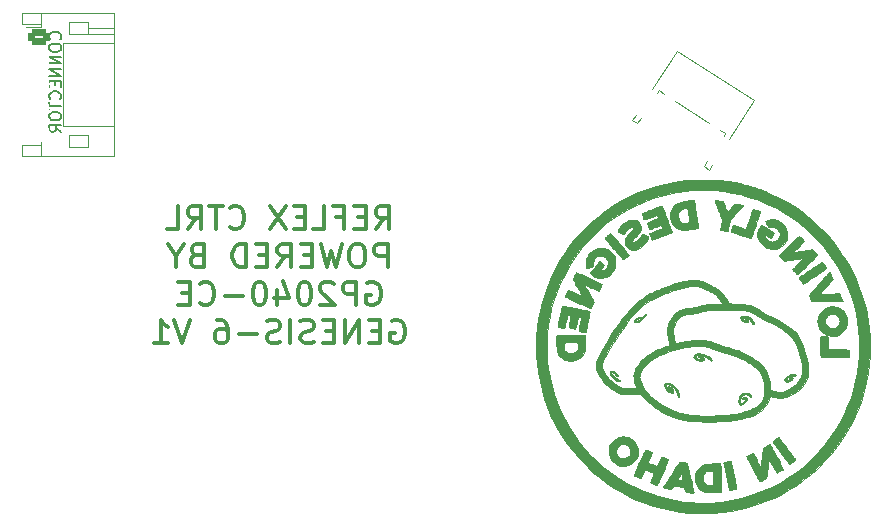
<source format=gbr>
%TF.GenerationSoftware,KiCad,Pcbnew,7.0.9*%
%TF.CreationDate,2024-02-22T06:25:05-07:00*%
%TF.ProjectId,genesis-6_controller_pcb,67656e65-7369-4732-9d36-5f636f6e7472,4a*%
%TF.SameCoordinates,Original*%
%TF.FileFunction,Legend,Bot*%
%TF.FilePolarity,Positive*%
%FSLAX46Y46*%
G04 Gerber Fmt 4.6, Leading zero omitted, Abs format (unit mm)*
G04 Created by KiCad (PCBNEW 7.0.9) date 2024-02-22 06:25:05*
%MOMM*%
%LPD*%
G01*
G04 APERTURE LIST*
G04 Aperture macros list*
%AMRoundRect*
0 Rectangle with rounded corners*
0 $1 Rounding radius*
0 $2 $3 $4 $5 $6 $7 $8 $9 X,Y pos of 4 corners*
0 Add a 4 corners polygon primitive as box body*
4,1,4,$2,$3,$4,$5,$6,$7,$8,$9,$2,$3,0*
0 Add four circle primitives for the rounded corners*
1,1,$1+$1,$2,$3*
1,1,$1+$1,$4,$5*
1,1,$1+$1,$6,$7*
1,1,$1+$1,$8,$9*
0 Add four rect primitives between the rounded corners*
20,1,$1+$1,$2,$3,$4,$5,0*
20,1,$1+$1,$4,$5,$6,$7,0*
20,1,$1+$1,$6,$7,$8,$9,0*
20,1,$1+$1,$8,$9,$2,$3,0*%
G04 Aperture macros list end*
%ADD10C,0.300000*%
%ADD11C,0.150000*%
%ADD12C,0.010000*%
%ADD13C,0.120000*%
%ADD14C,2.201600*%
%ADD15C,1.851600*%
%ADD16RoundRect,0.300800X-0.625000X0.350000X-0.625000X-0.350000X0.625000X-0.350000X0.625000X0.350000X0*%
%ADD17O,1.851600X1.301600*%
G04 APERTURE END LIST*
D10*
X166702749Y-120672189D02*
X167369416Y-119719808D01*
X167845606Y-120672189D02*
X167845606Y-118672189D01*
X167845606Y-118672189D02*
X167083701Y-118672189D01*
X167083701Y-118672189D02*
X166893225Y-118767427D01*
X166893225Y-118767427D02*
X166797987Y-118862665D01*
X166797987Y-118862665D02*
X166702749Y-119053141D01*
X166702749Y-119053141D02*
X166702749Y-119338855D01*
X166702749Y-119338855D02*
X166797987Y-119529331D01*
X166797987Y-119529331D02*
X166893225Y-119624570D01*
X166893225Y-119624570D02*
X167083701Y-119719808D01*
X167083701Y-119719808D02*
X167845606Y-119719808D01*
X165845606Y-119624570D02*
X165178939Y-119624570D01*
X164893225Y-120672189D02*
X165845606Y-120672189D01*
X165845606Y-120672189D02*
X165845606Y-118672189D01*
X165845606Y-118672189D02*
X164893225Y-118672189D01*
X163369415Y-119624570D02*
X164036082Y-119624570D01*
X164036082Y-120672189D02*
X164036082Y-118672189D01*
X164036082Y-118672189D02*
X163083701Y-118672189D01*
X161369415Y-120672189D02*
X162321796Y-120672189D01*
X162321796Y-120672189D02*
X162321796Y-118672189D01*
X160702748Y-119624570D02*
X160036081Y-119624570D01*
X159750367Y-120672189D02*
X160702748Y-120672189D01*
X160702748Y-120672189D02*
X160702748Y-118672189D01*
X160702748Y-118672189D02*
X159750367Y-118672189D01*
X159083700Y-118672189D02*
X157750367Y-120672189D01*
X157750367Y-118672189D02*
X159083700Y-120672189D01*
X154321795Y-120481712D02*
X154417033Y-120576951D01*
X154417033Y-120576951D02*
X154702747Y-120672189D01*
X154702747Y-120672189D02*
X154893223Y-120672189D01*
X154893223Y-120672189D02*
X155178938Y-120576951D01*
X155178938Y-120576951D02*
X155369414Y-120386474D01*
X155369414Y-120386474D02*
X155464652Y-120195998D01*
X155464652Y-120195998D02*
X155559890Y-119815046D01*
X155559890Y-119815046D02*
X155559890Y-119529331D01*
X155559890Y-119529331D02*
X155464652Y-119148379D01*
X155464652Y-119148379D02*
X155369414Y-118957903D01*
X155369414Y-118957903D02*
X155178938Y-118767427D01*
X155178938Y-118767427D02*
X154893223Y-118672189D01*
X154893223Y-118672189D02*
X154702747Y-118672189D01*
X154702747Y-118672189D02*
X154417033Y-118767427D01*
X154417033Y-118767427D02*
X154321795Y-118862665D01*
X153750366Y-118672189D02*
X152607509Y-118672189D01*
X153178938Y-120672189D02*
X153178938Y-118672189D01*
X150797985Y-120672189D02*
X151464652Y-119719808D01*
X151940842Y-120672189D02*
X151940842Y-118672189D01*
X151940842Y-118672189D02*
X151178937Y-118672189D01*
X151178937Y-118672189D02*
X150988461Y-118767427D01*
X150988461Y-118767427D02*
X150893223Y-118862665D01*
X150893223Y-118862665D02*
X150797985Y-119053141D01*
X150797985Y-119053141D02*
X150797985Y-119338855D01*
X150797985Y-119338855D02*
X150893223Y-119529331D01*
X150893223Y-119529331D02*
X150988461Y-119624570D01*
X150988461Y-119624570D02*
X151178937Y-119719808D01*
X151178937Y-119719808D02*
X151940842Y-119719808D01*
X148988461Y-120672189D02*
X149940842Y-120672189D01*
X149940842Y-120672189D02*
X149940842Y-118672189D01*
X167702748Y-123892189D02*
X167702748Y-121892189D01*
X167702748Y-121892189D02*
X166940843Y-121892189D01*
X166940843Y-121892189D02*
X166750367Y-121987427D01*
X166750367Y-121987427D02*
X166655129Y-122082665D01*
X166655129Y-122082665D02*
X166559891Y-122273141D01*
X166559891Y-122273141D02*
X166559891Y-122558855D01*
X166559891Y-122558855D02*
X166655129Y-122749331D01*
X166655129Y-122749331D02*
X166750367Y-122844570D01*
X166750367Y-122844570D02*
X166940843Y-122939808D01*
X166940843Y-122939808D02*
X167702748Y-122939808D01*
X165321796Y-121892189D02*
X164940843Y-121892189D01*
X164940843Y-121892189D02*
X164750367Y-121987427D01*
X164750367Y-121987427D02*
X164559891Y-122177903D01*
X164559891Y-122177903D02*
X164464653Y-122558855D01*
X164464653Y-122558855D02*
X164464653Y-123225522D01*
X164464653Y-123225522D02*
X164559891Y-123606474D01*
X164559891Y-123606474D02*
X164750367Y-123796951D01*
X164750367Y-123796951D02*
X164940843Y-123892189D01*
X164940843Y-123892189D02*
X165321796Y-123892189D01*
X165321796Y-123892189D02*
X165512272Y-123796951D01*
X165512272Y-123796951D02*
X165702748Y-123606474D01*
X165702748Y-123606474D02*
X165797986Y-123225522D01*
X165797986Y-123225522D02*
X165797986Y-122558855D01*
X165797986Y-122558855D02*
X165702748Y-122177903D01*
X165702748Y-122177903D02*
X165512272Y-121987427D01*
X165512272Y-121987427D02*
X165321796Y-121892189D01*
X163797986Y-121892189D02*
X163321796Y-123892189D01*
X163321796Y-123892189D02*
X162940843Y-122463617D01*
X162940843Y-122463617D02*
X162559891Y-123892189D01*
X162559891Y-123892189D02*
X162083701Y-121892189D01*
X161321796Y-122844570D02*
X160655129Y-122844570D01*
X160369415Y-123892189D02*
X161321796Y-123892189D01*
X161321796Y-123892189D02*
X161321796Y-121892189D01*
X161321796Y-121892189D02*
X160369415Y-121892189D01*
X158369415Y-123892189D02*
X159036082Y-122939808D01*
X159512272Y-123892189D02*
X159512272Y-121892189D01*
X159512272Y-121892189D02*
X158750367Y-121892189D01*
X158750367Y-121892189D02*
X158559891Y-121987427D01*
X158559891Y-121987427D02*
X158464653Y-122082665D01*
X158464653Y-122082665D02*
X158369415Y-122273141D01*
X158369415Y-122273141D02*
X158369415Y-122558855D01*
X158369415Y-122558855D02*
X158464653Y-122749331D01*
X158464653Y-122749331D02*
X158559891Y-122844570D01*
X158559891Y-122844570D02*
X158750367Y-122939808D01*
X158750367Y-122939808D02*
X159512272Y-122939808D01*
X157512272Y-122844570D02*
X156845605Y-122844570D01*
X156559891Y-123892189D02*
X157512272Y-123892189D01*
X157512272Y-123892189D02*
X157512272Y-121892189D01*
X157512272Y-121892189D02*
X156559891Y-121892189D01*
X155702748Y-123892189D02*
X155702748Y-121892189D01*
X155702748Y-121892189D02*
X155226558Y-121892189D01*
X155226558Y-121892189D02*
X154940843Y-121987427D01*
X154940843Y-121987427D02*
X154750367Y-122177903D01*
X154750367Y-122177903D02*
X154655129Y-122368379D01*
X154655129Y-122368379D02*
X154559891Y-122749331D01*
X154559891Y-122749331D02*
X154559891Y-123035046D01*
X154559891Y-123035046D02*
X154655129Y-123415998D01*
X154655129Y-123415998D02*
X154750367Y-123606474D01*
X154750367Y-123606474D02*
X154940843Y-123796951D01*
X154940843Y-123796951D02*
X155226558Y-123892189D01*
X155226558Y-123892189D02*
X155702748Y-123892189D01*
X151512271Y-122844570D02*
X151226557Y-122939808D01*
X151226557Y-122939808D02*
X151131319Y-123035046D01*
X151131319Y-123035046D02*
X151036081Y-123225522D01*
X151036081Y-123225522D02*
X151036081Y-123511236D01*
X151036081Y-123511236D02*
X151131319Y-123701712D01*
X151131319Y-123701712D02*
X151226557Y-123796951D01*
X151226557Y-123796951D02*
X151417033Y-123892189D01*
X151417033Y-123892189D02*
X152178938Y-123892189D01*
X152178938Y-123892189D02*
X152178938Y-121892189D01*
X152178938Y-121892189D02*
X151512271Y-121892189D01*
X151512271Y-121892189D02*
X151321795Y-121987427D01*
X151321795Y-121987427D02*
X151226557Y-122082665D01*
X151226557Y-122082665D02*
X151131319Y-122273141D01*
X151131319Y-122273141D02*
X151131319Y-122463617D01*
X151131319Y-122463617D02*
X151226557Y-122654093D01*
X151226557Y-122654093D02*
X151321795Y-122749331D01*
X151321795Y-122749331D02*
X151512271Y-122844570D01*
X151512271Y-122844570D02*
X152178938Y-122844570D01*
X149797986Y-122939808D02*
X149797986Y-123892189D01*
X150464652Y-121892189D02*
X149797986Y-122939808D01*
X149797986Y-122939808D02*
X149131319Y-121892189D01*
X165988462Y-125207427D02*
X166178938Y-125112189D01*
X166178938Y-125112189D02*
X166464652Y-125112189D01*
X166464652Y-125112189D02*
X166750367Y-125207427D01*
X166750367Y-125207427D02*
X166940843Y-125397903D01*
X166940843Y-125397903D02*
X167036081Y-125588379D01*
X167036081Y-125588379D02*
X167131319Y-125969331D01*
X167131319Y-125969331D02*
X167131319Y-126255046D01*
X167131319Y-126255046D02*
X167036081Y-126635998D01*
X167036081Y-126635998D02*
X166940843Y-126826474D01*
X166940843Y-126826474D02*
X166750367Y-127016951D01*
X166750367Y-127016951D02*
X166464652Y-127112189D01*
X166464652Y-127112189D02*
X166274176Y-127112189D01*
X166274176Y-127112189D02*
X165988462Y-127016951D01*
X165988462Y-127016951D02*
X165893224Y-126921712D01*
X165893224Y-126921712D02*
X165893224Y-126255046D01*
X165893224Y-126255046D02*
X166274176Y-126255046D01*
X165036081Y-127112189D02*
X165036081Y-125112189D01*
X165036081Y-125112189D02*
X164274176Y-125112189D01*
X164274176Y-125112189D02*
X164083700Y-125207427D01*
X164083700Y-125207427D02*
X163988462Y-125302665D01*
X163988462Y-125302665D02*
X163893224Y-125493141D01*
X163893224Y-125493141D02*
X163893224Y-125778855D01*
X163893224Y-125778855D02*
X163988462Y-125969331D01*
X163988462Y-125969331D02*
X164083700Y-126064570D01*
X164083700Y-126064570D02*
X164274176Y-126159808D01*
X164274176Y-126159808D02*
X165036081Y-126159808D01*
X163131319Y-125302665D02*
X163036081Y-125207427D01*
X163036081Y-125207427D02*
X162845605Y-125112189D01*
X162845605Y-125112189D02*
X162369414Y-125112189D01*
X162369414Y-125112189D02*
X162178938Y-125207427D01*
X162178938Y-125207427D02*
X162083700Y-125302665D01*
X162083700Y-125302665D02*
X161988462Y-125493141D01*
X161988462Y-125493141D02*
X161988462Y-125683617D01*
X161988462Y-125683617D02*
X162083700Y-125969331D01*
X162083700Y-125969331D02*
X163226557Y-127112189D01*
X163226557Y-127112189D02*
X161988462Y-127112189D01*
X160750367Y-125112189D02*
X160559890Y-125112189D01*
X160559890Y-125112189D02*
X160369414Y-125207427D01*
X160369414Y-125207427D02*
X160274176Y-125302665D01*
X160274176Y-125302665D02*
X160178938Y-125493141D01*
X160178938Y-125493141D02*
X160083700Y-125874093D01*
X160083700Y-125874093D02*
X160083700Y-126350284D01*
X160083700Y-126350284D02*
X160178938Y-126731236D01*
X160178938Y-126731236D02*
X160274176Y-126921712D01*
X160274176Y-126921712D02*
X160369414Y-127016951D01*
X160369414Y-127016951D02*
X160559890Y-127112189D01*
X160559890Y-127112189D02*
X160750367Y-127112189D01*
X160750367Y-127112189D02*
X160940843Y-127016951D01*
X160940843Y-127016951D02*
X161036081Y-126921712D01*
X161036081Y-126921712D02*
X161131319Y-126731236D01*
X161131319Y-126731236D02*
X161226557Y-126350284D01*
X161226557Y-126350284D02*
X161226557Y-125874093D01*
X161226557Y-125874093D02*
X161131319Y-125493141D01*
X161131319Y-125493141D02*
X161036081Y-125302665D01*
X161036081Y-125302665D02*
X160940843Y-125207427D01*
X160940843Y-125207427D02*
X160750367Y-125112189D01*
X158369414Y-125778855D02*
X158369414Y-127112189D01*
X158845605Y-125016951D02*
X159321795Y-126445522D01*
X159321795Y-126445522D02*
X158083700Y-126445522D01*
X156940843Y-125112189D02*
X156750366Y-125112189D01*
X156750366Y-125112189D02*
X156559890Y-125207427D01*
X156559890Y-125207427D02*
X156464652Y-125302665D01*
X156464652Y-125302665D02*
X156369414Y-125493141D01*
X156369414Y-125493141D02*
X156274176Y-125874093D01*
X156274176Y-125874093D02*
X156274176Y-126350284D01*
X156274176Y-126350284D02*
X156369414Y-126731236D01*
X156369414Y-126731236D02*
X156464652Y-126921712D01*
X156464652Y-126921712D02*
X156559890Y-127016951D01*
X156559890Y-127016951D02*
X156750366Y-127112189D01*
X156750366Y-127112189D02*
X156940843Y-127112189D01*
X156940843Y-127112189D02*
X157131319Y-127016951D01*
X157131319Y-127016951D02*
X157226557Y-126921712D01*
X157226557Y-126921712D02*
X157321795Y-126731236D01*
X157321795Y-126731236D02*
X157417033Y-126350284D01*
X157417033Y-126350284D02*
X157417033Y-125874093D01*
X157417033Y-125874093D02*
X157321795Y-125493141D01*
X157321795Y-125493141D02*
X157226557Y-125302665D01*
X157226557Y-125302665D02*
X157131319Y-125207427D01*
X157131319Y-125207427D02*
X156940843Y-125112189D01*
X155417033Y-126350284D02*
X153893224Y-126350284D01*
X151797986Y-126921712D02*
X151893224Y-127016951D01*
X151893224Y-127016951D02*
X152178938Y-127112189D01*
X152178938Y-127112189D02*
X152369414Y-127112189D01*
X152369414Y-127112189D02*
X152655129Y-127016951D01*
X152655129Y-127016951D02*
X152845605Y-126826474D01*
X152845605Y-126826474D02*
X152940843Y-126635998D01*
X152940843Y-126635998D02*
X153036081Y-126255046D01*
X153036081Y-126255046D02*
X153036081Y-125969331D01*
X153036081Y-125969331D02*
X152940843Y-125588379D01*
X152940843Y-125588379D02*
X152845605Y-125397903D01*
X152845605Y-125397903D02*
X152655129Y-125207427D01*
X152655129Y-125207427D02*
X152369414Y-125112189D01*
X152369414Y-125112189D02*
X152178938Y-125112189D01*
X152178938Y-125112189D02*
X151893224Y-125207427D01*
X151893224Y-125207427D02*
X151797986Y-125302665D01*
X150940843Y-126064570D02*
X150274176Y-126064570D01*
X149988462Y-127112189D02*
X150940843Y-127112189D01*
X150940843Y-127112189D02*
X150940843Y-125112189D01*
X150940843Y-125112189D02*
X149988462Y-125112189D01*
X168036081Y-128427427D02*
X168226557Y-128332189D01*
X168226557Y-128332189D02*
X168512271Y-128332189D01*
X168512271Y-128332189D02*
X168797986Y-128427427D01*
X168797986Y-128427427D02*
X168988462Y-128617903D01*
X168988462Y-128617903D02*
X169083700Y-128808379D01*
X169083700Y-128808379D02*
X169178938Y-129189331D01*
X169178938Y-129189331D02*
X169178938Y-129475046D01*
X169178938Y-129475046D02*
X169083700Y-129855998D01*
X169083700Y-129855998D02*
X168988462Y-130046474D01*
X168988462Y-130046474D02*
X168797986Y-130236951D01*
X168797986Y-130236951D02*
X168512271Y-130332189D01*
X168512271Y-130332189D02*
X168321795Y-130332189D01*
X168321795Y-130332189D02*
X168036081Y-130236951D01*
X168036081Y-130236951D02*
X167940843Y-130141712D01*
X167940843Y-130141712D02*
X167940843Y-129475046D01*
X167940843Y-129475046D02*
X168321795Y-129475046D01*
X167083700Y-129284570D02*
X166417033Y-129284570D01*
X166131319Y-130332189D02*
X167083700Y-130332189D01*
X167083700Y-130332189D02*
X167083700Y-128332189D01*
X167083700Y-128332189D02*
X166131319Y-128332189D01*
X165274176Y-130332189D02*
X165274176Y-128332189D01*
X165274176Y-128332189D02*
X164131319Y-130332189D01*
X164131319Y-130332189D02*
X164131319Y-128332189D01*
X163178938Y-129284570D02*
X162512271Y-129284570D01*
X162226557Y-130332189D02*
X163178938Y-130332189D01*
X163178938Y-130332189D02*
X163178938Y-128332189D01*
X163178938Y-128332189D02*
X162226557Y-128332189D01*
X161464652Y-130236951D02*
X161178938Y-130332189D01*
X161178938Y-130332189D02*
X160702747Y-130332189D01*
X160702747Y-130332189D02*
X160512271Y-130236951D01*
X160512271Y-130236951D02*
X160417033Y-130141712D01*
X160417033Y-130141712D02*
X160321795Y-129951236D01*
X160321795Y-129951236D02*
X160321795Y-129760760D01*
X160321795Y-129760760D02*
X160417033Y-129570284D01*
X160417033Y-129570284D02*
X160512271Y-129475046D01*
X160512271Y-129475046D02*
X160702747Y-129379808D01*
X160702747Y-129379808D02*
X161083700Y-129284570D01*
X161083700Y-129284570D02*
X161274176Y-129189331D01*
X161274176Y-129189331D02*
X161369414Y-129094093D01*
X161369414Y-129094093D02*
X161464652Y-128903617D01*
X161464652Y-128903617D02*
X161464652Y-128713141D01*
X161464652Y-128713141D02*
X161369414Y-128522665D01*
X161369414Y-128522665D02*
X161274176Y-128427427D01*
X161274176Y-128427427D02*
X161083700Y-128332189D01*
X161083700Y-128332189D02*
X160607509Y-128332189D01*
X160607509Y-128332189D02*
X160321795Y-128427427D01*
X159464652Y-130332189D02*
X159464652Y-128332189D01*
X158607509Y-130236951D02*
X158321795Y-130332189D01*
X158321795Y-130332189D02*
X157845604Y-130332189D01*
X157845604Y-130332189D02*
X157655128Y-130236951D01*
X157655128Y-130236951D02*
X157559890Y-130141712D01*
X157559890Y-130141712D02*
X157464652Y-129951236D01*
X157464652Y-129951236D02*
X157464652Y-129760760D01*
X157464652Y-129760760D02*
X157559890Y-129570284D01*
X157559890Y-129570284D02*
X157655128Y-129475046D01*
X157655128Y-129475046D02*
X157845604Y-129379808D01*
X157845604Y-129379808D02*
X158226557Y-129284570D01*
X158226557Y-129284570D02*
X158417033Y-129189331D01*
X158417033Y-129189331D02*
X158512271Y-129094093D01*
X158512271Y-129094093D02*
X158607509Y-128903617D01*
X158607509Y-128903617D02*
X158607509Y-128713141D01*
X158607509Y-128713141D02*
X158512271Y-128522665D01*
X158512271Y-128522665D02*
X158417033Y-128427427D01*
X158417033Y-128427427D02*
X158226557Y-128332189D01*
X158226557Y-128332189D02*
X157750366Y-128332189D01*
X157750366Y-128332189D02*
X157464652Y-128427427D01*
X156607509Y-129570284D02*
X155083700Y-129570284D01*
X153274176Y-128332189D02*
X153655129Y-128332189D01*
X153655129Y-128332189D02*
X153845605Y-128427427D01*
X153845605Y-128427427D02*
X153940843Y-128522665D01*
X153940843Y-128522665D02*
X154131319Y-128808379D01*
X154131319Y-128808379D02*
X154226557Y-129189331D01*
X154226557Y-129189331D02*
X154226557Y-129951236D01*
X154226557Y-129951236D02*
X154131319Y-130141712D01*
X154131319Y-130141712D02*
X154036081Y-130236951D01*
X154036081Y-130236951D02*
X153845605Y-130332189D01*
X153845605Y-130332189D02*
X153464652Y-130332189D01*
X153464652Y-130332189D02*
X153274176Y-130236951D01*
X153274176Y-130236951D02*
X153178938Y-130141712D01*
X153178938Y-130141712D02*
X153083700Y-129951236D01*
X153083700Y-129951236D02*
X153083700Y-129475046D01*
X153083700Y-129475046D02*
X153178938Y-129284570D01*
X153178938Y-129284570D02*
X153274176Y-129189331D01*
X153274176Y-129189331D02*
X153464652Y-129094093D01*
X153464652Y-129094093D02*
X153845605Y-129094093D01*
X153845605Y-129094093D02*
X154036081Y-129189331D01*
X154036081Y-129189331D02*
X154131319Y-129284570D01*
X154131319Y-129284570D02*
X154226557Y-129475046D01*
X150988461Y-128332189D02*
X150321795Y-130332189D01*
X150321795Y-130332189D02*
X149655128Y-128332189D01*
X147940842Y-130332189D02*
X149083699Y-130332189D01*
X148512271Y-130332189D02*
X148512271Y-128332189D01*
X148512271Y-128332189D02*
X148702747Y-128617903D01*
X148702747Y-128617903D02*
X148893223Y-128808379D01*
X148893223Y-128808379D02*
X149083699Y-128903617D01*
D11*
X139964580Y-104568207D02*
X140012200Y-104520588D01*
X140012200Y-104520588D02*
X140059819Y-104377731D01*
X140059819Y-104377731D02*
X140059819Y-104282493D01*
X140059819Y-104282493D02*
X140012200Y-104139636D01*
X140012200Y-104139636D02*
X139916961Y-104044398D01*
X139916961Y-104044398D02*
X139821723Y-103996779D01*
X139821723Y-103996779D02*
X139631247Y-103949160D01*
X139631247Y-103949160D02*
X139488390Y-103949160D01*
X139488390Y-103949160D02*
X139297914Y-103996779D01*
X139297914Y-103996779D02*
X139202676Y-104044398D01*
X139202676Y-104044398D02*
X139107438Y-104139636D01*
X139107438Y-104139636D02*
X139059819Y-104282493D01*
X139059819Y-104282493D02*
X139059819Y-104377731D01*
X139059819Y-104377731D02*
X139107438Y-104520588D01*
X139107438Y-104520588D02*
X139155057Y-104568207D01*
X139059819Y-105187255D02*
X139059819Y-105377731D01*
X139059819Y-105377731D02*
X139107438Y-105472969D01*
X139107438Y-105472969D02*
X139202676Y-105568207D01*
X139202676Y-105568207D02*
X139393152Y-105615826D01*
X139393152Y-105615826D02*
X139726485Y-105615826D01*
X139726485Y-105615826D02*
X139916961Y-105568207D01*
X139916961Y-105568207D02*
X140012200Y-105472969D01*
X140012200Y-105472969D02*
X140059819Y-105377731D01*
X140059819Y-105377731D02*
X140059819Y-105187255D01*
X140059819Y-105187255D02*
X140012200Y-105092017D01*
X140012200Y-105092017D02*
X139916961Y-104996779D01*
X139916961Y-104996779D02*
X139726485Y-104949160D01*
X139726485Y-104949160D02*
X139393152Y-104949160D01*
X139393152Y-104949160D02*
X139202676Y-104996779D01*
X139202676Y-104996779D02*
X139107438Y-105092017D01*
X139107438Y-105092017D02*
X139059819Y-105187255D01*
X140059819Y-106044398D02*
X139059819Y-106044398D01*
X139059819Y-106044398D02*
X140059819Y-106615826D01*
X140059819Y-106615826D02*
X139059819Y-106615826D01*
X140059819Y-107092017D02*
X139059819Y-107092017D01*
X139059819Y-107092017D02*
X140059819Y-107663445D01*
X140059819Y-107663445D02*
X139059819Y-107663445D01*
X139536009Y-108139636D02*
X139536009Y-108472969D01*
X140059819Y-108615826D02*
X140059819Y-108139636D01*
X140059819Y-108139636D02*
X139059819Y-108139636D01*
X139059819Y-108139636D02*
X139059819Y-108615826D01*
X139964580Y-109615826D02*
X140012200Y-109568207D01*
X140012200Y-109568207D02*
X140059819Y-109425350D01*
X140059819Y-109425350D02*
X140059819Y-109330112D01*
X140059819Y-109330112D02*
X140012200Y-109187255D01*
X140012200Y-109187255D02*
X139916961Y-109092017D01*
X139916961Y-109092017D02*
X139821723Y-109044398D01*
X139821723Y-109044398D02*
X139631247Y-108996779D01*
X139631247Y-108996779D02*
X139488390Y-108996779D01*
X139488390Y-108996779D02*
X139297914Y-109044398D01*
X139297914Y-109044398D02*
X139202676Y-109092017D01*
X139202676Y-109092017D02*
X139107438Y-109187255D01*
X139107438Y-109187255D02*
X139059819Y-109330112D01*
X139059819Y-109330112D02*
X139059819Y-109425350D01*
X139059819Y-109425350D02*
X139107438Y-109568207D01*
X139107438Y-109568207D02*
X139155057Y-109615826D01*
X139059819Y-109901541D02*
X139059819Y-110472969D01*
X140059819Y-110187255D02*
X139059819Y-110187255D01*
X139059819Y-110996779D02*
X139059819Y-111187255D01*
X139059819Y-111187255D02*
X139107438Y-111282493D01*
X139107438Y-111282493D02*
X139202676Y-111377731D01*
X139202676Y-111377731D02*
X139393152Y-111425350D01*
X139393152Y-111425350D02*
X139726485Y-111425350D01*
X139726485Y-111425350D02*
X139916961Y-111377731D01*
X139916961Y-111377731D02*
X140012200Y-111282493D01*
X140012200Y-111282493D02*
X140059819Y-111187255D01*
X140059819Y-111187255D02*
X140059819Y-110996779D01*
X140059819Y-110996779D02*
X140012200Y-110901541D01*
X140012200Y-110901541D02*
X139916961Y-110806303D01*
X139916961Y-110806303D02*
X139726485Y-110758684D01*
X139726485Y-110758684D02*
X139393152Y-110758684D01*
X139393152Y-110758684D02*
X139202676Y-110806303D01*
X139202676Y-110806303D02*
X139107438Y-110901541D01*
X139107438Y-110901541D02*
X139059819Y-110996779D01*
X140059819Y-112425350D02*
X139583628Y-112092017D01*
X140059819Y-111853922D02*
X139059819Y-111853922D01*
X139059819Y-111853922D02*
X139059819Y-112234874D01*
X139059819Y-112234874D02*
X139107438Y-112330112D01*
X139107438Y-112330112D02*
X139155057Y-112377731D01*
X139155057Y-112377731D02*
X139250295Y-112425350D01*
X139250295Y-112425350D02*
X139393152Y-112425350D01*
X139393152Y-112425350D02*
X139488390Y-112377731D01*
X139488390Y-112377731D02*
X139536009Y-112330112D01*
X139536009Y-112330112D02*
X139583628Y-112234874D01*
X139583628Y-112234874D02*
X139583628Y-111853922D01*
%TO.C,Ref\u002A\u002A*%
D12*
X189572327Y-127864611D02*
X189567462Y-127900330D01*
X189535288Y-127958402D01*
X189480699Y-128032053D01*
X189409066Y-128115630D01*
X189325757Y-128203485D01*
X189236141Y-128289964D01*
X189145590Y-128369419D01*
X189059471Y-128436197D01*
X188983156Y-128484648D01*
X188872730Y-128532260D01*
X188772320Y-128553753D01*
X188687824Y-128551040D01*
X188623532Y-128526900D01*
X188583734Y-128484111D01*
X188572722Y-128425451D01*
X188594785Y-128353700D01*
X188654216Y-128271635D01*
X188655722Y-128270009D01*
X188722517Y-128209711D01*
X188802608Y-128154529D01*
X188888101Y-128107798D01*
X188971104Y-128072855D01*
X189043722Y-128053037D01*
X189098062Y-128051680D01*
X189126232Y-128072120D01*
X189131474Y-128094592D01*
X189123495Y-128117912D01*
X189094742Y-128143193D01*
X189039230Y-128175480D01*
X188950974Y-128219816D01*
X188911288Y-128239907D01*
X188816159Y-128295481D01*
X188747475Y-128347418D01*
X188709642Y-128392001D01*
X188707069Y-128425515D01*
X188712841Y-128431475D01*
X188752773Y-128437718D01*
X188817480Y-128423295D01*
X188898489Y-128389788D01*
X188973681Y-128346115D01*
X189092141Y-128256775D01*
X189216276Y-128142104D01*
X189337845Y-128009242D01*
X189387718Y-127951858D01*
X189459175Y-127879539D01*
X189512399Y-127841733D01*
X189549434Y-127837177D01*
X189572327Y-127864611D01*
G36*
X189572327Y-127864611D02*
G01*
X189567462Y-127900330D01*
X189535288Y-127958402D01*
X189480699Y-128032053D01*
X189409066Y-128115630D01*
X189325757Y-128203485D01*
X189236141Y-128289964D01*
X189145590Y-128369419D01*
X189059471Y-128436197D01*
X188983156Y-128484648D01*
X188872730Y-128532260D01*
X188772320Y-128553753D01*
X188687824Y-128551040D01*
X188623532Y-128526900D01*
X188583734Y-128484111D01*
X188572722Y-128425451D01*
X188594785Y-128353700D01*
X188654216Y-128271635D01*
X188655722Y-128270009D01*
X188722517Y-128209711D01*
X188802608Y-128154529D01*
X188888101Y-128107798D01*
X188971104Y-128072855D01*
X189043722Y-128053037D01*
X189098062Y-128051680D01*
X189126232Y-128072120D01*
X189131474Y-128094592D01*
X189123495Y-128117912D01*
X189094742Y-128143193D01*
X189039230Y-128175480D01*
X188950974Y-128219816D01*
X188911288Y-128239907D01*
X188816159Y-128295481D01*
X188747475Y-128347418D01*
X188709642Y-128392001D01*
X188707069Y-128425515D01*
X188712841Y-128431475D01*
X188752773Y-128437718D01*
X188817480Y-128423295D01*
X188898489Y-128389788D01*
X188973681Y-128346115D01*
X189092141Y-128256775D01*
X189216276Y-128142104D01*
X189337845Y-128009242D01*
X189387718Y-127951858D01*
X189459175Y-127879539D01*
X189512399Y-127841733D01*
X189549434Y-127837177D01*
X189572327Y-127864611D01*
G37*
X186782567Y-132656746D02*
X186882532Y-132703984D01*
X186984037Y-132779989D01*
X187021589Y-132815637D01*
X187086525Y-132885609D01*
X187141776Y-132954942D01*
X187180180Y-133014301D01*
X187194572Y-133054352D01*
X187185573Y-133076160D01*
X187151604Y-133105177D01*
X187129104Y-133114447D01*
X187098476Y-133108551D01*
X187061645Y-133071870D01*
X186989626Y-132987022D01*
X186926307Y-132917372D01*
X186874900Y-132868680D01*
X186828174Y-132834176D01*
X186778897Y-132807087D01*
X186719000Y-132782908D01*
X186669633Y-132779448D01*
X186648225Y-132806670D01*
X186653502Y-132865162D01*
X186669633Y-132901198D01*
X186717815Y-132966754D01*
X186789402Y-133043948D01*
X186877266Y-133126220D01*
X186974279Y-133207010D01*
X187073312Y-133279761D01*
X187167238Y-133337912D01*
X187244520Y-133381673D01*
X187311718Y-133425801D01*
X187347388Y-133460739D01*
X187355622Y-133490792D01*
X187340513Y-133520270D01*
X187328523Y-133533300D01*
X187306152Y-133545571D01*
X187274385Y-133542617D01*
X187223981Y-133522729D01*
X187145701Y-133484195D01*
X187144226Y-133483444D01*
X186984596Y-133392070D01*
X186841325Y-133290400D01*
X186718268Y-133182692D01*
X186619280Y-133073206D01*
X186548215Y-132966200D01*
X186508929Y-132865934D01*
X186505276Y-132776666D01*
X186510116Y-132756239D01*
X186547919Y-132688021D01*
X186609661Y-132648726D01*
X186689744Y-132638314D01*
X186782567Y-132656746D01*
G36*
X186782567Y-132656746D02*
G01*
X186882532Y-132703984D01*
X186984037Y-132779989D01*
X187021589Y-132815637D01*
X187086525Y-132885609D01*
X187141776Y-132954942D01*
X187180180Y-133014301D01*
X187194572Y-133054352D01*
X187185573Y-133076160D01*
X187151604Y-133105177D01*
X187129104Y-133114447D01*
X187098476Y-133108551D01*
X187061645Y-133071870D01*
X186989626Y-132987022D01*
X186926307Y-132917372D01*
X186874900Y-132868680D01*
X186828174Y-132834176D01*
X186778897Y-132807087D01*
X186719000Y-132782908D01*
X186669633Y-132779448D01*
X186648225Y-132806670D01*
X186653502Y-132865162D01*
X186669633Y-132901198D01*
X186717815Y-132966754D01*
X186789402Y-133043948D01*
X186877266Y-133126220D01*
X186974279Y-133207010D01*
X187073312Y-133279761D01*
X187167238Y-133337912D01*
X187244520Y-133381673D01*
X187311718Y-133425801D01*
X187347388Y-133460739D01*
X187355622Y-133490792D01*
X187340513Y-133520270D01*
X187328523Y-133533300D01*
X187306152Y-133545571D01*
X187274385Y-133542617D01*
X187223981Y-133522729D01*
X187145701Y-133484195D01*
X187144226Y-133483444D01*
X186984596Y-133392070D01*
X186841325Y-133290400D01*
X186718268Y-133182692D01*
X186619280Y-133073206D01*
X186548215Y-132966200D01*
X186508929Y-132865934D01*
X186505276Y-132776666D01*
X186510116Y-132756239D01*
X186547919Y-132688021D01*
X186609661Y-132648726D01*
X186689744Y-132638314D01*
X186782567Y-132656746D01*
G37*
X204493857Y-123443131D02*
X204531483Y-123484107D01*
X204580656Y-123547277D01*
X204636053Y-123624683D01*
X204692350Y-123708369D01*
X204744225Y-123790379D01*
X204786353Y-123862758D01*
X204813412Y-123917549D01*
X204820078Y-123946796D01*
X204813172Y-123953888D01*
X204775274Y-123983557D01*
X204707299Y-124033245D01*
X204612487Y-124100690D01*
X204494075Y-124183628D01*
X204355301Y-124279799D01*
X204199404Y-124386940D01*
X204029622Y-124502789D01*
X203849193Y-124625083D01*
X203745484Y-124695002D01*
X203569686Y-124812836D01*
X203405581Y-124921981D01*
X203256497Y-125020272D01*
X203125761Y-125105544D01*
X203016700Y-125175635D01*
X202932640Y-125228378D01*
X202876910Y-125261612D01*
X202852836Y-125273171D01*
X202832790Y-125262704D01*
X202793210Y-125222607D01*
X202742989Y-125159932D01*
X202687384Y-125082657D01*
X202631653Y-124998764D01*
X202581052Y-124916234D01*
X202540837Y-124843048D01*
X202516266Y-124787185D01*
X202512596Y-124756627D01*
X202529105Y-124741570D01*
X202577618Y-124704810D01*
X202653963Y-124649793D01*
X202754223Y-124579163D01*
X202874480Y-124495564D01*
X203010819Y-124401641D01*
X203159322Y-124300037D01*
X203316071Y-124193396D01*
X203477151Y-124084363D01*
X203638644Y-123975581D01*
X203796633Y-123869695D01*
X203947201Y-123769349D01*
X204086431Y-123677186D01*
X204210407Y-123595852D01*
X204315210Y-123527988D01*
X204396925Y-123476241D01*
X204451634Y-123443254D01*
X204475421Y-123431671D01*
X204493857Y-123443131D01*
G36*
X204493857Y-123443131D02*
G01*
X204531483Y-123484107D01*
X204580656Y-123547277D01*
X204636053Y-123624683D01*
X204692350Y-123708369D01*
X204744225Y-123790379D01*
X204786353Y-123862758D01*
X204813412Y-123917549D01*
X204820078Y-123946796D01*
X204813172Y-123953888D01*
X204775274Y-123983557D01*
X204707299Y-124033245D01*
X204612487Y-124100690D01*
X204494075Y-124183628D01*
X204355301Y-124279799D01*
X204199404Y-124386940D01*
X204029622Y-124502789D01*
X203849193Y-124625083D01*
X203745484Y-124695002D01*
X203569686Y-124812836D01*
X203405581Y-124921981D01*
X203256497Y-125020272D01*
X203125761Y-125105544D01*
X203016700Y-125175635D01*
X202932640Y-125228378D01*
X202876910Y-125261612D01*
X202852836Y-125273171D01*
X202832790Y-125262704D01*
X202793210Y-125222607D01*
X202742989Y-125159932D01*
X202687384Y-125082657D01*
X202631653Y-124998764D01*
X202581052Y-124916234D01*
X202540837Y-124843048D01*
X202516266Y-124787185D01*
X202512596Y-124756627D01*
X202529105Y-124741570D01*
X202577618Y-124704810D01*
X202653963Y-124649793D01*
X202754223Y-124579163D01*
X202874480Y-124495564D01*
X203010819Y-124401641D01*
X203159322Y-124300037D01*
X203316071Y-124193396D01*
X203477151Y-124084363D01*
X203638644Y-123975581D01*
X203796633Y-123869695D01*
X203947201Y-123769349D01*
X204086431Y-123677186D01*
X204210407Y-123595852D01*
X204315210Y-123527988D01*
X204396925Y-123476241D01*
X204451634Y-123443254D01*
X204475421Y-123431671D01*
X204493857Y-123443131D01*
G37*
X186561212Y-121039230D02*
X186605346Y-121084113D01*
X186670796Y-121154130D01*
X186754464Y-121245736D01*
X186853255Y-121355390D01*
X186964070Y-121479549D01*
X187083815Y-121614671D01*
X187209393Y-121757213D01*
X187337706Y-121903632D01*
X187465660Y-122050386D01*
X187590156Y-122193933D01*
X187708099Y-122330729D01*
X187816393Y-122457233D01*
X187911940Y-122569902D01*
X187991645Y-122665193D01*
X188052411Y-122739564D01*
X188091141Y-122789472D01*
X188104739Y-122811374D01*
X188102168Y-122820684D01*
X188074187Y-122858751D01*
X188014713Y-122919372D01*
X187922880Y-123003394D01*
X187797822Y-123111666D01*
X187756929Y-123146014D01*
X187699071Y-123190985D01*
X187659944Y-123213037D01*
X187631513Y-123216026D01*
X187605742Y-123203805D01*
X187602826Y-123201126D01*
X187576494Y-123172786D01*
X187526037Y-123116479D01*
X187454141Y-123035267D01*
X187363495Y-122932210D01*
X187256786Y-122810370D01*
X187136704Y-122672806D01*
X187005935Y-122522581D01*
X186867167Y-122362754D01*
X186825552Y-122314766D01*
X186687762Y-122155923D01*
X186558153Y-122006580D01*
X186439518Y-121869951D01*
X186334647Y-121749249D01*
X186246334Y-121647685D01*
X186177370Y-121568473D01*
X186130547Y-121514827D01*
X186108658Y-121489957D01*
X186079828Y-121444313D01*
X186085233Y-121402244D01*
X186087947Y-121397287D01*
X186119175Y-121358932D01*
X186172873Y-121305546D01*
X186241446Y-121243441D01*
X186317297Y-121178929D01*
X186392832Y-121118320D01*
X186460455Y-121067927D01*
X186512571Y-121034062D01*
X186541584Y-121023034D01*
X186561212Y-121039230D01*
G36*
X186561212Y-121039230D02*
G01*
X186605346Y-121084113D01*
X186670796Y-121154130D01*
X186754464Y-121245736D01*
X186853255Y-121355390D01*
X186964070Y-121479549D01*
X187083815Y-121614671D01*
X187209393Y-121757213D01*
X187337706Y-121903632D01*
X187465660Y-122050386D01*
X187590156Y-122193933D01*
X187708099Y-122330729D01*
X187816393Y-122457233D01*
X187911940Y-122569902D01*
X187991645Y-122665193D01*
X188052411Y-122739564D01*
X188091141Y-122789472D01*
X188104739Y-122811374D01*
X188102168Y-122820684D01*
X188074187Y-122858751D01*
X188014713Y-122919372D01*
X187922880Y-123003394D01*
X187797822Y-123111666D01*
X187756929Y-123146014D01*
X187699071Y-123190985D01*
X187659944Y-123213037D01*
X187631513Y-123216026D01*
X187605742Y-123203805D01*
X187602826Y-123201126D01*
X187576494Y-123172786D01*
X187526037Y-123116479D01*
X187454141Y-123035267D01*
X187363495Y-122932210D01*
X187256786Y-122810370D01*
X187136704Y-122672806D01*
X187005935Y-122522581D01*
X186867167Y-122362754D01*
X186825552Y-122314766D01*
X186687762Y-122155923D01*
X186558153Y-122006580D01*
X186439518Y-121869951D01*
X186334647Y-121749249D01*
X186246334Y-121647685D01*
X186177370Y-121568473D01*
X186130547Y-121514827D01*
X186108658Y-121489957D01*
X186079828Y-121444313D01*
X186085233Y-121402244D01*
X186087947Y-121397287D01*
X186119175Y-121358932D01*
X186172873Y-121305546D01*
X186241446Y-121243441D01*
X186317297Y-121178929D01*
X186392832Y-121118320D01*
X186460455Y-121067927D01*
X186512571Y-121034062D01*
X186541584Y-121023034D01*
X186561212Y-121039230D01*
G37*
X196732967Y-140270310D02*
X196749905Y-140281841D01*
X196754291Y-140291453D01*
X196768192Y-140338859D01*
X196789104Y-140421691D01*
X196816146Y-140536053D01*
X196848439Y-140678052D01*
X196885103Y-140843791D01*
X196925258Y-141029376D01*
X196968025Y-141230912D01*
X197012524Y-141444504D01*
X197031169Y-141534912D01*
X197080069Y-141773276D01*
X197120823Y-141974332D01*
X197153972Y-142141126D01*
X197180056Y-142276705D01*
X197199615Y-142384114D01*
X197213190Y-142466400D01*
X197221321Y-142526608D01*
X197224549Y-142567785D01*
X197223413Y-142592977D01*
X197218456Y-142605231D01*
X197199201Y-142616322D01*
X197143943Y-142636548D01*
X197064515Y-142659662D01*
X196970964Y-142682524D01*
X196925708Y-142692503D01*
X196811618Y-142715920D01*
X196730103Y-142728827D01*
X196674929Y-142731697D01*
X196639860Y-142725001D01*
X196618662Y-142709212D01*
X196616019Y-142702975D01*
X196604372Y-142660698D01*
X196585590Y-142582595D01*
X196560536Y-142472603D01*
X196530075Y-142334657D01*
X196495070Y-142172696D01*
X196456384Y-141990656D01*
X196414881Y-141792474D01*
X196371425Y-141582087D01*
X196352005Y-141487476D01*
X196309789Y-141282183D01*
X196270351Y-141090895D01*
X196234507Y-140917535D01*
X196203071Y-140766029D01*
X196176859Y-140640300D01*
X196156685Y-140544272D01*
X196143366Y-140481871D01*
X196137715Y-140457020D01*
X196135575Y-140448836D01*
X196140049Y-140417500D01*
X196169522Y-140389751D01*
X196228265Y-140363549D01*
X196320551Y-140336854D01*
X196450652Y-140307628D01*
X196489332Y-140299666D01*
X196590924Y-140279773D01*
X196660627Y-140268660D01*
X196705591Y-140265711D01*
X196732967Y-140270310D01*
G36*
X196732967Y-140270310D02*
G01*
X196749905Y-140281841D01*
X196754291Y-140291453D01*
X196768192Y-140338859D01*
X196789104Y-140421691D01*
X196816146Y-140536053D01*
X196848439Y-140678052D01*
X196885103Y-140843791D01*
X196925258Y-141029376D01*
X196968025Y-141230912D01*
X197012524Y-141444504D01*
X197031169Y-141534912D01*
X197080069Y-141773276D01*
X197120823Y-141974332D01*
X197153972Y-142141126D01*
X197180056Y-142276705D01*
X197199615Y-142384114D01*
X197213190Y-142466400D01*
X197221321Y-142526608D01*
X197224549Y-142567785D01*
X197223413Y-142592977D01*
X197218456Y-142605231D01*
X197199201Y-142616322D01*
X197143943Y-142636548D01*
X197064515Y-142659662D01*
X196970964Y-142682524D01*
X196925708Y-142692503D01*
X196811618Y-142715920D01*
X196730103Y-142728827D01*
X196674929Y-142731697D01*
X196639860Y-142725001D01*
X196618662Y-142709212D01*
X196616019Y-142702975D01*
X196604372Y-142660698D01*
X196585590Y-142582595D01*
X196560536Y-142472603D01*
X196530075Y-142334657D01*
X196495070Y-142172696D01*
X196456384Y-141990656D01*
X196414881Y-141792474D01*
X196371425Y-141582087D01*
X196352005Y-141487476D01*
X196309789Y-141282183D01*
X196270351Y-141090895D01*
X196234507Y-140917535D01*
X196203071Y-140766029D01*
X196176859Y-140640300D01*
X196156685Y-140544272D01*
X196143366Y-140481871D01*
X196137715Y-140457020D01*
X196135575Y-140448836D01*
X196140049Y-140417500D01*
X196169522Y-140389751D01*
X196228265Y-140363549D01*
X196320551Y-140336854D01*
X196450652Y-140307628D01*
X196489332Y-140299666D01*
X196590924Y-140279773D01*
X196660627Y-140268660D01*
X196705591Y-140265711D01*
X196732967Y-140270310D01*
G37*
X200756540Y-138270525D02*
X200795300Y-138285703D01*
X200798048Y-138288438D01*
X200822466Y-138317761D01*
X200868707Y-138375695D01*
X200933842Y-138458443D01*
X201014948Y-138562211D01*
X201109096Y-138683200D01*
X201213362Y-138817616D01*
X201324818Y-138961661D01*
X201440539Y-139111540D01*
X201557598Y-139263456D01*
X201673070Y-139413613D01*
X201784028Y-139558215D01*
X201887545Y-139693464D01*
X201980696Y-139815566D01*
X202060555Y-139920723D01*
X202124195Y-140005139D01*
X202168690Y-140065018D01*
X202191114Y-140096564D01*
X202195822Y-140103869D01*
X202216829Y-140142917D01*
X202211883Y-140170217D01*
X202178656Y-140206264D01*
X202156182Y-140226683D01*
X202100837Y-140273226D01*
X202028087Y-140331907D01*
X201947739Y-140394724D01*
X201888634Y-140439299D01*
X201820864Y-140487956D01*
X201770452Y-140521249D01*
X201745324Y-140533732D01*
X201743925Y-140533730D01*
X201733427Y-140531153D01*
X201719424Y-140522337D01*
X201699900Y-140504790D01*
X201672837Y-140476021D01*
X201636216Y-140433540D01*
X201588020Y-140374856D01*
X201526231Y-140297478D01*
X201448831Y-140198914D01*
X201353803Y-140076674D01*
X201239128Y-139928267D01*
X201102790Y-139751202D01*
X200942769Y-139542988D01*
X200809785Y-139369571D01*
X200677370Y-139196022D01*
X200567770Y-139051122D01*
X200479195Y-138932367D01*
X200409855Y-138837255D01*
X200357960Y-138763280D01*
X200321719Y-138707939D01*
X200299342Y-138668729D01*
X200289039Y-138643145D01*
X200289020Y-138628684D01*
X200292357Y-138623305D01*
X200323192Y-138590785D01*
X200377377Y-138542570D01*
X200446986Y-138484840D01*
X200524096Y-138423777D01*
X200600782Y-138365563D01*
X200669121Y-138316379D01*
X200721186Y-138282407D01*
X200749055Y-138269828D01*
X200756540Y-138270525D01*
G36*
X200756540Y-138270525D02*
G01*
X200795300Y-138285703D01*
X200798048Y-138288438D01*
X200822466Y-138317761D01*
X200868707Y-138375695D01*
X200933842Y-138458443D01*
X201014948Y-138562211D01*
X201109096Y-138683200D01*
X201213362Y-138817616D01*
X201324818Y-138961661D01*
X201440539Y-139111540D01*
X201557598Y-139263456D01*
X201673070Y-139413613D01*
X201784028Y-139558215D01*
X201887545Y-139693464D01*
X201980696Y-139815566D01*
X202060555Y-139920723D01*
X202124195Y-140005139D01*
X202168690Y-140065018D01*
X202191114Y-140096564D01*
X202195822Y-140103869D01*
X202216829Y-140142917D01*
X202211883Y-140170217D01*
X202178656Y-140206264D01*
X202156182Y-140226683D01*
X202100837Y-140273226D01*
X202028087Y-140331907D01*
X201947739Y-140394724D01*
X201888634Y-140439299D01*
X201820864Y-140487956D01*
X201770452Y-140521249D01*
X201745324Y-140533732D01*
X201743925Y-140533730D01*
X201733427Y-140531153D01*
X201719424Y-140522337D01*
X201699900Y-140504790D01*
X201672837Y-140476021D01*
X201636216Y-140433540D01*
X201588020Y-140374856D01*
X201526231Y-140297478D01*
X201448831Y-140198914D01*
X201353803Y-140076674D01*
X201239128Y-139928267D01*
X201102790Y-139751202D01*
X200942769Y-139542988D01*
X200809785Y-139369571D01*
X200677370Y-139196022D01*
X200567770Y-139051122D01*
X200479195Y-138932367D01*
X200409855Y-138837255D01*
X200357960Y-138763280D01*
X200321719Y-138707939D01*
X200299342Y-138668729D01*
X200289039Y-138643145D01*
X200289020Y-138628684D01*
X200292357Y-138623305D01*
X200323192Y-138590785D01*
X200377377Y-138542570D01*
X200446986Y-138484840D01*
X200524096Y-138423777D01*
X200600782Y-138365563D01*
X200669121Y-138316379D01*
X200721186Y-138282407D01*
X200749055Y-138269828D01*
X200756540Y-138270525D01*
G37*
X197917484Y-128010237D02*
X198101671Y-128047170D01*
X198277081Y-128113011D01*
X198433644Y-128203618D01*
X198561288Y-128314853D01*
X198634959Y-128407922D01*
X198688383Y-128510383D01*
X198706316Y-128603265D01*
X198687328Y-128682395D01*
X198676343Y-128697368D01*
X198638073Y-128719623D01*
X198597588Y-128720208D01*
X198572641Y-128696879D01*
X198571235Y-128691946D01*
X198561704Y-128648753D01*
X198550823Y-128589145D01*
X198546357Y-128568465D01*
X198502030Y-128475155D01*
X198422410Y-128385444D01*
X198313233Y-128303801D01*
X198180230Y-128234693D01*
X198029134Y-128182587D01*
X197944139Y-128164325D01*
X197857694Y-128153974D01*
X197784340Y-128153015D01*
X197733452Y-128161537D01*
X197714406Y-128179627D01*
X197714531Y-128182315D01*
X197735151Y-128223113D01*
X197784634Y-128272227D01*
X197853713Y-128321841D01*
X197933123Y-128364138D01*
X197973142Y-128380383D01*
X198021621Y-128395150D01*
X198048542Y-128397438D01*
X198047616Y-128387222D01*
X198012552Y-128364474D01*
X197976729Y-128330846D01*
X197970478Y-128289268D01*
X197990932Y-128252474D01*
X198031739Y-128231406D01*
X198086549Y-128237004D01*
X198097175Y-128241923D01*
X198143660Y-128276702D01*
X198191361Y-128326857D01*
X198228568Y-128378816D01*
X198243572Y-128419007D01*
X198243210Y-128422947D01*
X198225348Y-128460351D01*
X198188880Y-128504787D01*
X198178521Y-128514893D01*
X198140805Y-128542798D01*
X198097846Y-128551980D01*
X198031578Y-128547327D01*
X197927574Y-128523370D01*
X197804313Y-128471454D01*
X197693702Y-128401375D01*
X197658943Y-128371035D01*
X197597122Y-128290486D01*
X197568652Y-128206161D01*
X197575141Y-128125421D01*
X197618194Y-128055625D01*
X197636679Y-128038620D01*
X197674238Y-128016538D01*
X197725320Y-128006221D01*
X197804247Y-128003671D01*
X197917484Y-128010237D01*
G36*
X197917484Y-128010237D02*
G01*
X198101671Y-128047170D01*
X198277081Y-128113011D01*
X198433644Y-128203618D01*
X198561288Y-128314853D01*
X198634959Y-128407922D01*
X198688383Y-128510383D01*
X198706316Y-128603265D01*
X198687328Y-128682395D01*
X198676343Y-128697368D01*
X198638073Y-128719623D01*
X198597588Y-128720208D01*
X198572641Y-128696879D01*
X198571235Y-128691946D01*
X198561704Y-128648753D01*
X198550823Y-128589145D01*
X198546357Y-128568465D01*
X198502030Y-128475155D01*
X198422410Y-128385444D01*
X198313233Y-128303801D01*
X198180230Y-128234693D01*
X198029134Y-128182587D01*
X197944139Y-128164325D01*
X197857694Y-128153974D01*
X197784340Y-128153015D01*
X197733452Y-128161537D01*
X197714406Y-128179627D01*
X197714531Y-128182315D01*
X197735151Y-128223113D01*
X197784634Y-128272227D01*
X197853713Y-128321841D01*
X197933123Y-128364138D01*
X197973142Y-128380383D01*
X198021621Y-128395150D01*
X198048542Y-128397438D01*
X198047616Y-128387222D01*
X198012552Y-128364474D01*
X197976729Y-128330846D01*
X197970478Y-128289268D01*
X197990932Y-128252474D01*
X198031739Y-128231406D01*
X198086549Y-128237004D01*
X198097175Y-128241923D01*
X198143660Y-128276702D01*
X198191361Y-128326857D01*
X198228568Y-128378816D01*
X198243572Y-128419007D01*
X198243210Y-128422947D01*
X198225348Y-128460351D01*
X198188880Y-128504787D01*
X198178521Y-128514893D01*
X198140805Y-128542798D01*
X198097846Y-128551980D01*
X198031578Y-128547327D01*
X197927574Y-128523370D01*
X197804313Y-128471454D01*
X197693702Y-128401375D01*
X197658943Y-128371035D01*
X197597122Y-128290486D01*
X197568652Y-128206161D01*
X197575141Y-128125421D01*
X197618194Y-128055625D01*
X197636679Y-128038620D01*
X197674238Y-128016538D01*
X197725320Y-128006221D01*
X197804247Y-128003671D01*
X197917484Y-128010237D01*
G37*
X204648378Y-129673833D02*
X204661851Y-129674065D01*
X204763796Y-129676674D01*
X204849242Y-129680310D01*
X204909578Y-129684523D01*
X204936194Y-129688865D01*
X204940415Y-129708299D01*
X204944624Y-129764979D01*
X204948203Y-129853105D01*
X204950977Y-129966973D01*
X204952769Y-130100876D01*
X204953406Y-130249110D01*
X204953406Y-130798718D01*
X205007700Y-130819361D01*
X205035210Y-130823769D01*
X205103194Y-130828353D01*
X205206293Y-130832307D01*
X205340639Y-130835539D01*
X205502362Y-130837959D01*
X205687594Y-130839478D01*
X205892467Y-130840004D01*
X206013930Y-130840097D01*
X206219106Y-130840846D01*
X206386196Y-130842411D01*
X206518000Y-130844876D01*
X206617316Y-130848325D01*
X206686945Y-130852841D01*
X206729686Y-130858506D01*
X206748339Y-130865404D01*
X206749848Y-130867259D01*
X206760346Y-130903560D01*
X206767911Y-130970762D01*
X206772514Y-131058788D01*
X206774125Y-131157559D01*
X206772716Y-131256996D01*
X206768256Y-131347020D01*
X206760716Y-131417554D01*
X206750067Y-131458519D01*
X206726395Y-131502751D01*
X205554891Y-131490584D01*
X205416444Y-131489053D01*
X205204740Y-131486340D01*
X205008037Y-131483371D01*
X204830238Y-131480229D01*
X204675249Y-131476999D01*
X204546975Y-131473764D01*
X204449318Y-131470610D01*
X204386185Y-131467620D01*
X204361480Y-131464878D01*
X204359040Y-131458728D01*
X204354327Y-131417122D01*
X204350254Y-131341173D01*
X204346828Y-131236312D01*
X204344057Y-131107968D01*
X204341949Y-130961569D01*
X204340512Y-130802547D01*
X204339752Y-130636329D01*
X204339678Y-130468345D01*
X204340297Y-130304026D01*
X204341617Y-130148799D01*
X204343646Y-130008096D01*
X204346390Y-129887344D01*
X204349859Y-129791974D01*
X204354059Y-129727415D01*
X204358998Y-129699097D01*
X204367810Y-129690616D01*
X204396512Y-129680772D01*
X204448660Y-129675059D01*
X204530525Y-129672929D01*
X204648378Y-129673833D01*
G36*
X204648378Y-129673833D02*
G01*
X204661851Y-129674065D01*
X204763796Y-129676674D01*
X204849242Y-129680310D01*
X204909578Y-129684523D01*
X204936194Y-129688865D01*
X204940415Y-129708299D01*
X204944624Y-129764979D01*
X204948203Y-129853105D01*
X204950977Y-129966973D01*
X204952769Y-130100876D01*
X204953406Y-130249110D01*
X204953406Y-130798718D01*
X205007700Y-130819361D01*
X205035210Y-130823769D01*
X205103194Y-130828353D01*
X205206293Y-130832307D01*
X205340639Y-130835539D01*
X205502362Y-130837959D01*
X205687594Y-130839478D01*
X205892467Y-130840004D01*
X206013930Y-130840097D01*
X206219106Y-130840846D01*
X206386196Y-130842411D01*
X206518000Y-130844876D01*
X206617316Y-130848325D01*
X206686945Y-130852841D01*
X206729686Y-130858506D01*
X206748339Y-130865404D01*
X206749848Y-130867259D01*
X206760346Y-130903560D01*
X206767911Y-130970762D01*
X206772514Y-131058788D01*
X206774125Y-131157559D01*
X206772716Y-131256996D01*
X206768256Y-131347020D01*
X206760716Y-131417554D01*
X206750067Y-131458519D01*
X206726395Y-131502751D01*
X205554891Y-131490584D01*
X205416444Y-131489053D01*
X205204740Y-131486340D01*
X205008037Y-131483371D01*
X204830238Y-131480229D01*
X204675249Y-131476999D01*
X204546975Y-131473764D01*
X204449318Y-131470610D01*
X204386185Y-131467620D01*
X204361480Y-131464878D01*
X204359040Y-131458728D01*
X204354327Y-131417122D01*
X204350254Y-131341173D01*
X204346828Y-131236312D01*
X204344057Y-131107968D01*
X204341949Y-130961569D01*
X204340512Y-130802547D01*
X204339752Y-130636329D01*
X204339678Y-130468345D01*
X204340297Y-130304026D01*
X204341617Y-130148799D01*
X204343646Y-130008096D01*
X204346390Y-129887344D01*
X204349859Y-129791974D01*
X204354059Y-129727415D01*
X204358998Y-129699097D01*
X204367810Y-129690616D01*
X204396512Y-129680772D01*
X204448660Y-129675059D01*
X204530525Y-129672929D01*
X204648378Y-129673833D01*
G37*
X194092049Y-131163019D02*
X194246328Y-131186261D01*
X194410228Y-131228857D01*
X194575096Y-131287288D01*
X194732279Y-131358033D01*
X194873124Y-131437576D01*
X194988978Y-131522396D01*
X195071189Y-131608974D01*
X195097703Y-131650101D01*
X195126222Y-131717505D01*
X195129360Y-131770126D01*
X195105614Y-131799652D01*
X195078126Y-131808115D01*
X195045586Y-131803669D01*
X195011703Y-131774515D01*
X194966641Y-131714633D01*
X194963352Y-131710026D01*
X194887574Y-131632105D01*
X194779007Y-131555366D01*
X194646588Y-131483289D01*
X194499254Y-131419354D01*
X194345943Y-131367042D01*
X194195591Y-131329832D01*
X194057136Y-131311206D01*
X193939515Y-131314644D01*
X193924813Y-131317223D01*
X193844894Y-131342621D01*
X193782301Y-131379828D01*
X193762107Y-131399422D01*
X193741241Y-131438058D01*
X193752946Y-131476028D01*
X193799752Y-131518021D01*
X193884187Y-131568724D01*
X193921526Y-131587987D01*
X193991085Y-131615339D01*
X194067407Y-131630786D01*
X194168218Y-131638694D01*
X194338322Y-131646694D01*
X194290048Y-131604555D01*
X194261794Y-131586258D01*
X194196581Y-131558687D01*
X194120714Y-131537611D01*
X194037286Y-131520145D01*
X193985267Y-131506947D01*
X193958349Y-131494590D01*
X193948263Y-131479248D01*
X193946739Y-131457093D01*
X193958803Y-131413448D01*
X194002393Y-131383124D01*
X194073974Y-131376575D01*
X194169554Y-131394053D01*
X194285142Y-131435810D01*
X194327098Y-131455316D01*
X194412373Y-131509263D01*
X194460673Y-131568698D01*
X194475906Y-131637755D01*
X194474166Y-131667300D01*
X194455420Y-131712679D01*
X194407114Y-131751751D01*
X194394755Y-131758745D01*
X194311351Y-131784170D01*
X194203317Y-131792272D01*
X194082072Y-131783711D01*
X193959036Y-131759150D01*
X193845628Y-131719248D01*
X193748822Y-131666705D01*
X193662634Y-131598430D01*
X193606779Y-131526357D01*
X193586906Y-131456231D01*
X193604946Y-131373910D01*
X193658874Y-131295465D01*
X193742180Y-131230536D01*
X193848298Y-131184167D01*
X193970661Y-131161403D01*
X194092049Y-131163019D01*
G36*
X194092049Y-131163019D02*
G01*
X194246328Y-131186261D01*
X194410228Y-131228857D01*
X194575096Y-131287288D01*
X194732279Y-131358033D01*
X194873124Y-131437576D01*
X194988978Y-131522396D01*
X195071189Y-131608974D01*
X195097703Y-131650101D01*
X195126222Y-131717505D01*
X195129360Y-131770126D01*
X195105614Y-131799652D01*
X195078126Y-131808115D01*
X195045586Y-131803669D01*
X195011703Y-131774515D01*
X194966641Y-131714633D01*
X194963352Y-131710026D01*
X194887574Y-131632105D01*
X194779007Y-131555366D01*
X194646588Y-131483289D01*
X194499254Y-131419354D01*
X194345943Y-131367042D01*
X194195591Y-131329832D01*
X194057136Y-131311206D01*
X193939515Y-131314644D01*
X193924813Y-131317223D01*
X193844894Y-131342621D01*
X193782301Y-131379828D01*
X193762107Y-131399422D01*
X193741241Y-131438058D01*
X193752946Y-131476028D01*
X193799752Y-131518021D01*
X193884187Y-131568724D01*
X193921526Y-131587987D01*
X193991085Y-131615339D01*
X194067407Y-131630786D01*
X194168218Y-131638694D01*
X194338322Y-131646694D01*
X194290048Y-131604555D01*
X194261794Y-131586258D01*
X194196581Y-131558687D01*
X194120714Y-131537611D01*
X194037286Y-131520145D01*
X193985267Y-131506947D01*
X193958349Y-131494590D01*
X193948263Y-131479248D01*
X193946739Y-131457093D01*
X193958803Y-131413448D01*
X194002393Y-131383124D01*
X194073974Y-131376575D01*
X194169554Y-131394053D01*
X194285142Y-131435810D01*
X194327098Y-131455316D01*
X194412373Y-131509263D01*
X194460673Y-131568698D01*
X194475906Y-131637755D01*
X194474166Y-131667300D01*
X194455420Y-131712679D01*
X194407114Y-131751751D01*
X194394755Y-131758745D01*
X194311351Y-131784170D01*
X194203317Y-131792272D01*
X194082072Y-131783711D01*
X193959036Y-131759150D01*
X193845628Y-131719248D01*
X193748822Y-131666705D01*
X193662634Y-131598430D01*
X193606779Y-131526357D01*
X193586906Y-131456231D01*
X193604946Y-131373910D01*
X193658874Y-131295465D01*
X193742180Y-131230536D01*
X193848298Y-131184167D01*
X193970661Y-131161403D01*
X194092049Y-131163019D01*
G37*
X206604406Y-128437168D02*
X206598387Y-128549249D01*
X206573154Y-128709882D01*
X206531941Y-128864705D01*
X206478769Y-128995831D01*
X206454841Y-129040211D01*
X206333453Y-129215582D01*
X206182440Y-129371466D01*
X206009090Y-129502152D01*
X205820693Y-129601929D01*
X205624539Y-129665086D01*
X205496382Y-129686011D01*
X205275315Y-129690522D01*
X205060230Y-129656807D01*
X204855566Y-129587468D01*
X204665761Y-129485105D01*
X204495252Y-129352318D01*
X204348477Y-129191708D01*
X204229872Y-129005876D01*
X204143877Y-128797421D01*
X204108901Y-128639228D01*
X204097101Y-128458754D01*
X204732357Y-128458754D01*
X204735469Y-128542827D01*
X204749898Y-128624402D01*
X204779232Y-128695687D01*
X204839346Y-128787234D01*
X204948295Y-128897101D01*
X205076755Y-128978707D01*
X205121907Y-128996285D01*
X205219390Y-129020012D01*
X205326407Y-129033371D01*
X205426632Y-129034693D01*
X205503739Y-129022311D01*
X205552843Y-129004274D01*
X205696745Y-128925999D01*
X205813417Y-128821995D01*
X205899839Y-128697494D01*
X205952989Y-128557733D01*
X205969849Y-128407945D01*
X205947399Y-128253366D01*
X205911214Y-128168083D01*
X205838478Y-128065477D01*
X205743688Y-127973986D01*
X205637235Y-127905275D01*
X205577349Y-127879914D01*
X205429575Y-127846262D01*
X205277878Y-127847100D01*
X205131162Y-127880822D01*
X204998334Y-127945820D01*
X204888298Y-128040485D01*
X204885786Y-128043359D01*
X204798056Y-128168853D01*
X204748138Y-128304033D01*
X204732357Y-128458754D01*
X204097101Y-128458754D01*
X204096064Y-128442888D01*
X204111769Y-128243703D01*
X204155778Y-128056587D01*
X204210566Y-127917964D01*
X204320416Y-127726485D01*
X204458626Y-127559754D01*
X204620775Y-127420271D01*
X204802444Y-127310538D01*
X204999212Y-127233055D01*
X205206658Y-127190323D01*
X205420364Y-127184844D01*
X205635907Y-127219119D01*
X205751417Y-127253865D01*
X205962044Y-127347562D01*
X206147435Y-127471850D01*
X206304977Y-127623445D01*
X206432058Y-127799060D01*
X206526065Y-127995410D01*
X206584385Y-128209208D01*
X206601840Y-128407945D01*
X206604406Y-128437168D01*
G36*
X206604406Y-128437168D02*
G01*
X206598387Y-128549249D01*
X206573154Y-128709882D01*
X206531941Y-128864705D01*
X206478769Y-128995831D01*
X206454841Y-129040211D01*
X206333453Y-129215582D01*
X206182440Y-129371466D01*
X206009090Y-129502152D01*
X205820693Y-129601929D01*
X205624539Y-129665086D01*
X205496382Y-129686011D01*
X205275315Y-129690522D01*
X205060230Y-129656807D01*
X204855566Y-129587468D01*
X204665761Y-129485105D01*
X204495252Y-129352318D01*
X204348477Y-129191708D01*
X204229872Y-129005876D01*
X204143877Y-128797421D01*
X204108901Y-128639228D01*
X204097101Y-128458754D01*
X204732357Y-128458754D01*
X204735469Y-128542827D01*
X204749898Y-128624402D01*
X204779232Y-128695687D01*
X204839346Y-128787234D01*
X204948295Y-128897101D01*
X205076755Y-128978707D01*
X205121907Y-128996285D01*
X205219390Y-129020012D01*
X205326407Y-129033371D01*
X205426632Y-129034693D01*
X205503739Y-129022311D01*
X205552843Y-129004274D01*
X205696745Y-128925999D01*
X205813417Y-128821995D01*
X205899839Y-128697494D01*
X205952989Y-128557733D01*
X205969849Y-128407945D01*
X205947399Y-128253366D01*
X205911214Y-128168083D01*
X205838478Y-128065477D01*
X205743688Y-127973986D01*
X205637235Y-127905275D01*
X205577349Y-127879914D01*
X205429575Y-127846262D01*
X205277878Y-127847100D01*
X205131162Y-127880822D01*
X204998334Y-127945820D01*
X204888298Y-128040485D01*
X204885786Y-128043359D01*
X204798056Y-128168853D01*
X204748138Y-128304033D01*
X204732357Y-128458754D01*
X204097101Y-128458754D01*
X204096064Y-128442888D01*
X204111769Y-128243703D01*
X204155778Y-128056587D01*
X204210566Y-127917964D01*
X204320416Y-127726485D01*
X204458626Y-127559754D01*
X204620775Y-127420271D01*
X204802444Y-127310538D01*
X204999212Y-127233055D01*
X205206658Y-127190323D01*
X205420364Y-127184844D01*
X205635907Y-127219119D01*
X205751417Y-127253865D01*
X205962044Y-127347562D01*
X206147435Y-127471850D01*
X206304977Y-127623445D01*
X206432058Y-127799060D01*
X206526065Y-127995410D01*
X206584385Y-128209208D01*
X206601840Y-128407945D01*
X206604406Y-128437168D01*
G37*
X201915547Y-133134590D02*
X201970866Y-133189110D01*
X201989399Y-133261576D01*
X201987088Y-133273042D01*
X201975642Y-133329854D01*
X201928500Y-133397309D01*
X201844953Y-133459308D01*
X201722038Y-133518700D01*
X201685869Y-133532529D01*
X201567845Y-133562298D01*
X201465153Y-133565173D01*
X201382449Y-133543066D01*
X201324391Y-133497886D01*
X201295637Y-133431543D01*
X201297743Y-133396917D01*
X201439739Y-133396917D01*
X201445409Y-133410407D01*
X201480941Y-133421145D01*
X201542182Y-133415435D01*
X201621087Y-133394402D01*
X201709614Y-133359171D01*
X201711462Y-133358314D01*
X201777244Y-133324348D01*
X201824069Y-133293748D01*
X201841906Y-133273042D01*
X201828765Y-133263301D01*
X201788024Y-133283440D01*
X201741572Y-133303913D01*
X201692774Y-133305614D01*
X201669224Y-133291230D01*
X201652275Y-133250535D01*
X201662206Y-133201536D01*
X201698449Y-133158954D01*
X201723813Y-133135731D01*
X201718837Y-133126004D01*
X201701093Y-133133638D01*
X201658713Y-133165274D01*
X201603868Y-133213448D01*
X201545554Y-133269430D01*
X201492764Y-133324490D01*
X201454495Y-133369896D01*
X201439739Y-133396917D01*
X201297743Y-133396917D01*
X201300843Y-133345949D01*
X201305461Y-133332051D01*
X201342357Y-133270280D01*
X201404025Y-133197614D01*
X201481571Y-133122843D01*
X201490785Y-133115421D01*
X201757239Y-133115421D01*
X201767822Y-133126004D01*
X201778406Y-133115421D01*
X201767822Y-133104837D01*
X201757239Y-133115421D01*
X201490785Y-133115421D01*
X201566102Y-133054755D01*
X201648726Y-133002140D01*
X201656473Y-132998077D01*
X201757557Y-132954864D01*
X201865719Y-132923579D01*
X201973177Y-132904726D01*
X202072154Y-132898811D01*
X202154867Y-132906338D01*
X202213537Y-132927812D01*
X202240385Y-132963739D01*
X202241969Y-132974756D01*
X202229861Y-133024465D01*
X202185699Y-133051178D01*
X202114401Y-133051469D01*
X202075359Y-133048306D01*
X201994874Y-133051667D01*
X201911653Y-133063981D01*
X201847460Y-133078332D01*
X201817238Y-133088447D01*
X201819459Y-133096867D01*
X201849472Y-133106791D01*
X201869985Y-133115421D01*
X201915547Y-133134590D01*
G36*
X201915547Y-133134590D02*
G01*
X201970866Y-133189110D01*
X201989399Y-133261576D01*
X201987088Y-133273042D01*
X201975642Y-133329854D01*
X201928500Y-133397309D01*
X201844953Y-133459308D01*
X201722038Y-133518700D01*
X201685869Y-133532529D01*
X201567845Y-133562298D01*
X201465153Y-133565173D01*
X201382449Y-133543066D01*
X201324391Y-133497886D01*
X201295637Y-133431543D01*
X201297743Y-133396917D01*
X201439739Y-133396917D01*
X201445409Y-133410407D01*
X201480941Y-133421145D01*
X201542182Y-133415435D01*
X201621087Y-133394402D01*
X201709614Y-133359171D01*
X201711462Y-133358314D01*
X201777244Y-133324348D01*
X201824069Y-133293748D01*
X201841906Y-133273042D01*
X201828765Y-133263301D01*
X201788024Y-133283440D01*
X201741572Y-133303913D01*
X201692774Y-133305614D01*
X201669224Y-133291230D01*
X201652275Y-133250535D01*
X201662206Y-133201536D01*
X201698449Y-133158954D01*
X201723813Y-133135731D01*
X201718837Y-133126004D01*
X201701093Y-133133638D01*
X201658713Y-133165274D01*
X201603868Y-133213448D01*
X201545554Y-133269430D01*
X201492764Y-133324490D01*
X201454495Y-133369896D01*
X201439739Y-133396917D01*
X201297743Y-133396917D01*
X201300843Y-133345949D01*
X201305461Y-133332051D01*
X201342357Y-133270280D01*
X201404025Y-133197614D01*
X201481571Y-133122843D01*
X201490785Y-133115421D01*
X201757239Y-133115421D01*
X201767822Y-133126004D01*
X201778406Y-133115421D01*
X201767822Y-133104837D01*
X201757239Y-133115421D01*
X201490785Y-133115421D01*
X201566102Y-133054755D01*
X201648726Y-133002140D01*
X201656473Y-132998077D01*
X201757557Y-132954864D01*
X201865719Y-132923579D01*
X201973177Y-132904726D01*
X202072154Y-132898811D01*
X202154867Y-132906338D01*
X202213537Y-132927812D01*
X202240385Y-132963739D01*
X202241969Y-132974756D01*
X202229861Y-133024465D01*
X202185699Y-133051178D01*
X202114401Y-133051469D01*
X202075359Y-133048306D01*
X201994874Y-133051667D01*
X201911653Y-133063981D01*
X201847460Y-133078332D01*
X201817238Y-133088447D01*
X201819459Y-133096867D01*
X201849472Y-133106791D01*
X201869985Y-133115421D01*
X201915547Y-133134590D01*
G37*
X198133349Y-134511153D02*
X198263176Y-134566703D01*
X198385783Y-134660540D01*
X198452370Y-134732698D01*
X198490998Y-134797425D01*
X198492275Y-134846731D01*
X198456667Y-134882073D01*
X198437107Y-134889037D01*
X198409226Y-134883093D01*
X198371835Y-134854749D01*
X198316244Y-134798855D01*
X198261417Y-134747122D01*
X198196390Y-134697752D01*
X198143240Y-134669493D01*
X198142022Y-134669094D01*
X198046143Y-134652209D01*
X197938771Y-134655094D01*
X197837052Y-134675834D01*
X197758130Y-134712514D01*
X197749003Y-134719249D01*
X197681029Y-134785641D01*
X197624129Y-134868666D01*
X197579537Y-134961646D01*
X197548485Y-135057903D01*
X197532208Y-135150758D01*
X197531938Y-135233535D01*
X197548911Y-135299556D01*
X197584358Y-135342141D01*
X197639515Y-135354615D01*
X197678408Y-135345321D01*
X197748965Y-135306900D01*
X197820960Y-135248096D01*
X197884560Y-135178722D01*
X197929930Y-135108591D01*
X197947239Y-135047517D01*
X197945825Y-135031228D01*
X197933348Y-135016878D01*
X197899415Y-135014246D01*
X197833877Y-135020955D01*
X197804531Y-135024384D01*
X197749578Y-135027156D01*
X197720546Y-135018870D01*
X197706052Y-134997432D01*
X197703891Y-134960853D01*
X197733617Y-134918083D01*
X197793898Y-134885120D01*
X197878095Y-134866996D01*
X197880439Y-134866773D01*
X197949336Y-134864411D01*
X197996821Y-134876825D01*
X198042166Y-134908940D01*
X198059250Y-134924604D01*
X198092682Y-134973990D01*
X198099613Y-135038050D01*
X198089069Y-135103747D01*
X198044008Y-135209373D01*
X197970481Y-135311614D01*
X197875811Y-135400994D01*
X197767322Y-135468035D01*
X197721380Y-135488183D01*
X197639770Y-135512778D01*
X197571899Y-135512095D01*
X197504669Y-135487085D01*
X197472926Y-135465941D01*
X197423799Y-135399911D01*
X197396247Y-135301674D01*
X197389313Y-135168587D01*
X197389462Y-135162312D01*
X197410656Y-134996398D01*
X197461606Y-134849920D01*
X197537690Y-134725233D01*
X197634286Y-134624695D01*
X197746771Y-134550661D01*
X197870525Y-134505489D01*
X198000925Y-134491534D01*
X198133349Y-134511153D01*
G36*
X198133349Y-134511153D02*
G01*
X198263176Y-134566703D01*
X198385783Y-134660540D01*
X198452370Y-134732698D01*
X198490998Y-134797425D01*
X198492275Y-134846731D01*
X198456667Y-134882073D01*
X198437107Y-134889037D01*
X198409226Y-134883093D01*
X198371835Y-134854749D01*
X198316244Y-134798855D01*
X198261417Y-134747122D01*
X198196390Y-134697752D01*
X198143240Y-134669493D01*
X198142022Y-134669094D01*
X198046143Y-134652209D01*
X197938771Y-134655094D01*
X197837052Y-134675834D01*
X197758130Y-134712514D01*
X197749003Y-134719249D01*
X197681029Y-134785641D01*
X197624129Y-134868666D01*
X197579537Y-134961646D01*
X197548485Y-135057903D01*
X197532208Y-135150758D01*
X197531938Y-135233535D01*
X197548911Y-135299556D01*
X197584358Y-135342141D01*
X197639515Y-135354615D01*
X197678408Y-135345321D01*
X197748965Y-135306900D01*
X197820960Y-135248096D01*
X197884560Y-135178722D01*
X197929930Y-135108591D01*
X197947239Y-135047517D01*
X197945825Y-135031228D01*
X197933348Y-135016878D01*
X197899415Y-135014246D01*
X197833877Y-135020955D01*
X197804531Y-135024384D01*
X197749578Y-135027156D01*
X197720546Y-135018870D01*
X197706052Y-134997432D01*
X197703891Y-134960853D01*
X197733617Y-134918083D01*
X197793898Y-134885120D01*
X197878095Y-134866996D01*
X197880439Y-134866773D01*
X197949336Y-134864411D01*
X197996821Y-134876825D01*
X198042166Y-134908940D01*
X198059250Y-134924604D01*
X198092682Y-134973990D01*
X198099613Y-135038050D01*
X198089069Y-135103747D01*
X198044008Y-135209373D01*
X197970481Y-135311614D01*
X197875811Y-135400994D01*
X197767322Y-135468035D01*
X197721380Y-135488183D01*
X197639770Y-135512778D01*
X197571899Y-135512095D01*
X197504669Y-135487085D01*
X197472926Y-135465941D01*
X197423799Y-135399911D01*
X197396247Y-135301674D01*
X197389313Y-135168587D01*
X197389462Y-135162312D01*
X197410656Y-134996398D01*
X197461606Y-134849920D01*
X197537690Y-134725233D01*
X197634286Y-134624695D01*
X197746771Y-134550661D01*
X197870525Y-134505489D01*
X198000925Y-134491534D01*
X198133349Y-134511153D01*
G37*
X191433408Y-133647226D02*
X191564858Y-133680716D01*
X191713656Y-133746440D01*
X191769008Y-133779686D01*
X191875590Y-133860178D01*
X191987096Y-133960942D01*
X192093185Y-134071622D01*
X192183518Y-134181864D01*
X192247754Y-134281311D01*
X192260824Y-134307096D01*
X192304751Y-134409580D01*
X192340681Y-134517384D01*
X192366708Y-134621738D01*
X192380924Y-134713871D01*
X192381422Y-134785012D01*
X192366295Y-134826393D01*
X192347493Y-134834989D01*
X192303198Y-134840504D01*
X192267920Y-134832077D01*
X192245036Y-134792879D01*
X192224103Y-134687913D01*
X192201116Y-134586496D01*
X192178495Y-134507079D01*
X192153019Y-134438643D01*
X192121468Y-134370167D01*
X192105828Y-134340439D01*
X192032668Y-134230448D01*
X191939852Y-134123221D01*
X191833674Y-134023305D01*
X191720424Y-133935250D01*
X191606395Y-133863603D01*
X191497878Y-133812914D01*
X191401165Y-133787731D01*
X191322548Y-133792603D01*
X191294969Y-133812027D01*
X191280380Y-133863302D01*
X191292395Y-133938508D01*
X191330840Y-134032587D01*
X191379938Y-134114577D01*
X191487710Y-134231887D01*
X191627781Y-134322628D01*
X191689446Y-134350147D01*
X191732982Y-134360387D01*
X191745125Y-134347902D01*
X191726942Y-134314508D01*
X191679501Y-134262020D01*
X191603867Y-134192255D01*
X191501109Y-134107028D01*
X191486229Y-134095019D01*
X191444819Y-134056583D01*
X191431599Y-134028705D01*
X191440758Y-134001195D01*
X191448846Y-133988858D01*
X191478860Y-133963227D01*
X191518579Y-133962951D01*
X191574892Y-133989406D01*
X191654690Y-134043971D01*
X191750162Y-134120258D01*
X191841620Y-134214426D01*
X191892008Y-134300052D01*
X191901490Y-134377438D01*
X191870225Y-134446886D01*
X191851953Y-134468787D01*
X191821130Y-134492755D01*
X191779967Y-134500589D01*
X191712683Y-134497344D01*
X191620978Y-134479257D01*
X191494529Y-134422502D01*
X191375604Y-134334516D01*
X191272102Y-134221481D01*
X191191923Y-134089584D01*
X191163330Y-134021693D01*
X191132825Y-133899843D01*
X191136201Y-133799352D01*
X191170703Y-133722032D01*
X191233575Y-133669697D01*
X191322062Y-133644157D01*
X191433408Y-133647226D01*
G36*
X191433408Y-133647226D02*
G01*
X191564858Y-133680716D01*
X191713656Y-133746440D01*
X191769008Y-133779686D01*
X191875590Y-133860178D01*
X191987096Y-133960942D01*
X192093185Y-134071622D01*
X192183518Y-134181864D01*
X192247754Y-134281311D01*
X192260824Y-134307096D01*
X192304751Y-134409580D01*
X192340681Y-134517384D01*
X192366708Y-134621738D01*
X192380924Y-134713871D01*
X192381422Y-134785012D01*
X192366295Y-134826393D01*
X192347493Y-134834989D01*
X192303198Y-134840504D01*
X192267920Y-134832077D01*
X192245036Y-134792879D01*
X192224103Y-134687913D01*
X192201116Y-134586496D01*
X192178495Y-134507079D01*
X192153019Y-134438643D01*
X192121468Y-134370167D01*
X192105828Y-134340439D01*
X192032668Y-134230448D01*
X191939852Y-134123221D01*
X191833674Y-134023305D01*
X191720424Y-133935250D01*
X191606395Y-133863603D01*
X191497878Y-133812914D01*
X191401165Y-133787731D01*
X191322548Y-133792603D01*
X191294969Y-133812027D01*
X191280380Y-133863302D01*
X191292395Y-133938508D01*
X191330840Y-134032587D01*
X191379938Y-134114577D01*
X191487710Y-134231887D01*
X191627781Y-134322628D01*
X191689446Y-134350147D01*
X191732982Y-134360387D01*
X191745125Y-134347902D01*
X191726942Y-134314508D01*
X191679501Y-134262020D01*
X191603867Y-134192255D01*
X191501109Y-134107028D01*
X191486229Y-134095019D01*
X191444819Y-134056583D01*
X191431599Y-134028705D01*
X191440758Y-134001195D01*
X191448846Y-133988858D01*
X191478860Y-133963227D01*
X191518579Y-133962951D01*
X191574892Y-133989406D01*
X191654690Y-134043971D01*
X191750162Y-134120258D01*
X191841620Y-134214426D01*
X191892008Y-134300052D01*
X191901490Y-134377438D01*
X191870225Y-134446886D01*
X191851953Y-134468787D01*
X191821130Y-134492755D01*
X191779967Y-134500589D01*
X191712683Y-134497344D01*
X191620978Y-134479257D01*
X191494529Y-134422502D01*
X191375604Y-134334516D01*
X191272102Y-134221481D01*
X191191923Y-134089584D01*
X191163330Y-134021693D01*
X191132825Y-133899843D01*
X191136201Y-133799352D01*
X191170703Y-133722032D01*
X191233575Y-133669697D01*
X191322062Y-133644157D01*
X191433408Y-133647226D01*
G37*
X188904448Y-139510192D02*
X188874651Y-139736409D01*
X188812757Y-139931764D01*
X188711386Y-140126680D01*
X188578587Y-140300039D01*
X188418653Y-140447925D01*
X188235880Y-140566419D01*
X188034560Y-140651603D01*
X187818989Y-140699559D01*
X187595175Y-140709373D01*
X187379582Y-140682080D01*
X187179080Y-140620571D01*
X186996108Y-140528307D01*
X186833102Y-140408748D01*
X186692502Y-140265353D01*
X186576746Y-140101585D01*
X186488270Y-139920902D01*
X186429514Y-139726766D01*
X186402916Y-139522637D01*
X186404686Y-139476004D01*
X187057243Y-139476004D01*
X187057294Y-139504568D01*
X187060033Y-139590104D01*
X187069283Y-139652859D01*
X187088337Y-139708222D01*
X187120489Y-139771585D01*
X187146731Y-139814543D01*
X187233152Y-139917145D01*
X187336063Y-139997779D01*
X187443815Y-140046538D01*
X187478375Y-140055066D01*
X187635123Y-140069036D01*
X187789892Y-140045462D01*
X187933683Y-139986575D01*
X188057493Y-139894602D01*
X188107749Y-139842228D01*
X188183440Y-139736815D01*
X188228111Y-139622089D01*
X188248277Y-139484027D01*
X188250092Y-139405602D01*
X188229098Y-139249220D01*
X188173090Y-139116161D01*
X188081439Y-139005209D01*
X187953515Y-138915148D01*
X187906384Y-138890875D01*
X187842982Y-138867016D01*
X187774100Y-138855588D01*
X187681406Y-138852359D01*
X187631625Y-138852761D01*
X187548678Y-138859425D01*
X187478803Y-138877354D01*
X187402395Y-138910644D01*
X187308989Y-138965921D01*
X187196410Y-139069579D01*
X187104998Y-139206717D01*
X187087038Y-139244268D01*
X187068934Y-139302814D01*
X187059834Y-139375370D01*
X187057243Y-139476004D01*
X186404686Y-139476004D01*
X186410913Y-139311974D01*
X186455943Y-139098239D01*
X186540445Y-138884891D01*
X186561335Y-138844652D01*
X186682638Y-138663108D01*
X186831387Y-138509652D01*
X187002809Y-138385792D01*
X187192131Y-138293033D01*
X187394577Y-138232883D01*
X187605375Y-138206847D01*
X187819751Y-138216433D01*
X188032931Y-138263147D01*
X188240140Y-138348495D01*
X188309980Y-138389253D01*
X188441277Y-138486903D01*
X188567207Y-138604720D01*
X188676223Y-138731372D01*
X188756777Y-138855525D01*
X188842397Y-139059299D01*
X188893424Y-139282451D01*
X188899386Y-139405602D01*
X188904448Y-139510192D01*
G36*
X188904448Y-139510192D02*
G01*
X188874651Y-139736409D01*
X188812757Y-139931764D01*
X188711386Y-140126680D01*
X188578587Y-140300039D01*
X188418653Y-140447925D01*
X188235880Y-140566419D01*
X188034560Y-140651603D01*
X187818989Y-140699559D01*
X187595175Y-140709373D01*
X187379582Y-140682080D01*
X187179080Y-140620571D01*
X186996108Y-140528307D01*
X186833102Y-140408748D01*
X186692502Y-140265353D01*
X186576746Y-140101585D01*
X186488270Y-139920902D01*
X186429514Y-139726766D01*
X186402916Y-139522637D01*
X186404686Y-139476004D01*
X187057243Y-139476004D01*
X187057294Y-139504568D01*
X187060033Y-139590104D01*
X187069283Y-139652859D01*
X187088337Y-139708222D01*
X187120489Y-139771585D01*
X187146731Y-139814543D01*
X187233152Y-139917145D01*
X187336063Y-139997779D01*
X187443815Y-140046538D01*
X187478375Y-140055066D01*
X187635123Y-140069036D01*
X187789892Y-140045462D01*
X187933683Y-139986575D01*
X188057493Y-139894602D01*
X188107749Y-139842228D01*
X188183440Y-139736815D01*
X188228111Y-139622089D01*
X188248277Y-139484027D01*
X188250092Y-139405602D01*
X188229098Y-139249220D01*
X188173090Y-139116161D01*
X188081439Y-139005209D01*
X187953515Y-138915148D01*
X187906384Y-138890875D01*
X187842982Y-138867016D01*
X187774100Y-138855588D01*
X187681406Y-138852359D01*
X187631625Y-138852761D01*
X187548678Y-138859425D01*
X187478803Y-138877354D01*
X187402395Y-138910644D01*
X187308989Y-138965921D01*
X187196410Y-139069579D01*
X187104998Y-139206717D01*
X187087038Y-139244268D01*
X187068934Y-139302814D01*
X187059834Y-139375370D01*
X187057243Y-139476004D01*
X186404686Y-139476004D01*
X186410913Y-139311974D01*
X186455943Y-139098239D01*
X186540445Y-138884891D01*
X186561335Y-138844652D01*
X186682638Y-138663108D01*
X186831387Y-138509652D01*
X187002809Y-138385792D01*
X187192131Y-138293033D01*
X187394577Y-138232883D01*
X187605375Y-138206847D01*
X187819751Y-138216433D01*
X188032931Y-138263147D01*
X188240140Y-138348495D01*
X188309980Y-138389253D01*
X188441277Y-138486903D01*
X188567207Y-138604720D01*
X188676223Y-138731372D01*
X188756777Y-138855525D01*
X188842397Y-139059299D01*
X188893424Y-139282451D01*
X188899386Y-139405602D01*
X188904448Y-139510192D01*
G37*
X198730251Y-118977618D02*
X198818718Y-119002507D01*
X198940764Y-119043159D01*
X199024181Y-119072494D01*
X199110053Y-119104651D01*
X199166156Y-119129757D01*
X199198628Y-119151227D01*
X199213610Y-119172473D01*
X199217239Y-119196910D01*
X199212928Y-119213025D01*
X199196260Y-119265684D01*
X199168483Y-119350313D01*
X199131122Y-119462453D01*
X199085698Y-119597643D01*
X199033738Y-119751424D01*
X198976763Y-119919335D01*
X198916298Y-120096916D01*
X198853867Y-120279707D01*
X198790994Y-120463248D01*
X198729201Y-120643078D01*
X198670014Y-120814738D01*
X198614955Y-120973768D01*
X198565549Y-121115707D01*
X198523320Y-121236095D01*
X198489790Y-121330472D01*
X198466485Y-121394379D01*
X198453876Y-121409094D01*
X198414857Y-121420837D01*
X198413517Y-121420791D01*
X198376981Y-121412846D01*
X198307391Y-121392529D01*
X198209972Y-121361686D01*
X198089955Y-121322160D01*
X197952567Y-121275796D01*
X197803036Y-121224438D01*
X197646590Y-121169931D01*
X197488459Y-121114119D01*
X197333870Y-121058847D01*
X197188051Y-121005958D01*
X197056230Y-120957297D01*
X196943637Y-120914708D01*
X196855499Y-120880036D01*
X196797044Y-120855125D01*
X196773501Y-120841820D01*
X196772071Y-120838641D01*
X196772188Y-120799619D01*
X196784677Y-120733063D01*
X196806409Y-120648798D01*
X196834254Y-120556650D01*
X196865085Y-120466445D01*
X196895772Y-120388008D01*
X196923187Y-120331167D01*
X196944200Y-120305746D01*
X196964474Y-120307691D01*
X197020806Y-120321533D01*
X197106593Y-120346316D01*
X197216116Y-120380308D01*
X197343655Y-120421779D01*
X197483489Y-120468996D01*
X197559160Y-120494937D01*
X197701175Y-120543011D01*
X197810120Y-120578622D01*
X197890675Y-120603026D01*
X197947521Y-120617480D01*
X197985338Y-120623239D01*
X198008809Y-120621561D01*
X198022614Y-120613701D01*
X198024828Y-120610622D01*
X198041526Y-120574905D01*
X198069831Y-120504786D01*
X198108072Y-120404763D01*
X198154576Y-120279330D01*
X198207672Y-120132982D01*
X198265687Y-119970215D01*
X198326949Y-119795524D01*
X198343723Y-119747340D01*
X198403513Y-119576095D01*
X198458861Y-119418336D01*
X198508199Y-119278484D01*
X198549958Y-119160958D01*
X198582571Y-119070176D01*
X198604468Y-119010558D01*
X198614080Y-118986523D01*
X198632741Y-118971438D01*
X198670035Y-118967570D01*
X198730251Y-118977618D01*
G36*
X198730251Y-118977618D02*
G01*
X198818718Y-119002507D01*
X198940764Y-119043159D01*
X199024181Y-119072494D01*
X199110053Y-119104651D01*
X199166156Y-119129757D01*
X199198628Y-119151227D01*
X199213610Y-119172473D01*
X199217239Y-119196910D01*
X199212928Y-119213025D01*
X199196260Y-119265684D01*
X199168483Y-119350313D01*
X199131122Y-119462453D01*
X199085698Y-119597643D01*
X199033738Y-119751424D01*
X198976763Y-119919335D01*
X198916298Y-120096916D01*
X198853867Y-120279707D01*
X198790994Y-120463248D01*
X198729201Y-120643078D01*
X198670014Y-120814738D01*
X198614955Y-120973768D01*
X198565549Y-121115707D01*
X198523320Y-121236095D01*
X198489790Y-121330472D01*
X198466485Y-121394379D01*
X198453876Y-121409094D01*
X198414857Y-121420837D01*
X198413517Y-121420791D01*
X198376981Y-121412846D01*
X198307391Y-121392529D01*
X198209972Y-121361686D01*
X198089955Y-121322160D01*
X197952567Y-121275796D01*
X197803036Y-121224438D01*
X197646590Y-121169931D01*
X197488459Y-121114119D01*
X197333870Y-121058847D01*
X197188051Y-121005958D01*
X197056230Y-120957297D01*
X196943637Y-120914708D01*
X196855499Y-120880036D01*
X196797044Y-120855125D01*
X196773501Y-120841820D01*
X196772071Y-120838641D01*
X196772188Y-120799619D01*
X196784677Y-120733063D01*
X196806409Y-120648798D01*
X196834254Y-120556650D01*
X196865085Y-120466445D01*
X196895772Y-120388008D01*
X196923187Y-120331167D01*
X196944200Y-120305746D01*
X196964474Y-120307691D01*
X197020806Y-120321533D01*
X197106593Y-120346316D01*
X197216116Y-120380308D01*
X197343655Y-120421779D01*
X197483489Y-120468996D01*
X197559160Y-120494937D01*
X197701175Y-120543011D01*
X197810120Y-120578622D01*
X197890675Y-120603026D01*
X197947521Y-120617480D01*
X197985338Y-120623239D01*
X198008809Y-120621561D01*
X198022614Y-120613701D01*
X198024828Y-120610622D01*
X198041526Y-120574905D01*
X198069831Y-120504786D01*
X198108072Y-120404763D01*
X198154576Y-120279330D01*
X198207672Y-120132982D01*
X198265687Y-119970215D01*
X198326949Y-119795524D01*
X198343723Y-119747340D01*
X198403513Y-119576095D01*
X198458861Y-119418336D01*
X198508199Y-119278484D01*
X198549958Y-119160958D01*
X198582571Y-119070176D01*
X198604468Y-119010558D01*
X198614080Y-118986523D01*
X198632741Y-118971438D01*
X198670035Y-118967570D01*
X198730251Y-118977618D01*
G37*
X205114193Y-124282244D02*
X205131700Y-124298954D01*
X205154029Y-124333738D01*
X205184098Y-124391824D01*
X205224827Y-124478440D01*
X205279136Y-124598814D01*
X205280688Y-124602292D01*
X205329331Y-124713774D01*
X205361331Y-124794210D01*
X205378786Y-124850308D01*
X205383793Y-124888774D01*
X205378450Y-124916314D01*
X205366730Y-124934270D01*
X205328698Y-124982429D01*
X205268160Y-125054761D01*
X205188573Y-125147257D01*
X205093395Y-125255911D01*
X204986083Y-125376713D01*
X204870094Y-125505655D01*
X204799898Y-125583584D01*
X204683878Y-125714185D01*
X204582656Y-125830481D01*
X204499040Y-125929133D01*
X204435837Y-126006806D01*
X204395857Y-126060161D01*
X204381906Y-126085862D01*
X204381916Y-126087350D01*
X204383586Y-126097734D01*
X204390957Y-126105997D01*
X204408099Y-126112285D01*
X204439081Y-126116745D01*
X204487972Y-126119523D01*
X204558843Y-126120768D01*
X204655761Y-126120624D01*
X204782798Y-126119240D01*
X204944021Y-126116761D01*
X205143501Y-126113336D01*
X205905095Y-126100004D01*
X205955098Y-126146962D01*
X205962681Y-126155154D01*
X205994707Y-126202310D01*
X206034648Y-126273823D01*
X206078501Y-126360891D01*
X206122264Y-126454712D01*
X206161934Y-126546485D01*
X206193509Y-126627408D01*
X206212986Y-126688679D01*
X206216362Y-126721496D01*
X206212344Y-126727936D01*
X206195769Y-126737634D01*
X206162858Y-126745009D01*
X206108411Y-126750504D01*
X206027229Y-126754563D01*
X205914112Y-126757631D01*
X205763861Y-126760150D01*
X205650425Y-126761580D01*
X205493957Y-126763257D01*
X205310836Y-126764995D01*
X205109229Y-126766725D01*
X204897301Y-126768376D01*
X204683218Y-126769880D01*
X204475145Y-126771166D01*
X204453351Y-126771289D01*
X204244323Y-126772346D01*
X204073262Y-126772839D01*
X203936180Y-126772620D01*
X203829089Y-126771545D01*
X203748000Y-126769469D01*
X203688926Y-126766245D01*
X203647877Y-126761728D01*
X203620866Y-126755772D01*
X203603905Y-126748232D01*
X203593004Y-126738962D01*
X203575672Y-126713205D01*
X203543397Y-126654447D01*
X203503322Y-126574391D01*
X203460397Y-126482611D01*
X203427492Y-126408547D01*
X203395986Y-126331319D01*
X203379689Y-126278402D01*
X203376354Y-126241914D01*
X203383729Y-126213973D01*
X203395637Y-126197090D01*
X203433297Y-126150704D01*
X203493464Y-126079420D01*
X203573178Y-125986579D01*
X203669475Y-125875519D01*
X203779394Y-125749582D01*
X203899973Y-125612107D01*
X204028250Y-125466436D01*
X204161262Y-125315907D01*
X204296047Y-125163862D01*
X204429645Y-125013640D01*
X204559092Y-124868582D01*
X204681426Y-124732028D01*
X204793686Y-124607317D01*
X204892910Y-124497792D01*
X204976135Y-124406791D01*
X205040400Y-124337654D01*
X205082742Y-124293723D01*
X205100200Y-124278337D01*
X205114193Y-124282244D01*
G36*
X205114193Y-124282244D02*
G01*
X205131700Y-124298954D01*
X205154029Y-124333738D01*
X205184098Y-124391824D01*
X205224827Y-124478440D01*
X205279136Y-124598814D01*
X205280688Y-124602292D01*
X205329331Y-124713774D01*
X205361331Y-124794210D01*
X205378786Y-124850308D01*
X205383793Y-124888774D01*
X205378450Y-124916314D01*
X205366730Y-124934270D01*
X205328698Y-124982429D01*
X205268160Y-125054761D01*
X205188573Y-125147257D01*
X205093395Y-125255911D01*
X204986083Y-125376713D01*
X204870094Y-125505655D01*
X204799898Y-125583584D01*
X204683878Y-125714185D01*
X204582656Y-125830481D01*
X204499040Y-125929133D01*
X204435837Y-126006806D01*
X204395857Y-126060161D01*
X204381906Y-126085862D01*
X204381916Y-126087350D01*
X204383586Y-126097734D01*
X204390957Y-126105997D01*
X204408099Y-126112285D01*
X204439081Y-126116745D01*
X204487972Y-126119523D01*
X204558843Y-126120768D01*
X204655761Y-126120624D01*
X204782798Y-126119240D01*
X204944021Y-126116761D01*
X205143501Y-126113336D01*
X205905095Y-126100004D01*
X205955098Y-126146962D01*
X205962681Y-126155154D01*
X205994707Y-126202310D01*
X206034648Y-126273823D01*
X206078501Y-126360891D01*
X206122264Y-126454712D01*
X206161934Y-126546485D01*
X206193509Y-126627408D01*
X206212986Y-126688679D01*
X206216362Y-126721496D01*
X206212344Y-126727936D01*
X206195769Y-126737634D01*
X206162858Y-126745009D01*
X206108411Y-126750504D01*
X206027229Y-126754563D01*
X205914112Y-126757631D01*
X205763861Y-126760150D01*
X205650425Y-126761580D01*
X205493957Y-126763257D01*
X205310836Y-126764995D01*
X205109229Y-126766725D01*
X204897301Y-126768376D01*
X204683218Y-126769880D01*
X204475145Y-126771166D01*
X204453351Y-126771289D01*
X204244323Y-126772346D01*
X204073262Y-126772839D01*
X203936180Y-126772620D01*
X203829089Y-126771545D01*
X203748000Y-126769469D01*
X203688926Y-126766245D01*
X203647877Y-126761728D01*
X203620866Y-126755772D01*
X203603905Y-126748232D01*
X203593004Y-126738962D01*
X203575672Y-126713205D01*
X203543397Y-126654447D01*
X203503322Y-126574391D01*
X203460397Y-126482611D01*
X203427492Y-126408547D01*
X203395986Y-126331319D01*
X203379689Y-126278402D01*
X203376354Y-126241914D01*
X203383729Y-126213973D01*
X203395637Y-126197090D01*
X203433297Y-126150704D01*
X203493464Y-126079420D01*
X203573178Y-125986579D01*
X203669475Y-125875519D01*
X203779394Y-125749582D01*
X203899973Y-125612107D01*
X204028250Y-125466436D01*
X204161262Y-125315907D01*
X204296047Y-125163862D01*
X204429645Y-125013640D01*
X204559092Y-124868582D01*
X204681426Y-124732028D01*
X204793686Y-124607317D01*
X204892910Y-124497792D01*
X204976135Y-124406791D01*
X205040400Y-124337654D01*
X205082742Y-124293723D01*
X205100200Y-124278337D01*
X205114193Y-124282244D01*
G37*
X193921160Y-120080838D02*
X193941126Y-120227113D01*
X193957446Y-120350273D01*
X193969440Y-120445634D01*
X193976429Y-120508512D01*
X193977732Y-120534222D01*
X193975102Y-120540517D01*
X193939729Y-120568495D01*
X193866299Y-120586811D01*
X193829725Y-120592375D01*
X193750690Y-120604564D01*
X193645957Y-120620824D01*
X193524778Y-120639718D01*
X193396406Y-120659808D01*
X193306140Y-120673541D01*
X193086324Y-120702199D01*
X192898516Y-120717964D01*
X192736524Y-120720471D01*
X192594159Y-120709354D01*
X192465229Y-120684250D01*
X192343544Y-120644792D01*
X192222913Y-120590616D01*
X192165382Y-120558694D01*
X192015244Y-120444550D01*
X191886792Y-120300567D01*
X191781725Y-120132515D01*
X191701740Y-119946162D01*
X191648536Y-119747274D01*
X191623810Y-119541621D01*
X191626179Y-119451824D01*
X192286510Y-119451824D01*
X192297605Y-119599283D01*
X192333615Y-119754722D01*
X192391981Y-119887569D01*
X192470091Y-119992100D01*
X192565330Y-120062589D01*
X192644184Y-120092777D01*
X192787082Y-120115233D01*
X192951906Y-120108490D01*
X193053761Y-120094898D01*
X193137930Y-120080353D01*
X193192141Y-120065267D01*
X193222977Y-120047732D01*
X193237020Y-120025840D01*
X193238029Y-120011816D01*
X193234775Y-119959025D01*
X193226185Y-119875778D01*
X193213284Y-119769169D01*
X193197100Y-119646290D01*
X193178656Y-119514236D01*
X193158981Y-119380098D01*
X193139098Y-119250972D01*
X193120035Y-119133949D01*
X193102817Y-119036124D01*
X193088470Y-118964589D01*
X193078020Y-118926438D01*
X193076672Y-118923314D01*
X193062054Y-118897867D01*
X193039441Y-118885864D01*
X192997520Y-118884761D01*
X192924979Y-118892013D01*
X192819951Y-118906797D01*
X192646988Y-118947427D01*
X192510474Y-119005662D01*
X192408288Y-119083361D01*
X192338312Y-119182383D01*
X192298425Y-119304584D01*
X192286510Y-119451824D01*
X191626179Y-119451824D01*
X191629261Y-119334970D01*
X191666588Y-119133089D01*
X191737487Y-118941747D01*
X191826235Y-118792923D01*
X191959995Y-118640415D01*
X192122514Y-118511379D01*
X192308029Y-118410285D01*
X192510778Y-118341606D01*
X192515733Y-118340423D01*
X192583107Y-118326501D01*
X192679951Y-118308976D01*
X192798354Y-118289043D01*
X192930405Y-118267895D01*
X193068194Y-118246726D01*
X193203810Y-118226729D01*
X193329343Y-118209098D01*
X193436880Y-118195027D01*
X193518513Y-118185708D01*
X193566330Y-118182337D01*
X193614415Y-118190070D01*
X193640188Y-118208796D01*
X193644699Y-118227630D01*
X193655378Y-118285914D01*
X193670571Y-118377294D01*
X193689598Y-118497085D01*
X193711779Y-118640604D01*
X193736433Y-118803167D01*
X193762880Y-118980088D01*
X193790442Y-119166684D01*
X193818438Y-119358271D01*
X193846187Y-119550164D01*
X193873010Y-119737679D01*
X193898228Y-119916131D01*
X193911551Y-120011816D01*
X193921160Y-120080838D01*
G36*
X193921160Y-120080838D02*
G01*
X193941126Y-120227113D01*
X193957446Y-120350273D01*
X193969440Y-120445634D01*
X193976429Y-120508512D01*
X193977732Y-120534222D01*
X193975102Y-120540517D01*
X193939729Y-120568495D01*
X193866299Y-120586811D01*
X193829725Y-120592375D01*
X193750690Y-120604564D01*
X193645957Y-120620824D01*
X193524778Y-120639718D01*
X193396406Y-120659808D01*
X193306140Y-120673541D01*
X193086324Y-120702199D01*
X192898516Y-120717964D01*
X192736524Y-120720471D01*
X192594159Y-120709354D01*
X192465229Y-120684250D01*
X192343544Y-120644792D01*
X192222913Y-120590616D01*
X192165382Y-120558694D01*
X192015244Y-120444550D01*
X191886792Y-120300567D01*
X191781725Y-120132515D01*
X191701740Y-119946162D01*
X191648536Y-119747274D01*
X191623810Y-119541621D01*
X191626179Y-119451824D01*
X192286510Y-119451824D01*
X192297605Y-119599283D01*
X192333615Y-119754722D01*
X192391981Y-119887569D01*
X192470091Y-119992100D01*
X192565330Y-120062589D01*
X192644184Y-120092777D01*
X192787082Y-120115233D01*
X192951906Y-120108490D01*
X193053761Y-120094898D01*
X193137930Y-120080353D01*
X193192141Y-120065267D01*
X193222977Y-120047732D01*
X193237020Y-120025840D01*
X193238029Y-120011816D01*
X193234775Y-119959025D01*
X193226185Y-119875778D01*
X193213284Y-119769169D01*
X193197100Y-119646290D01*
X193178656Y-119514236D01*
X193158981Y-119380098D01*
X193139098Y-119250972D01*
X193120035Y-119133949D01*
X193102817Y-119036124D01*
X193088470Y-118964589D01*
X193078020Y-118926438D01*
X193076672Y-118923314D01*
X193062054Y-118897867D01*
X193039441Y-118885864D01*
X192997520Y-118884761D01*
X192924979Y-118892013D01*
X192819951Y-118906797D01*
X192646988Y-118947427D01*
X192510474Y-119005662D01*
X192408288Y-119083361D01*
X192338312Y-119182383D01*
X192298425Y-119304584D01*
X192286510Y-119451824D01*
X191626179Y-119451824D01*
X191629261Y-119334970D01*
X191666588Y-119133089D01*
X191737487Y-118941747D01*
X191826235Y-118792923D01*
X191959995Y-118640415D01*
X192122514Y-118511379D01*
X192308029Y-118410285D01*
X192510778Y-118341606D01*
X192515733Y-118340423D01*
X192583107Y-118326501D01*
X192679951Y-118308976D01*
X192798354Y-118289043D01*
X192930405Y-118267895D01*
X193068194Y-118246726D01*
X193203810Y-118226729D01*
X193329343Y-118209098D01*
X193436880Y-118195027D01*
X193518513Y-118185708D01*
X193566330Y-118182337D01*
X193614415Y-118190070D01*
X193640188Y-118208796D01*
X193644699Y-118227630D01*
X193655378Y-118285914D01*
X193670571Y-118377294D01*
X193689598Y-118497085D01*
X193711779Y-118640604D01*
X193736433Y-118803167D01*
X193762880Y-118980088D01*
X193790442Y-119166684D01*
X193818438Y-119358271D01*
X193846187Y-119550164D01*
X193873010Y-119737679D01*
X193898228Y-119916131D01*
X193911551Y-120011816D01*
X193921160Y-120080838D01*
G37*
X195945536Y-142326031D02*
X195949569Y-142480225D01*
X195952022Y-142603687D01*
X195952913Y-142699744D01*
X195952261Y-142771724D01*
X195950083Y-142822953D01*
X195946398Y-142856760D01*
X195941224Y-142876471D01*
X195934578Y-142885415D01*
X195914437Y-142892845D01*
X195858851Y-142902431D01*
X195788239Y-142907481D01*
X195767899Y-142908100D01*
X195691264Y-142910943D01*
X195587686Y-142915235D01*
X195468174Y-142920510D01*
X195343739Y-142926303D01*
X195133878Y-142933567D01*
X194918016Y-142932528D01*
X194733584Y-142919810D01*
X194575236Y-142894179D01*
X194437624Y-142854397D01*
X194315400Y-142799229D01*
X194203218Y-142727437D01*
X194095730Y-142637787D01*
X193967533Y-142501772D01*
X193860865Y-142342356D01*
X193786784Y-142166148D01*
X193742978Y-141967518D01*
X193727133Y-141740837D01*
X193727061Y-141709087D01*
X194386568Y-141709087D01*
X194391507Y-141822589D01*
X194418915Y-141978696D01*
X194471450Y-142103618D01*
X194550398Y-142200027D01*
X194657048Y-142270597D01*
X194663291Y-142273492D01*
X194746412Y-142299237D01*
X194855605Y-142317596D01*
X194976466Y-142327349D01*
X195094590Y-142327279D01*
X195195572Y-142316165D01*
X195269656Y-142301754D01*
X195262479Y-141751421D01*
X195261327Y-141670038D01*
X195258234Y-141508380D01*
X195254357Y-141382827D01*
X195249426Y-141289020D01*
X195243171Y-141222599D01*
X195235324Y-141179205D01*
X195225616Y-141154480D01*
X195212244Y-141136078D01*
X195191416Y-141121328D01*
X195157276Y-141114662D01*
X195100195Y-141114505D01*
X195010543Y-141119281D01*
X194918730Y-141126376D01*
X194785617Y-141144926D01*
X194682404Y-141173267D01*
X194601434Y-141213809D01*
X194535048Y-141268961D01*
X194511972Y-141293594D01*
X194450987Y-141375312D01*
X194412276Y-141464336D01*
X194392062Y-141571862D01*
X194386568Y-141709087D01*
X193727061Y-141709087D01*
X193727033Y-141696777D01*
X193730810Y-141571306D01*
X193739906Y-141461652D01*
X193753362Y-141381004D01*
X193813246Y-141203028D01*
X193915407Y-141016332D01*
X194049305Y-140853671D01*
X194211225Y-140718688D01*
X194397453Y-140615028D01*
X194604274Y-140546335D01*
X194643587Y-140539602D01*
X194723079Y-140530481D01*
X194828991Y-140521114D01*
X194954461Y-140511850D01*
X195092626Y-140503039D01*
X195236623Y-140495031D01*
X195379588Y-140488175D01*
X195514660Y-140482822D01*
X195634975Y-140479321D01*
X195733670Y-140478021D01*
X195803882Y-140479273D01*
X195838749Y-140483426D01*
X195846380Y-140487334D01*
X195855142Y-140496491D01*
X195862833Y-140513190D01*
X195869670Y-140540590D01*
X195875870Y-140581854D01*
X195881650Y-140640142D01*
X195887229Y-140718615D01*
X195892822Y-140820434D01*
X195898648Y-140948761D01*
X195904924Y-141106756D01*
X195911868Y-141297581D01*
X195919696Y-141524397D01*
X195928627Y-141790364D01*
X195932658Y-141912138D01*
X195939905Y-142137778D01*
X195944810Y-142301754D01*
X195945536Y-142326031D01*
G36*
X195945536Y-142326031D02*
G01*
X195949569Y-142480225D01*
X195952022Y-142603687D01*
X195952913Y-142699744D01*
X195952261Y-142771724D01*
X195950083Y-142822953D01*
X195946398Y-142856760D01*
X195941224Y-142876471D01*
X195934578Y-142885415D01*
X195914437Y-142892845D01*
X195858851Y-142902431D01*
X195788239Y-142907481D01*
X195767899Y-142908100D01*
X195691264Y-142910943D01*
X195587686Y-142915235D01*
X195468174Y-142920510D01*
X195343739Y-142926303D01*
X195133878Y-142933567D01*
X194918016Y-142932528D01*
X194733584Y-142919810D01*
X194575236Y-142894179D01*
X194437624Y-142854397D01*
X194315400Y-142799229D01*
X194203218Y-142727437D01*
X194095730Y-142637787D01*
X193967533Y-142501772D01*
X193860865Y-142342356D01*
X193786784Y-142166148D01*
X193742978Y-141967518D01*
X193727133Y-141740837D01*
X193727061Y-141709087D01*
X194386568Y-141709087D01*
X194391507Y-141822589D01*
X194418915Y-141978696D01*
X194471450Y-142103618D01*
X194550398Y-142200027D01*
X194657048Y-142270597D01*
X194663291Y-142273492D01*
X194746412Y-142299237D01*
X194855605Y-142317596D01*
X194976466Y-142327349D01*
X195094590Y-142327279D01*
X195195572Y-142316165D01*
X195269656Y-142301754D01*
X195262479Y-141751421D01*
X195261327Y-141670038D01*
X195258234Y-141508380D01*
X195254357Y-141382827D01*
X195249426Y-141289020D01*
X195243171Y-141222599D01*
X195235324Y-141179205D01*
X195225616Y-141154480D01*
X195212244Y-141136078D01*
X195191416Y-141121328D01*
X195157276Y-141114662D01*
X195100195Y-141114505D01*
X195010543Y-141119281D01*
X194918730Y-141126376D01*
X194785617Y-141144926D01*
X194682404Y-141173267D01*
X194601434Y-141213809D01*
X194535048Y-141268961D01*
X194511972Y-141293594D01*
X194450987Y-141375312D01*
X194412276Y-141464336D01*
X194392062Y-141571862D01*
X194386568Y-141709087D01*
X193727061Y-141709087D01*
X193727033Y-141696777D01*
X193730810Y-141571306D01*
X193739906Y-141461652D01*
X193753362Y-141381004D01*
X193813246Y-141203028D01*
X193915407Y-141016332D01*
X194049305Y-140853671D01*
X194211225Y-140718688D01*
X194397453Y-140615028D01*
X194604274Y-140546335D01*
X194643587Y-140539602D01*
X194723079Y-140530481D01*
X194828991Y-140521114D01*
X194954461Y-140511850D01*
X195092626Y-140503039D01*
X195236623Y-140495031D01*
X195379588Y-140488175D01*
X195514660Y-140482822D01*
X195634975Y-140479321D01*
X195733670Y-140478021D01*
X195803882Y-140479273D01*
X195838749Y-140483426D01*
X195846380Y-140487334D01*
X195855142Y-140496491D01*
X195862833Y-140513190D01*
X195869670Y-140540590D01*
X195875870Y-140581854D01*
X195881650Y-140640142D01*
X195887229Y-140718615D01*
X195892822Y-140820434D01*
X195898648Y-140948761D01*
X195904924Y-141106756D01*
X195911868Y-141297581D01*
X195919696Y-141524397D01*
X195928627Y-141790364D01*
X195932658Y-141912138D01*
X195939905Y-142137778D01*
X195944810Y-142301754D01*
X195945536Y-142326031D01*
G37*
X195455995Y-118196829D02*
X195529949Y-118205947D01*
X195626305Y-118220184D01*
X195737352Y-118238533D01*
X195744843Y-118239834D01*
X195886596Y-118266356D01*
X195989731Y-118289987D01*
X196057632Y-118311617D01*
X196093687Y-118332135D01*
X196095365Y-118333928D01*
X196116323Y-118369727D01*
X196147724Y-118437949D01*
X196186715Y-118531762D01*
X196230442Y-118644334D01*
X196276052Y-118768831D01*
X196306292Y-118852680D01*
X196357705Y-118988523D01*
X196399173Y-119088173D01*
X196430060Y-119150148D01*
X196449728Y-119172965D01*
X196469124Y-119163199D01*
X196513649Y-119122868D01*
X196579194Y-119053918D01*
X196663209Y-118959050D01*
X196763143Y-118840967D01*
X196785119Y-118814655D01*
X196870636Y-118714701D01*
X196948440Y-118627440D01*
X197013808Y-118557930D01*
X197062019Y-118511234D01*
X197088353Y-118492411D01*
X197097976Y-118491530D01*
X197147766Y-118494536D01*
X197226987Y-118504157D01*
X197326955Y-118519246D01*
X197438989Y-118538658D01*
X197547964Y-118559401D01*
X197648324Y-118581839D01*
X197713735Y-118603353D01*
X197748036Y-118626849D01*
X197755063Y-118655232D01*
X197738656Y-118691407D01*
X197702651Y-118738281D01*
X197693293Y-118749272D01*
X197653902Y-118794643D01*
X197592121Y-118865196D01*
X197511886Y-118956458D01*
X197417134Y-119063954D01*
X197311803Y-119183210D01*
X197199828Y-119309752D01*
X197148683Y-119367588D01*
X197039682Y-119491460D01*
X196939467Y-119606157D01*
X196851915Y-119707192D01*
X196780902Y-119790081D01*
X196730304Y-119850338D01*
X196703997Y-119883479D01*
X196693304Y-119900359D01*
X196673483Y-119943819D01*
X196653686Y-120006164D01*
X196632423Y-120093150D01*
X196608201Y-120210535D01*
X196579531Y-120364078D01*
X196576848Y-120378844D01*
X196552884Y-120505523D01*
X196529987Y-120617953D01*
X196509676Y-120709266D01*
X196493470Y-120772591D01*
X196482889Y-120801060D01*
X196469810Y-120813523D01*
X196436522Y-120827849D01*
X196416334Y-120825648D01*
X196360328Y-120816918D01*
X196281178Y-120803353D01*
X196189504Y-120786902D01*
X196095925Y-120769514D01*
X196011060Y-120753137D01*
X195945528Y-120739720D01*
X195909947Y-120731213D01*
X195904095Y-120729056D01*
X195887959Y-120716810D01*
X195878334Y-120693271D01*
X195875497Y-120653398D01*
X195879727Y-120592150D01*
X195891302Y-120504487D01*
X195910499Y-120385370D01*
X195937595Y-120229757D01*
X195953829Y-120133814D01*
X195971379Y-120017242D01*
X195984004Y-119917346D01*
X195990683Y-119842425D01*
X195990394Y-119800779D01*
X195990184Y-119799737D01*
X195978816Y-119763545D01*
X195953516Y-119693208D01*
X195916120Y-119593516D01*
X195868464Y-119469256D01*
X195812383Y-119325217D01*
X195749712Y-119166189D01*
X195682288Y-118996959D01*
X195675135Y-118979094D01*
X195608854Y-118812824D01*
X195548011Y-118658919D01*
X195494339Y-118521860D01*
X195449575Y-118406130D01*
X195415452Y-118316209D01*
X195393707Y-118256580D01*
X195386072Y-118231725D01*
X195386860Y-118223710D01*
X195403977Y-118194937D01*
X195412156Y-118193841D01*
X195455995Y-118196829D01*
G36*
X195455995Y-118196829D02*
G01*
X195529949Y-118205947D01*
X195626305Y-118220184D01*
X195737352Y-118238533D01*
X195744843Y-118239834D01*
X195886596Y-118266356D01*
X195989731Y-118289987D01*
X196057632Y-118311617D01*
X196093687Y-118332135D01*
X196095365Y-118333928D01*
X196116323Y-118369727D01*
X196147724Y-118437949D01*
X196186715Y-118531762D01*
X196230442Y-118644334D01*
X196276052Y-118768831D01*
X196306292Y-118852680D01*
X196357705Y-118988523D01*
X196399173Y-119088173D01*
X196430060Y-119150148D01*
X196449728Y-119172965D01*
X196469124Y-119163199D01*
X196513649Y-119122868D01*
X196579194Y-119053918D01*
X196663209Y-118959050D01*
X196763143Y-118840967D01*
X196785119Y-118814655D01*
X196870636Y-118714701D01*
X196948440Y-118627440D01*
X197013808Y-118557930D01*
X197062019Y-118511234D01*
X197088353Y-118492411D01*
X197097976Y-118491530D01*
X197147766Y-118494536D01*
X197226987Y-118504157D01*
X197326955Y-118519246D01*
X197438989Y-118538658D01*
X197547964Y-118559401D01*
X197648324Y-118581839D01*
X197713735Y-118603353D01*
X197748036Y-118626849D01*
X197755063Y-118655232D01*
X197738656Y-118691407D01*
X197702651Y-118738281D01*
X197693293Y-118749272D01*
X197653902Y-118794643D01*
X197592121Y-118865196D01*
X197511886Y-118956458D01*
X197417134Y-119063954D01*
X197311803Y-119183210D01*
X197199828Y-119309752D01*
X197148683Y-119367588D01*
X197039682Y-119491460D01*
X196939467Y-119606157D01*
X196851915Y-119707192D01*
X196780902Y-119790081D01*
X196730304Y-119850338D01*
X196703997Y-119883479D01*
X196693304Y-119900359D01*
X196673483Y-119943819D01*
X196653686Y-120006164D01*
X196632423Y-120093150D01*
X196608201Y-120210535D01*
X196579531Y-120364078D01*
X196576848Y-120378844D01*
X196552884Y-120505523D01*
X196529987Y-120617953D01*
X196509676Y-120709266D01*
X196493470Y-120772591D01*
X196482889Y-120801060D01*
X196469810Y-120813523D01*
X196436522Y-120827849D01*
X196416334Y-120825648D01*
X196360328Y-120816918D01*
X196281178Y-120803353D01*
X196189504Y-120786902D01*
X196095925Y-120769514D01*
X196011060Y-120753137D01*
X195945528Y-120739720D01*
X195909947Y-120731213D01*
X195904095Y-120729056D01*
X195887959Y-120716810D01*
X195878334Y-120693271D01*
X195875497Y-120653398D01*
X195879727Y-120592150D01*
X195891302Y-120504487D01*
X195910499Y-120385370D01*
X195937595Y-120229757D01*
X195953829Y-120133814D01*
X195971379Y-120017242D01*
X195984004Y-119917346D01*
X195990683Y-119842425D01*
X195990394Y-119800779D01*
X195990184Y-119799737D01*
X195978816Y-119763545D01*
X195953516Y-119693208D01*
X195916120Y-119593516D01*
X195868464Y-119469256D01*
X195812383Y-119325217D01*
X195749712Y-119166189D01*
X195682288Y-118996959D01*
X195675135Y-118979094D01*
X195608854Y-118812824D01*
X195548011Y-118658919D01*
X195494339Y-118521860D01*
X195449575Y-118406130D01*
X195415452Y-118316209D01*
X195393707Y-118256580D01*
X195386072Y-118231725D01*
X195386860Y-118223710D01*
X195403977Y-118194937D01*
X195412156Y-118193841D01*
X195455995Y-118196829D01*
G37*
X184420557Y-130506921D02*
X184415625Y-130641778D01*
X184408755Y-130760288D01*
X184399946Y-130856006D01*
X184389197Y-130922488D01*
X184333318Y-131096234D01*
X184234649Y-131283529D01*
X184104350Y-131447341D01*
X183946290Y-131583758D01*
X183764334Y-131688870D01*
X183562349Y-131758765D01*
X183514832Y-131768196D01*
X183398379Y-131781811D01*
X183262909Y-131788965D01*
X183123531Y-131789420D01*
X182995354Y-131782939D01*
X182893489Y-131769285D01*
X182722740Y-131716768D01*
X182546285Y-131626678D01*
X182385011Y-131507930D01*
X182247632Y-131367014D01*
X182142863Y-131210417D01*
X182106070Y-131137838D01*
X182075608Y-131068618D01*
X182051656Y-130998859D01*
X182033300Y-130922589D01*
X182019627Y-130833838D01*
X182009721Y-130726637D01*
X182002670Y-130595013D01*
X181997558Y-130432998D01*
X181996660Y-130389376D01*
X182601326Y-130389376D01*
X182603441Y-130455124D01*
X182608900Y-130538469D01*
X182616591Y-130633881D01*
X182636263Y-130759631D01*
X182667570Y-130857393D01*
X182713614Y-130935713D01*
X182777494Y-131003137D01*
X182804982Y-131024458D01*
X182883431Y-131070515D01*
X182964783Y-131103679D01*
X182965808Y-131103982D01*
X183084148Y-131126450D01*
X183221453Y-131133634D01*
X183358223Y-131125583D01*
X183474957Y-131102348D01*
X183484617Y-131099209D01*
X183581375Y-131050833D01*
X183671245Y-130978944D01*
X183742749Y-130894448D01*
X183784410Y-130808254D01*
X183790817Y-130776215D01*
X183799525Y-130699179D01*
X183805524Y-130602005D01*
X183807788Y-130498310D01*
X183807557Y-130439129D01*
X183805258Y-130355099D01*
X183799656Y-130302160D01*
X183789721Y-130272970D01*
X183774425Y-130260185D01*
X183756403Y-130257548D01*
X183699547Y-130254254D01*
X183611102Y-130251443D01*
X183497265Y-130249257D01*
X183364237Y-130247841D01*
X183218218Y-130247337D01*
X183045714Y-130247171D01*
X182902567Y-130247967D01*
X182793228Y-130251803D01*
X182713344Y-130260760D01*
X182658564Y-130276917D01*
X182624536Y-130302352D01*
X182606907Y-130339145D01*
X182601326Y-130389376D01*
X181996660Y-130389376D01*
X181993472Y-130234620D01*
X181991247Y-130105962D01*
X181989064Y-129958983D01*
X181988169Y-129846239D01*
X181988782Y-129763013D01*
X181991127Y-129704588D01*
X181995428Y-129666249D01*
X182001906Y-129643277D01*
X182010785Y-129630955D01*
X182022287Y-129624568D01*
X182031939Y-129622983D01*
X182080556Y-129619740D01*
X182165376Y-129616306D01*
X182282373Y-129612773D01*
X182427519Y-129609236D01*
X182596788Y-129605788D01*
X182786152Y-129602523D01*
X182991586Y-129599535D01*
X183209063Y-129596918D01*
X183418862Y-129594766D01*
X183647022Y-129592811D01*
X183838176Y-129591726D01*
X183995290Y-129591548D01*
X184121327Y-129592315D01*
X184219252Y-129594062D01*
X184292028Y-129596828D01*
X184342619Y-129600649D01*
X184373990Y-129605562D01*
X184389105Y-129611603D01*
X184390265Y-129612783D01*
X184400827Y-129646449D01*
X184409455Y-129715316D01*
X184416147Y-129812943D01*
X184420903Y-129932884D01*
X184423722Y-130068696D01*
X184424605Y-130213936D01*
X184423550Y-130362158D01*
X184420735Y-130498310D01*
X184420557Y-130506921D01*
G36*
X184420557Y-130506921D02*
G01*
X184415625Y-130641778D01*
X184408755Y-130760288D01*
X184399946Y-130856006D01*
X184389197Y-130922488D01*
X184333318Y-131096234D01*
X184234649Y-131283529D01*
X184104350Y-131447341D01*
X183946290Y-131583758D01*
X183764334Y-131688870D01*
X183562349Y-131758765D01*
X183514832Y-131768196D01*
X183398379Y-131781811D01*
X183262909Y-131788965D01*
X183123531Y-131789420D01*
X182995354Y-131782939D01*
X182893489Y-131769285D01*
X182722740Y-131716768D01*
X182546285Y-131626678D01*
X182385011Y-131507930D01*
X182247632Y-131367014D01*
X182142863Y-131210417D01*
X182106070Y-131137838D01*
X182075608Y-131068618D01*
X182051656Y-130998859D01*
X182033300Y-130922589D01*
X182019627Y-130833838D01*
X182009721Y-130726637D01*
X182002670Y-130595013D01*
X181997558Y-130432998D01*
X181996660Y-130389376D01*
X182601326Y-130389376D01*
X182603441Y-130455124D01*
X182608900Y-130538469D01*
X182616591Y-130633881D01*
X182636263Y-130759631D01*
X182667570Y-130857393D01*
X182713614Y-130935713D01*
X182777494Y-131003137D01*
X182804982Y-131024458D01*
X182883431Y-131070515D01*
X182964783Y-131103679D01*
X182965808Y-131103982D01*
X183084148Y-131126450D01*
X183221453Y-131133634D01*
X183358223Y-131125583D01*
X183474957Y-131102348D01*
X183484617Y-131099209D01*
X183581375Y-131050833D01*
X183671245Y-130978944D01*
X183742749Y-130894448D01*
X183784410Y-130808254D01*
X183790817Y-130776215D01*
X183799525Y-130699179D01*
X183805524Y-130602005D01*
X183807788Y-130498310D01*
X183807557Y-130439129D01*
X183805258Y-130355099D01*
X183799656Y-130302160D01*
X183789721Y-130272970D01*
X183774425Y-130260185D01*
X183756403Y-130257548D01*
X183699547Y-130254254D01*
X183611102Y-130251443D01*
X183497265Y-130249257D01*
X183364237Y-130247841D01*
X183218218Y-130247337D01*
X183045714Y-130247171D01*
X182902567Y-130247967D01*
X182793228Y-130251803D01*
X182713344Y-130260760D01*
X182658564Y-130276917D01*
X182624536Y-130302352D01*
X182606907Y-130339145D01*
X182601326Y-130389376D01*
X181996660Y-130389376D01*
X181993472Y-130234620D01*
X181991247Y-130105962D01*
X181989064Y-129958983D01*
X181988169Y-129846239D01*
X181988782Y-129763013D01*
X181991127Y-129704588D01*
X181995428Y-129666249D01*
X182001906Y-129643277D01*
X182010785Y-129630955D01*
X182022287Y-129624568D01*
X182031939Y-129622983D01*
X182080556Y-129619740D01*
X182165376Y-129616306D01*
X182282373Y-129612773D01*
X182427519Y-129609236D01*
X182596788Y-129605788D01*
X182786152Y-129602523D01*
X182991586Y-129599535D01*
X183209063Y-129596918D01*
X183418862Y-129594766D01*
X183647022Y-129592811D01*
X183838176Y-129591726D01*
X183995290Y-129591548D01*
X184121327Y-129592315D01*
X184219252Y-129594062D01*
X184292028Y-129596828D01*
X184342619Y-129600649D01*
X184373990Y-129605562D01*
X184389105Y-129611603D01*
X184390265Y-129612783D01*
X184400827Y-129646449D01*
X184409455Y-129715316D01*
X184416147Y-129812943D01*
X184420903Y-129932884D01*
X184423722Y-130068696D01*
X184424605Y-130213936D01*
X184423550Y-130362158D01*
X184420735Y-130498310D01*
X184420557Y-130506921D01*
G37*
X185834087Y-122249050D02*
X186055469Y-122280173D01*
X186259510Y-122349386D01*
X186448683Y-122457711D01*
X186625465Y-122606171D01*
X186701432Y-122686795D01*
X186830502Y-122863958D01*
X186920774Y-123055698D01*
X186973503Y-123265081D01*
X186989946Y-123495171D01*
X186984801Y-123616111D01*
X186948355Y-123834577D01*
X186875452Y-124034304D01*
X186764256Y-124219671D01*
X186612933Y-124395054D01*
X186496392Y-124502674D01*
X186351141Y-124608656D01*
X186198248Y-124686651D01*
X186026136Y-124743535D01*
X185930555Y-124764310D01*
X185713594Y-124781458D01*
X185498434Y-124758887D01*
X185290884Y-124698048D01*
X185096749Y-124600393D01*
X184921836Y-124467375D01*
X184914956Y-124461036D01*
X184861515Y-124409500D01*
X184834499Y-124374876D01*
X184828574Y-124347629D01*
X184838406Y-124318224D01*
X184840368Y-124314541D01*
X184865138Y-124278203D01*
X184911335Y-124216615D01*
X184974631Y-124135096D01*
X185050699Y-124038967D01*
X185135211Y-123933547D01*
X185223839Y-123824157D01*
X185312256Y-123716116D01*
X185396133Y-123614745D01*
X185471145Y-123525364D01*
X185532961Y-123453292D01*
X185577256Y-123403850D01*
X185599702Y-123382357D01*
X185610849Y-123377436D01*
X185633236Y-123376990D01*
X185664153Y-123390085D01*
X185709427Y-123420309D01*
X185774888Y-123471251D01*
X185866364Y-123546498D01*
X185893247Y-123569544D01*
X185952426Y-123625740D01*
X185993356Y-123672673D01*
X186008426Y-123702011D01*
X186002324Y-123719861D01*
X185974177Y-123767763D01*
X185928428Y-123833365D01*
X185870914Y-123907921D01*
X185830228Y-123959690D01*
X185782238Y-124025221D01*
X185750727Y-124074091D01*
X185741065Y-124098421D01*
X185742980Y-124102722D01*
X185775205Y-124121355D01*
X185833937Y-124124448D01*
X185908246Y-124112547D01*
X185987204Y-124086193D01*
X186078583Y-124033841D01*
X186180792Y-123943653D01*
X186263647Y-123835605D01*
X186315947Y-123722106D01*
X186321193Y-123703686D01*
X186346838Y-123539209D01*
X186331356Y-123384767D01*
X186274743Y-123240335D01*
X186176993Y-123105888D01*
X186088120Y-123021863D01*
X185968649Y-122949257D01*
X185834680Y-122912265D01*
X185678132Y-122907675D01*
X185590933Y-122918364D01*
X185441561Y-122965547D01*
X185315929Y-123044968D01*
X185216889Y-123153089D01*
X185147296Y-123286376D01*
X185110003Y-123441291D01*
X185107865Y-123614298D01*
X185107932Y-123615047D01*
X185113475Y-123683448D01*
X185112059Y-123733852D01*
X185098152Y-123771496D01*
X185066224Y-123801619D01*
X185010743Y-123829460D01*
X184926179Y-123860257D01*
X184807000Y-123899249D01*
X184806834Y-123899303D01*
X184701193Y-123931857D01*
X184628164Y-123949882D01*
X184581092Y-123954639D01*
X184553322Y-123947391D01*
X184538210Y-123934523D01*
X184504362Y-123875583D01*
X184479073Y-123786694D01*
X184462923Y-123676291D01*
X184456490Y-123552810D01*
X184460352Y-123424687D01*
X184475087Y-123300356D01*
X184501275Y-123188254D01*
X184533180Y-123097148D01*
X184635114Y-122889873D01*
X184768030Y-122706126D01*
X184927867Y-122548953D01*
X185110567Y-122421404D01*
X185312068Y-122326524D01*
X185528312Y-122267361D01*
X185755239Y-122246963D01*
X185834087Y-122249050D01*
G36*
X185834087Y-122249050D02*
G01*
X186055469Y-122280173D01*
X186259510Y-122349386D01*
X186448683Y-122457711D01*
X186625465Y-122606171D01*
X186701432Y-122686795D01*
X186830502Y-122863958D01*
X186920774Y-123055698D01*
X186973503Y-123265081D01*
X186989946Y-123495171D01*
X186984801Y-123616111D01*
X186948355Y-123834577D01*
X186875452Y-124034304D01*
X186764256Y-124219671D01*
X186612933Y-124395054D01*
X186496392Y-124502674D01*
X186351141Y-124608656D01*
X186198248Y-124686651D01*
X186026136Y-124743535D01*
X185930555Y-124764310D01*
X185713594Y-124781458D01*
X185498434Y-124758887D01*
X185290884Y-124698048D01*
X185096749Y-124600393D01*
X184921836Y-124467375D01*
X184914956Y-124461036D01*
X184861515Y-124409500D01*
X184834499Y-124374876D01*
X184828574Y-124347629D01*
X184838406Y-124318224D01*
X184840368Y-124314541D01*
X184865138Y-124278203D01*
X184911335Y-124216615D01*
X184974631Y-124135096D01*
X185050699Y-124038967D01*
X185135211Y-123933547D01*
X185223839Y-123824157D01*
X185312256Y-123716116D01*
X185396133Y-123614745D01*
X185471145Y-123525364D01*
X185532961Y-123453292D01*
X185577256Y-123403850D01*
X185599702Y-123382357D01*
X185610849Y-123377436D01*
X185633236Y-123376990D01*
X185664153Y-123390085D01*
X185709427Y-123420309D01*
X185774888Y-123471251D01*
X185866364Y-123546498D01*
X185893247Y-123569544D01*
X185952426Y-123625740D01*
X185993356Y-123672673D01*
X186008426Y-123702011D01*
X186002324Y-123719861D01*
X185974177Y-123767763D01*
X185928428Y-123833365D01*
X185870914Y-123907921D01*
X185830228Y-123959690D01*
X185782238Y-124025221D01*
X185750727Y-124074091D01*
X185741065Y-124098421D01*
X185742980Y-124102722D01*
X185775205Y-124121355D01*
X185833937Y-124124448D01*
X185908246Y-124112547D01*
X185987204Y-124086193D01*
X186078583Y-124033841D01*
X186180792Y-123943653D01*
X186263647Y-123835605D01*
X186315947Y-123722106D01*
X186321193Y-123703686D01*
X186346838Y-123539209D01*
X186331356Y-123384767D01*
X186274743Y-123240335D01*
X186176993Y-123105888D01*
X186088120Y-123021863D01*
X185968649Y-122949257D01*
X185834680Y-122912265D01*
X185678132Y-122907675D01*
X185590933Y-122918364D01*
X185441561Y-122965547D01*
X185315929Y-123044968D01*
X185216889Y-123153089D01*
X185147296Y-123286376D01*
X185110003Y-123441291D01*
X185107865Y-123614298D01*
X185107932Y-123615047D01*
X185113475Y-123683448D01*
X185112059Y-123733852D01*
X185098152Y-123771496D01*
X185066224Y-123801619D01*
X185010743Y-123829460D01*
X184926179Y-123860257D01*
X184807000Y-123899249D01*
X184806834Y-123899303D01*
X184701193Y-123931857D01*
X184628164Y-123949882D01*
X184581092Y-123954639D01*
X184553322Y-123947391D01*
X184538210Y-123934523D01*
X184504362Y-123875583D01*
X184479073Y-123786694D01*
X184462923Y-123676291D01*
X184456490Y-123552810D01*
X184460352Y-123424687D01*
X184475087Y-123300356D01*
X184501275Y-123188254D01*
X184533180Y-123097148D01*
X184635114Y-122889873D01*
X184768030Y-122706126D01*
X184927867Y-122548953D01*
X185110567Y-122421404D01*
X185312068Y-122326524D01*
X185528312Y-122267361D01*
X185755239Y-122246963D01*
X185834087Y-122249050D01*
G37*
X200321896Y-119824252D02*
X200417562Y-119826022D01*
X200489271Y-119831514D01*
X200548848Y-119842508D01*
X200608122Y-119860783D01*
X200678918Y-119888121D01*
X200878036Y-119984651D01*
X201073239Y-120118791D01*
X201237496Y-120277872D01*
X201368817Y-120459094D01*
X201465211Y-120659654D01*
X201524689Y-120876752D01*
X201545260Y-121107587D01*
X201534940Y-121286003D01*
X201490266Y-121493240D01*
X201408053Y-121687521D01*
X201285911Y-121875921D01*
X201275320Y-121889583D01*
X201134580Y-122036021D01*
X200964247Y-122160036D01*
X200772906Y-122256317D01*
X200569136Y-122319553D01*
X200373869Y-122346135D01*
X200149687Y-122339171D01*
X199931517Y-122293858D01*
X199724414Y-122212253D01*
X199533437Y-122096417D01*
X199363643Y-121948409D01*
X199220091Y-121770289D01*
X199135359Y-121624175D01*
X199054889Y-121417345D01*
X199014283Y-121204244D01*
X199013835Y-120989027D01*
X199053843Y-120775853D01*
X199134602Y-120568879D01*
X199187952Y-120469049D01*
X199247628Y-120376259D01*
X199298973Y-120318842D01*
X199340025Y-120299372D01*
X199359239Y-120305712D01*
X199411093Y-120331664D01*
X199487865Y-120374421D01*
X199583974Y-120430501D01*
X199693842Y-120496421D01*
X199811888Y-120568698D01*
X199932532Y-120643849D01*
X200050193Y-120718390D01*
X200159292Y-120788838D01*
X200254248Y-120851711D01*
X200329482Y-120903526D01*
X200379414Y-120940799D01*
X200398463Y-120960047D01*
X200396802Y-120973500D01*
X200377956Y-121020133D01*
X200343488Y-121086695D01*
X200299186Y-121163678D01*
X200250839Y-121241570D01*
X200204235Y-121310863D01*
X200165165Y-121362047D01*
X200139415Y-121385611D01*
X200120388Y-121383533D01*
X200069967Y-121363899D01*
X199999387Y-121328699D01*
X199917581Y-121282102D01*
X199857077Y-121246358D01*
X199783877Y-121205279D01*
X199729249Y-121177223D01*
X199701891Y-121166837D01*
X199696972Y-121167924D01*
X199685485Y-121195887D01*
X199688190Y-121262567D01*
X199690786Y-121280803D01*
X199729708Y-121392761D01*
X199802693Y-121496995D01*
X199902612Y-121586867D01*
X200022338Y-121655741D01*
X200154743Y-121696980D01*
X200209540Y-121703946D01*
X200354811Y-121697276D01*
X200498642Y-121659016D01*
X200624822Y-121592762D01*
X200679101Y-121547315D01*
X200759171Y-121456391D01*
X200825908Y-121353587D01*
X200867551Y-121255257D01*
X200886272Y-121162513D01*
X200887252Y-121009939D01*
X200853239Y-120866391D01*
X200788080Y-120737134D01*
X200695620Y-120627434D01*
X200579704Y-120542558D01*
X200444178Y-120487770D01*
X200292887Y-120468337D01*
X200220345Y-120470933D01*
X200127227Y-120480232D01*
X200053379Y-120493960D01*
X200024296Y-120501133D01*
X199981134Y-120506064D01*
X199945281Y-120496668D01*
X199911853Y-120468067D01*
X199875962Y-120415383D01*
X199832724Y-120333738D01*
X199777253Y-120218253D01*
X199761554Y-120184701D01*
X199720913Y-120093050D01*
X199697907Y-120030100D01*
X199690466Y-119989339D01*
X199696520Y-119964253D01*
X199725219Y-119939881D01*
X199782188Y-119908112D01*
X199854294Y-119876700D01*
X199918160Y-119854294D01*
X199979237Y-119839093D01*
X200047929Y-119830025D01*
X200135797Y-119825573D01*
X200254406Y-119824220D01*
X200321896Y-119824252D01*
G36*
X200321896Y-119824252D02*
G01*
X200417562Y-119826022D01*
X200489271Y-119831514D01*
X200548848Y-119842508D01*
X200608122Y-119860783D01*
X200678918Y-119888121D01*
X200878036Y-119984651D01*
X201073239Y-120118791D01*
X201237496Y-120277872D01*
X201368817Y-120459094D01*
X201465211Y-120659654D01*
X201524689Y-120876752D01*
X201545260Y-121107587D01*
X201534940Y-121286003D01*
X201490266Y-121493240D01*
X201408053Y-121687521D01*
X201285911Y-121875921D01*
X201275320Y-121889583D01*
X201134580Y-122036021D01*
X200964247Y-122160036D01*
X200772906Y-122256317D01*
X200569136Y-122319553D01*
X200373869Y-122346135D01*
X200149687Y-122339171D01*
X199931517Y-122293858D01*
X199724414Y-122212253D01*
X199533437Y-122096417D01*
X199363643Y-121948409D01*
X199220091Y-121770289D01*
X199135359Y-121624175D01*
X199054889Y-121417345D01*
X199014283Y-121204244D01*
X199013835Y-120989027D01*
X199053843Y-120775853D01*
X199134602Y-120568879D01*
X199187952Y-120469049D01*
X199247628Y-120376259D01*
X199298973Y-120318842D01*
X199340025Y-120299372D01*
X199359239Y-120305712D01*
X199411093Y-120331664D01*
X199487865Y-120374421D01*
X199583974Y-120430501D01*
X199693842Y-120496421D01*
X199811888Y-120568698D01*
X199932532Y-120643849D01*
X200050193Y-120718390D01*
X200159292Y-120788838D01*
X200254248Y-120851711D01*
X200329482Y-120903526D01*
X200379414Y-120940799D01*
X200398463Y-120960047D01*
X200396802Y-120973500D01*
X200377956Y-121020133D01*
X200343488Y-121086695D01*
X200299186Y-121163678D01*
X200250839Y-121241570D01*
X200204235Y-121310863D01*
X200165165Y-121362047D01*
X200139415Y-121385611D01*
X200120388Y-121383533D01*
X200069967Y-121363899D01*
X199999387Y-121328699D01*
X199917581Y-121282102D01*
X199857077Y-121246358D01*
X199783877Y-121205279D01*
X199729249Y-121177223D01*
X199701891Y-121166837D01*
X199696972Y-121167924D01*
X199685485Y-121195887D01*
X199688190Y-121262567D01*
X199690786Y-121280803D01*
X199729708Y-121392761D01*
X199802693Y-121496995D01*
X199902612Y-121586867D01*
X200022338Y-121655741D01*
X200154743Y-121696980D01*
X200209540Y-121703946D01*
X200354811Y-121697276D01*
X200498642Y-121659016D01*
X200624822Y-121592762D01*
X200679101Y-121547315D01*
X200759171Y-121456391D01*
X200825908Y-121353587D01*
X200867551Y-121255257D01*
X200886272Y-121162513D01*
X200887252Y-121009939D01*
X200853239Y-120866391D01*
X200788080Y-120737134D01*
X200695620Y-120627434D01*
X200579704Y-120542558D01*
X200444178Y-120487770D01*
X200292887Y-120468337D01*
X200220345Y-120470933D01*
X200127227Y-120480232D01*
X200053379Y-120493960D01*
X200024296Y-120501133D01*
X199981134Y-120506064D01*
X199945281Y-120496668D01*
X199911853Y-120468067D01*
X199875962Y-120415383D01*
X199832724Y-120333738D01*
X199777253Y-120218253D01*
X199761554Y-120184701D01*
X199720913Y-120093050D01*
X199697907Y-120030100D01*
X199690466Y-119989339D01*
X199696520Y-119964253D01*
X199725219Y-119939881D01*
X199782188Y-119908112D01*
X199854294Y-119876700D01*
X199918160Y-119854294D01*
X199979237Y-119839093D01*
X200047929Y-119830025D01*
X200135797Y-119825573D01*
X200254406Y-119824220D01*
X200321896Y-119824252D01*
G37*
X188534379Y-119845293D02*
X188603654Y-119849755D01*
X188656004Y-119860000D01*
X188703427Y-119878254D01*
X188757917Y-119906746D01*
X188761135Y-119908539D01*
X188885545Y-119997732D01*
X188990983Y-120117089D01*
X189082419Y-120272207D01*
X189092602Y-120293083D01*
X189121906Y-120359929D01*
X189137045Y-120416590D01*
X189141271Y-120480497D01*
X189137837Y-120569077D01*
X189135999Y-120596277D01*
X189123707Y-120692201D01*
X189100357Y-120779750D01*
X189062346Y-120864807D01*
X189006073Y-120953254D01*
X188927935Y-121050974D01*
X188824331Y-121163850D01*
X188691658Y-121297765D01*
X188632706Y-121356113D01*
X188545052Y-121444327D01*
X188482307Y-121510504D01*
X188440692Y-121559246D01*
X188416427Y-121595152D01*
X188405732Y-121622823D01*
X188404827Y-121646859D01*
X188411522Y-121675150D01*
X188449755Y-121723914D01*
X188513886Y-121745677D01*
X188596830Y-121737107D01*
X188705831Y-121690667D01*
X188825915Y-121606181D01*
X188943390Y-121491529D01*
X189052349Y-121352530D01*
X189146887Y-121195006D01*
X189148375Y-121192144D01*
X189186937Y-121124537D01*
X189222267Y-121073418D01*
X189246887Y-121049657D01*
X189251075Y-121048767D01*
X189290890Y-121054985D01*
X189356536Y-121075541D01*
X189438613Y-121106388D01*
X189527725Y-121143481D01*
X189614472Y-121182772D01*
X189689457Y-121220217D01*
X189743282Y-121251769D01*
X189766548Y-121273382D01*
X189768999Y-121316032D01*
X189749935Y-121393496D01*
X189709471Y-121489795D01*
X189651504Y-121597821D01*
X189579928Y-121710468D01*
X189498638Y-121820628D01*
X189411528Y-121921194D01*
X189329412Y-122002851D01*
X189123339Y-122169533D01*
X188902359Y-122296898D01*
X188665656Y-122385454D01*
X188572572Y-122404895D01*
X188408748Y-122407370D01*
X188250521Y-122371258D01*
X188105070Y-122298590D01*
X187979572Y-122191397D01*
X187974408Y-122185714D01*
X187863469Y-122041091D01*
X187792994Y-121895654D01*
X187761365Y-121744779D01*
X187766967Y-121583844D01*
X187769435Y-121567293D01*
X187789902Y-121472560D01*
X187822619Y-121383763D01*
X187871678Y-121294340D01*
X187941168Y-121197726D01*
X188035181Y-121087358D01*
X188157806Y-120956671D01*
X188229712Y-120881651D01*
X188326468Y-120777106D01*
X188396524Y-120694943D01*
X188442616Y-120631180D01*
X188467481Y-120581835D01*
X188473853Y-120542929D01*
X188464470Y-120510479D01*
X188426912Y-120475623D01*
X188363258Y-120468949D01*
X188278759Y-120493646D01*
X188176812Y-120549256D01*
X188107557Y-120597420D01*
X188008269Y-120684420D01*
X187921479Y-120789020D01*
X187836377Y-120923089D01*
X187831551Y-120931408D01*
X187789683Y-120998070D01*
X187752901Y-121047962D01*
X187728681Y-121070823D01*
X187711539Y-121070611D01*
X187660099Y-121057648D01*
X187586629Y-121032922D01*
X187500867Y-121000351D01*
X187412550Y-120963854D01*
X187331418Y-120927350D01*
X187267209Y-120894760D01*
X187229662Y-120870000D01*
X187224025Y-120864684D01*
X187206669Y-120843500D01*
X187203165Y-120818280D01*
X187214338Y-120777351D01*
X187241010Y-120709036D01*
X187344031Y-120508161D01*
X187483190Y-120321473D01*
X187652881Y-120154834D01*
X187847741Y-120013509D01*
X188062406Y-119902763D01*
X188104853Y-119885597D01*
X188169261Y-119864415D01*
X188234393Y-119851987D01*
X188314100Y-119846067D01*
X188422239Y-119844408D01*
X188436185Y-119844384D01*
X188534379Y-119845293D01*
G36*
X188534379Y-119845293D02*
G01*
X188603654Y-119849755D01*
X188656004Y-119860000D01*
X188703427Y-119878254D01*
X188757917Y-119906746D01*
X188761135Y-119908539D01*
X188885545Y-119997732D01*
X188990983Y-120117089D01*
X189082419Y-120272207D01*
X189092602Y-120293083D01*
X189121906Y-120359929D01*
X189137045Y-120416590D01*
X189141271Y-120480497D01*
X189137837Y-120569077D01*
X189135999Y-120596277D01*
X189123707Y-120692201D01*
X189100357Y-120779750D01*
X189062346Y-120864807D01*
X189006073Y-120953254D01*
X188927935Y-121050974D01*
X188824331Y-121163850D01*
X188691658Y-121297765D01*
X188632706Y-121356113D01*
X188545052Y-121444327D01*
X188482307Y-121510504D01*
X188440692Y-121559246D01*
X188416427Y-121595152D01*
X188405732Y-121622823D01*
X188404827Y-121646859D01*
X188411522Y-121675150D01*
X188449755Y-121723914D01*
X188513886Y-121745677D01*
X188596830Y-121737107D01*
X188705831Y-121690667D01*
X188825915Y-121606181D01*
X188943390Y-121491529D01*
X189052349Y-121352530D01*
X189146887Y-121195006D01*
X189148375Y-121192144D01*
X189186937Y-121124537D01*
X189222267Y-121073418D01*
X189246887Y-121049657D01*
X189251075Y-121048767D01*
X189290890Y-121054985D01*
X189356536Y-121075541D01*
X189438613Y-121106388D01*
X189527725Y-121143481D01*
X189614472Y-121182772D01*
X189689457Y-121220217D01*
X189743282Y-121251769D01*
X189766548Y-121273382D01*
X189768999Y-121316032D01*
X189749935Y-121393496D01*
X189709471Y-121489795D01*
X189651504Y-121597821D01*
X189579928Y-121710468D01*
X189498638Y-121820628D01*
X189411528Y-121921194D01*
X189329412Y-122002851D01*
X189123339Y-122169533D01*
X188902359Y-122296898D01*
X188665656Y-122385454D01*
X188572572Y-122404895D01*
X188408748Y-122407370D01*
X188250521Y-122371258D01*
X188105070Y-122298590D01*
X187979572Y-122191397D01*
X187974408Y-122185714D01*
X187863469Y-122041091D01*
X187792994Y-121895654D01*
X187761365Y-121744779D01*
X187766967Y-121583844D01*
X187769435Y-121567293D01*
X187789902Y-121472560D01*
X187822619Y-121383763D01*
X187871678Y-121294340D01*
X187941168Y-121197726D01*
X188035181Y-121087358D01*
X188157806Y-120956671D01*
X188229712Y-120881651D01*
X188326468Y-120777106D01*
X188396524Y-120694943D01*
X188442616Y-120631180D01*
X188467481Y-120581835D01*
X188473853Y-120542929D01*
X188464470Y-120510479D01*
X188426912Y-120475623D01*
X188363258Y-120468949D01*
X188278759Y-120493646D01*
X188176812Y-120549256D01*
X188107557Y-120597420D01*
X188008269Y-120684420D01*
X187921479Y-120789020D01*
X187836377Y-120923089D01*
X187831551Y-120931408D01*
X187789683Y-120998070D01*
X187752901Y-121047962D01*
X187728681Y-121070823D01*
X187711539Y-121070611D01*
X187660099Y-121057648D01*
X187586629Y-121032922D01*
X187500867Y-121000351D01*
X187412550Y-120963854D01*
X187331418Y-120927350D01*
X187267209Y-120894760D01*
X187229662Y-120870000D01*
X187224025Y-120864684D01*
X187206669Y-120843500D01*
X187203165Y-120818280D01*
X187214338Y-120777351D01*
X187241010Y-120709036D01*
X187344031Y-120508161D01*
X187483190Y-120321473D01*
X187652881Y-120154834D01*
X187847741Y-120013509D01*
X188062406Y-119902763D01*
X188104853Y-119885597D01*
X188169261Y-119864415D01*
X188234393Y-119851987D01*
X188314100Y-119846067D01*
X188422239Y-119844408D01*
X188436185Y-119844384D01*
X188534379Y-119845293D01*
G37*
X193386567Y-141916801D02*
X193429904Y-142105949D01*
X193470871Y-142285765D01*
X193508417Y-142451697D01*
X193541492Y-142599191D01*
X193569045Y-142723696D01*
X193590027Y-142820658D01*
X193603386Y-142885524D01*
X193608072Y-142913741D01*
X193605242Y-142945150D01*
X193593961Y-142975559D01*
X193587791Y-142980962D01*
X193575082Y-142986303D01*
X193552732Y-142987518D01*
X193514341Y-142983920D01*
X193453505Y-142974819D01*
X193363823Y-142959526D01*
X193238892Y-142937353D01*
X193220905Y-142934097D01*
X193107806Y-142911517D01*
X193013043Y-142889023D01*
X192944466Y-142868643D01*
X192909922Y-142852403D01*
X192893249Y-142829627D01*
X192867250Y-142772343D01*
X192845381Y-142701038D01*
X192836854Y-142666115D01*
X192819646Y-142607658D01*
X192797709Y-142563878D01*
X192764883Y-142531107D01*
X192715006Y-142505676D01*
X192641917Y-142483920D01*
X192539457Y-142462168D01*
X192401463Y-142436755D01*
X192320775Y-142422661D01*
X192205557Y-142404164D01*
X192106290Y-142390132D01*
X192031513Y-142381738D01*
X191989769Y-142380158D01*
X191980539Y-142381365D01*
X191939036Y-142397116D01*
X191897185Y-142434977D01*
X191845721Y-142502837D01*
X191802079Y-142560681D01*
X191756312Y-142611717D01*
X191722860Y-142638603D01*
X191710185Y-142641141D01*
X191658414Y-142640688D01*
X191579351Y-142634012D01*
X191482475Y-142622510D01*
X191377269Y-142607577D01*
X191273215Y-142590608D01*
X191179795Y-142573000D01*
X191106489Y-142556147D01*
X191062781Y-142541446D01*
X191042752Y-142525268D01*
X191026484Y-142486217D01*
X191029638Y-142477879D01*
X191052366Y-142437027D01*
X191094911Y-142366811D01*
X191154769Y-142271040D01*
X191229435Y-142153522D01*
X191316403Y-142018065D01*
X191413168Y-141868480D01*
X191450510Y-141811095D01*
X192279549Y-141811095D01*
X192289923Y-141828559D01*
X192322174Y-141843533D01*
X192382940Y-141859108D01*
X192478855Y-141878373D01*
X192501311Y-141882660D01*
X192575560Y-141896669D01*
X192628878Y-141906474D01*
X192650945Y-141910167D01*
X192658282Y-141902575D01*
X192662322Y-141862851D01*
X192658316Y-141797370D01*
X192647921Y-141715485D01*
X192632798Y-141626549D01*
X192614606Y-141539915D01*
X192595002Y-141464935D01*
X192575648Y-141410964D01*
X192558202Y-141387352D01*
X192553295Y-141388944D01*
X192527869Y-141414707D01*
X192488512Y-141464936D01*
X192440987Y-141531196D01*
X192391057Y-141605054D01*
X192344488Y-141678077D01*
X192307041Y-141741830D01*
X192284481Y-141787881D01*
X192284415Y-141788053D01*
X192279549Y-141811095D01*
X191450510Y-141811095D01*
X191517224Y-141708573D01*
X191626067Y-141542154D01*
X191737190Y-141373032D01*
X191848089Y-141205015D01*
X191956259Y-141041913D01*
X192059194Y-140887533D01*
X192154388Y-140745684D01*
X192239337Y-140620176D01*
X192311535Y-140514816D01*
X192368478Y-140433415D01*
X192407658Y-140379779D01*
X192426572Y-140357718D01*
X192449178Y-140350391D01*
X192501082Y-140348980D01*
X192583500Y-140356944D01*
X192701739Y-140374606D01*
X192757369Y-140383807D01*
X192865647Y-140402924D01*
X192941520Y-140419675D01*
X192991696Y-140436768D01*
X193022884Y-140456907D01*
X193041793Y-140482799D01*
X193055132Y-140517149D01*
X193063204Y-140545784D01*
X193080602Y-140614035D01*
X193105084Y-140713930D01*
X193135599Y-140840917D01*
X193171098Y-140990442D01*
X193210528Y-141157954D01*
X193252841Y-141338898D01*
X193296986Y-141528723D01*
X193341911Y-141722875D01*
X193374144Y-141862851D01*
X193386567Y-141916801D01*
G36*
X193386567Y-141916801D02*
G01*
X193429904Y-142105949D01*
X193470871Y-142285765D01*
X193508417Y-142451697D01*
X193541492Y-142599191D01*
X193569045Y-142723696D01*
X193590027Y-142820658D01*
X193603386Y-142885524D01*
X193608072Y-142913741D01*
X193605242Y-142945150D01*
X193593961Y-142975559D01*
X193587791Y-142980962D01*
X193575082Y-142986303D01*
X193552732Y-142987518D01*
X193514341Y-142983920D01*
X193453505Y-142974819D01*
X193363823Y-142959526D01*
X193238892Y-142937353D01*
X193220905Y-142934097D01*
X193107806Y-142911517D01*
X193013043Y-142889023D01*
X192944466Y-142868643D01*
X192909922Y-142852403D01*
X192893249Y-142829627D01*
X192867250Y-142772343D01*
X192845381Y-142701038D01*
X192836854Y-142666115D01*
X192819646Y-142607658D01*
X192797709Y-142563878D01*
X192764883Y-142531107D01*
X192715006Y-142505676D01*
X192641917Y-142483920D01*
X192539457Y-142462168D01*
X192401463Y-142436755D01*
X192320775Y-142422661D01*
X192205557Y-142404164D01*
X192106290Y-142390132D01*
X192031513Y-142381738D01*
X191989769Y-142380158D01*
X191980539Y-142381365D01*
X191939036Y-142397116D01*
X191897185Y-142434977D01*
X191845721Y-142502837D01*
X191802079Y-142560681D01*
X191756312Y-142611717D01*
X191722860Y-142638603D01*
X191710185Y-142641141D01*
X191658414Y-142640688D01*
X191579351Y-142634012D01*
X191482475Y-142622510D01*
X191377269Y-142607577D01*
X191273215Y-142590608D01*
X191179795Y-142573000D01*
X191106489Y-142556147D01*
X191062781Y-142541446D01*
X191042752Y-142525268D01*
X191026484Y-142486217D01*
X191029638Y-142477879D01*
X191052366Y-142437027D01*
X191094911Y-142366811D01*
X191154769Y-142271040D01*
X191229435Y-142153522D01*
X191316403Y-142018065D01*
X191413168Y-141868480D01*
X191450510Y-141811095D01*
X192279549Y-141811095D01*
X192289923Y-141828559D01*
X192322174Y-141843533D01*
X192382940Y-141859108D01*
X192478855Y-141878373D01*
X192501311Y-141882660D01*
X192575560Y-141896669D01*
X192628878Y-141906474D01*
X192650945Y-141910167D01*
X192658282Y-141902575D01*
X192662322Y-141862851D01*
X192658316Y-141797370D01*
X192647921Y-141715485D01*
X192632798Y-141626549D01*
X192614606Y-141539915D01*
X192595002Y-141464935D01*
X192575648Y-141410964D01*
X192558202Y-141387352D01*
X192553295Y-141388944D01*
X192527869Y-141414707D01*
X192488512Y-141464936D01*
X192440987Y-141531196D01*
X192391057Y-141605054D01*
X192344488Y-141678077D01*
X192307041Y-141741830D01*
X192284481Y-141787881D01*
X192284415Y-141788053D01*
X192279549Y-141811095D01*
X191450510Y-141811095D01*
X191517224Y-141708573D01*
X191626067Y-141542154D01*
X191737190Y-141373032D01*
X191848089Y-141205015D01*
X191956259Y-141041913D01*
X192059194Y-140887533D01*
X192154388Y-140745684D01*
X192239337Y-140620176D01*
X192311535Y-140514816D01*
X192368478Y-140433415D01*
X192407658Y-140379779D01*
X192426572Y-140357718D01*
X192449178Y-140350391D01*
X192501082Y-140348980D01*
X192583500Y-140356944D01*
X192701739Y-140374606D01*
X192757369Y-140383807D01*
X192865647Y-140402924D01*
X192941520Y-140419675D01*
X192991696Y-140436768D01*
X193022884Y-140456907D01*
X193041793Y-140482799D01*
X193055132Y-140517149D01*
X193063204Y-140545784D01*
X193080602Y-140614035D01*
X193105084Y-140713930D01*
X193135599Y-140840917D01*
X193171098Y-140990442D01*
X193210528Y-141157954D01*
X193252841Y-141338898D01*
X193296986Y-141528723D01*
X193341911Y-141722875D01*
X193374144Y-141862851D01*
X193386567Y-141916801D01*
G37*
X202564915Y-121245287D02*
X202612233Y-121278972D01*
X202678732Y-121338682D01*
X202768417Y-121427629D01*
X202782822Y-121442384D01*
X202853602Y-121516955D01*
X202911069Y-121580880D01*
X202949642Y-121627771D01*
X202963739Y-121651238D01*
X202961503Y-121655848D01*
X202936179Y-121686646D01*
X202885611Y-121741619D01*
X202813500Y-121816936D01*
X202723543Y-121908764D01*
X202619440Y-122013273D01*
X202504888Y-122126629D01*
X202407508Y-122222875D01*
X202280842Y-122350327D01*
X202183997Y-122451023D01*
X202117361Y-122524546D01*
X202081320Y-122570478D01*
X202076263Y-122588402D01*
X202092722Y-122588556D01*
X202147711Y-122583361D01*
X202235664Y-122572576D01*
X202351505Y-122556895D01*
X202490155Y-122537011D01*
X202646537Y-122513619D01*
X202815572Y-122487411D01*
X202934552Y-122468797D01*
X203099397Y-122443510D01*
X203249941Y-122420992D01*
X203380686Y-122402037D01*
X203486133Y-122387436D01*
X203560782Y-122377982D01*
X203599136Y-122374469D01*
X203621732Y-122375319D01*
X203653503Y-122383197D01*
X203689014Y-122403137D01*
X203734614Y-122439802D01*
X203796649Y-122497858D01*
X203881465Y-122581968D01*
X203911928Y-122612750D01*
X203993651Y-122698614D01*
X204047260Y-122761700D01*
X204075759Y-122805789D01*
X204082151Y-122834663D01*
X204078448Y-122841543D01*
X204049275Y-122876823D01*
X203993370Y-122937494D01*
X203913380Y-123020871D01*
X203811951Y-123124268D01*
X203691729Y-123245002D01*
X203555360Y-123380386D01*
X203405490Y-123527735D01*
X203244766Y-123684366D01*
X203154706Y-123771564D01*
X203002535Y-123917994D01*
X202860418Y-124053621D01*
X202731240Y-124175759D01*
X202617884Y-124281718D01*
X202523236Y-124368811D01*
X202450180Y-124434348D01*
X202401601Y-124475642D01*
X202380382Y-124490004D01*
X202378612Y-124489741D01*
X202350546Y-124471662D01*
X202301778Y-124430037D01*
X202239197Y-124371741D01*
X202169691Y-124303646D01*
X202100152Y-124232628D01*
X202037466Y-124165560D01*
X201988525Y-124109316D01*
X201960216Y-124070771D01*
X201958865Y-124066999D01*
X201963215Y-124048353D01*
X201982937Y-124017779D01*
X202020621Y-123972444D01*
X202078858Y-123909517D01*
X202160237Y-123826164D01*
X202267350Y-123719553D01*
X202402785Y-123586853D01*
X202432833Y-123557532D01*
X202561940Y-123430705D01*
X202662942Y-123329707D01*
X202738182Y-123251981D01*
X202790004Y-123194971D01*
X202820752Y-123156123D01*
X202832768Y-123132879D01*
X202828397Y-123122685D01*
X202812255Y-123121895D01*
X202757156Y-123126024D01*
X202669029Y-123135750D01*
X202553037Y-123150411D01*
X202414342Y-123169347D01*
X202258107Y-123191895D01*
X202089494Y-123217393D01*
X201978041Y-123234459D01*
X201812513Y-123259198D01*
X201660625Y-123281187D01*
X201528012Y-123299648D01*
X201420307Y-123313803D01*
X201343143Y-123322874D01*
X201302156Y-123326083D01*
X201270709Y-123324780D01*
X201238127Y-123317055D01*
X201203715Y-123297993D01*
X201160693Y-123262707D01*
X201102280Y-123206309D01*
X201021697Y-123123911D01*
X201007035Y-123108659D01*
X200936163Y-123031731D01*
X200878630Y-122964056D01*
X200840017Y-122912476D01*
X200825906Y-122883837D01*
X200837074Y-122866113D01*
X200875893Y-122821390D01*
X200939254Y-122753826D01*
X201023765Y-122666707D01*
X201126034Y-122563321D01*
X201242668Y-122446956D01*
X201370275Y-122320897D01*
X201505461Y-122188434D01*
X201644835Y-122052852D01*
X201785004Y-121917439D01*
X201922575Y-121785482D01*
X202054157Y-121660269D01*
X202176356Y-121545087D01*
X202285780Y-121443222D01*
X202379036Y-121357963D01*
X202452732Y-121292596D01*
X202503475Y-121250409D01*
X202527874Y-121234688D01*
X202532774Y-121234416D01*
X202564915Y-121245287D01*
G36*
X202564915Y-121245287D02*
G01*
X202612233Y-121278972D01*
X202678732Y-121338682D01*
X202768417Y-121427629D01*
X202782822Y-121442384D01*
X202853602Y-121516955D01*
X202911069Y-121580880D01*
X202949642Y-121627771D01*
X202963739Y-121651238D01*
X202961503Y-121655848D01*
X202936179Y-121686646D01*
X202885611Y-121741619D01*
X202813500Y-121816936D01*
X202723543Y-121908764D01*
X202619440Y-122013273D01*
X202504888Y-122126629D01*
X202407508Y-122222875D01*
X202280842Y-122350327D01*
X202183997Y-122451023D01*
X202117361Y-122524546D01*
X202081320Y-122570478D01*
X202076263Y-122588402D01*
X202092722Y-122588556D01*
X202147711Y-122583361D01*
X202235664Y-122572576D01*
X202351505Y-122556895D01*
X202490155Y-122537011D01*
X202646537Y-122513619D01*
X202815572Y-122487411D01*
X202934552Y-122468797D01*
X203099397Y-122443510D01*
X203249941Y-122420992D01*
X203380686Y-122402037D01*
X203486133Y-122387436D01*
X203560782Y-122377982D01*
X203599136Y-122374469D01*
X203621732Y-122375319D01*
X203653503Y-122383197D01*
X203689014Y-122403137D01*
X203734614Y-122439802D01*
X203796649Y-122497858D01*
X203881465Y-122581968D01*
X203911928Y-122612750D01*
X203993651Y-122698614D01*
X204047260Y-122761700D01*
X204075759Y-122805789D01*
X204082151Y-122834663D01*
X204078448Y-122841543D01*
X204049275Y-122876823D01*
X203993370Y-122937494D01*
X203913380Y-123020871D01*
X203811951Y-123124268D01*
X203691729Y-123245002D01*
X203555360Y-123380386D01*
X203405490Y-123527735D01*
X203244766Y-123684366D01*
X203154706Y-123771564D01*
X203002535Y-123917994D01*
X202860418Y-124053621D01*
X202731240Y-124175759D01*
X202617884Y-124281718D01*
X202523236Y-124368811D01*
X202450180Y-124434348D01*
X202401601Y-124475642D01*
X202380382Y-124490004D01*
X202378612Y-124489741D01*
X202350546Y-124471662D01*
X202301778Y-124430037D01*
X202239197Y-124371741D01*
X202169691Y-124303646D01*
X202100152Y-124232628D01*
X202037466Y-124165560D01*
X201988525Y-124109316D01*
X201960216Y-124070771D01*
X201958865Y-124066999D01*
X201963215Y-124048353D01*
X201982937Y-124017779D01*
X202020621Y-123972444D01*
X202078858Y-123909517D01*
X202160237Y-123826164D01*
X202267350Y-123719553D01*
X202402785Y-123586853D01*
X202432833Y-123557532D01*
X202561940Y-123430705D01*
X202662942Y-123329707D01*
X202738182Y-123251981D01*
X202790004Y-123194971D01*
X202820752Y-123156123D01*
X202832768Y-123132879D01*
X202828397Y-123122685D01*
X202812255Y-123121895D01*
X202757156Y-123126024D01*
X202669029Y-123135750D01*
X202553037Y-123150411D01*
X202414342Y-123169347D01*
X202258107Y-123191895D01*
X202089494Y-123217393D01*
X201978041Y-123234459D01*
X201812513Y-123259198D01*
X201660625Y-123281187D01*
X201528012Y-123299648D01*
X201420307Y-123313803D01*
X201343143Y-123322874D01*
X201302156Y-123326083D01*
X201270709Y-123324780D01*
X201238127Y-123317055D01*
X201203715Y-123297993D01*
X201160693Y-123262707D01*
X201102280Y-123206309D01*
X201021697Y-123123911D01*
X201007035Y-123108659D01*
X200936163Y-123031731D01*
X200878630Y-122964056D01*
X200840017Y-122912476D01*
X200825906Y-122883837D01*
X200837074Y-122866113D01*
X200875893Y-122821390D01*
X200939254Y-122753826D01*
X201023765Y-122666707D01*
X201126034Y-122563321D01*
X201242668Y-122446956D01*
X201370275Y-122320897D01*
X201505461Y-122188434D01*
X201644835Y-122052852D01*
X201785004Y-121917439D01*
X201922575Y-121785482D01*
X202054157Y-121660269D01*
X202176356Y-121545087D01*
X202285780Y-121443222D01*
X202379036Y-121357963D01*
X202452732Y-121292596D01*
X202503475Y-121250409D01*
X202527874Y-121234688D01*
X202532774Y-121234416D01*
X202564915Y-121245287D01*
G37*
X183680534Y-124327754D02*
X183726818Y-124344572D01*
X183805768Y-124376834D01*
X183913722Y-124422932D01*
X184047020Y-124481257D01*
X184201998Y-124550200D01*
X184374997Y-124628152D01*
X184562353Y-124713505D01*
X184760406Y-124804649D01*
X184878939Y-124859534D01*
X185100060Y-124962401D01*
X185286165Y-125049775D01*
X185439707Y-125122879D01*
X185563136Y-125182937D01*
X185658906Y-125231171D01*
X185729467Y-125268804D01*
X185777273Y-125297059D01*
X185804775Y-125317159D01*
X185814424Y-125330327D01*
X185814590Y-125332472D01*
X185806342Y-125370298D01*
X185783043Y-125436395D01*
X185748006Y-125522072D01*
X185704543Y-125618642D01*
X185693869Y-125641292D01*
X185647012Y-125737958D01*
X185612114Y-125802784D01*
X185585210Y-125841705D01*
X185562335Y-125860651D01*
X185539524Y-125865556D01*
X185537020Y-125865326D01*
X185500191Y-125853983D01*
X185431294Y-125827211D01*
X185335701Y-125787295D01*
X185218788Y-125736523D01*
X185085929Y-125677181D01*
X184942499Y-125611556D01*
X184913619Y-125598193D01*
X184774734Y-125534070D01*
X184649756Y-125476591D01*
X184543583Y-125427991D01*
X184461113Y-125390508D01*
X184407244Y-125366378D01*
X184386874Y-125357837D01*
X184383881Y-125358289D01*
X184378913Y-125369735D01*
X184386057Y-125398624D01*
X184406692Y-125447651D01*
X184442193Y-125519514D01*
X184493938Y-125616909D01*
X184563304Y-125742532D01*
X184651667Y-125899079D01*
X184760406Y-126089248D01*
X184843716Y-126235334D01*
X184924737Y-126379545D01*
X184996377Y-126509268D01*
X185056249Y-126620084D01*
X185101968Y-126707574D01*
X185131149Y-126767322D01*
X185141406Y-126794909D01*
X185141330Y-126797539D01*
X185133625Y-126832937D01*
X185112256Y-126892128D01*
X185075775Y-126978561D01*
X185022733Y-127095689D01*
X184951683Y-127246962D01*
X184926650Y-127294550D01*
X184893379Y-127335105D01*
X184858616Y-127346448D01*
X184840599Y-127341441D01*
X184786417Y-127320323D01*
X184701898Y-127284541D01*
X184591348Y-127236099D01*
X184459075Y-127177004D01*
X184309386Y-127109261D01*
X184146589Y-127034876D01*
X183974991Y-126955854D01*
X183798900Y-126874201D01*
X183622622Y-126791924D01*
X183450465Y-126711026D01*
X183286738Y-126633515D01*
X183135746Y-126561395D01*
X183001798Y-126496672D01*
X182889201Y-126441352D01*
X182802263Y-126397441D01*
X182745290Y-126366944D01*
X182722590Y-126351867D01*
X182719854Y-126339232D01*
X182728109Y-126290591D01*
X182751508Y-126218813D01*
X182785870Y-126132905D01*
X182827013Y-126041871D01*
X182870756Y-125954720D01*
X182912917Y-125880456D01*
X182949313Y-125828086D01*
X182975763Y-125806616D01*
X182978641Y-125806627D01*
X183014898Y-125816847D01*
X183083168Y-125842489D01*
X183178188Y-125881356D01*
X183294697Y-125931250D01*
X183427433Y-125989972D01*
X183571133Y-126055325D01*
X183603606Y-126070280D01*
X183743216Y-126134370D01*
X183869005Y-126191791D01*
X183976053Y-126240321D01*
X184059440Y-126277737D01*
X184114248Y-126301817D01*
X184135558Y-126310337D01*
X184142616Y-126307649D01*
X184144711Y-126292604D01*
X184135652Y-126261730D01*
X184113943Y-126212089D01*
X184078088Y-126140743D01*
X184026590Y-126044756D01*
X183957953Y-125921190D01*
X183870680Y-125767107D01*
X183763275Y-125579570D01*
X183683065Y-125440497D01*
X183595057Y-125287989D01*
X183525096Y-125164271D01*
X183472035Y-125064539D01*
X183434726Y-124983986D01*
X183412021Y-124917809D01*
X183402773Y-124861200D01*
X183405834Y-124809355D01*
X183420055Y-124757468D01*
X183444290Y-124700734D01*
X183477391Y-124634348D01*
X183518209Y-124553504D01*
X183565831Y-124460508D01*
X183609805Y-124384969D01*
X183643725Y-124341387D01*
X183670322Y-124325672D01*
X183680534Y-124327754D01*
G36*
X183680534Y-124327754D02*
G01*
X183726818Y-124344572D01*
X183805768Y-124376834D01*
X183913722Y-124422932D01*
X184047020Y-124481257D01*
X184201998Y-124550200D01*
X184374997Y-124628152D01*
X184562353Y-124713505D01*
X184760406Y-124804649D01*
X184878939Y-124859534D01*
X185100060Y-124962401D01*
X185286165Y-125049775D01*
X185439707Y-125122879D01*
X185563136Y-125182937D01*
X185658906Y-125231171D01*
X185729467Y-125268804D01*
X185777273Y-125297059D01*
X185804775Y-125317159D01*
X185814424Y-125330327D01*
X185814590Y-125332472D01*
X185806342Y-125370298D01*
X185783043Y-125436395D01*
X185748006Y-125522072D01*
X185704543Y-125618642D01*
X185693869Y-125641292D01*
X185647012Y-125737958D01*
X185612114Y-125802784D01*
X185585210Y-125841705D01*
X185562335Y-125860651D01*
X185539524Y-125865556D01*
X185537020Y-125865326D01*
X185500191Y-125853983D01*
X185431294Y-125827211D01*
X185335701Y-125787295D01*
X185218788Y-125736523D01*
X185085929Y-125677181D01*
X184942499Y-125611556D01*
X184913619Y-125598193D01*
X184774734Y-125534070D01*
X184649756Y-125476591D01*
X184543583Y-125427991D01*
X184461113Y-125390508D01*
X184407244Y-125366378D01*
X184386874Y-125357837D01*
X184383881Y-125358289D01*
X184378913Y-125369735D01*
X184386057Y-125398624D01*
X184406692Y-125447651D01*
X184442193Y-125519514D01*
X184493938Y-125616909D01*
X184563304Y-125742532D01*
X184651667Y-125899079D01*
X184760406Y-126089248D01*
X184843716Y-126235334D01*
X184924737Y-126379545D01*
X184996377Y-126509268D01*
X185056249Y-126620084D01*
X185101968Y-126707574D01*
X185131149Y-126767322D01*
X185141406Y-126794909D01*
X185141330Y-126797539D01*
X185133625Y-126832937D01*
X185112256Y-126892128D01*
X185075775Y-126978561D01*
X185022733Y-127095689D01*
X184951683Y-127246962D01*
X184926650Y-127294550D01*
X184893379Y-127335105D01*
X184858616Y-127346448D01*
X184840599Y-127341441D01*
X184786417Y-127320323D01*
X184701898Y-127284541D01*
X184591348Y-127236099D01*
X184459075Y-127177004D01*
X184309386Y-127109261D01*
X184146589Y-127034876D01*
X183974991Y-126955854D01*
X183798900Y-126874201D01*
X183622622Y-126791924D01*
X183450465Y-126711026D01*
X183286738Y-126633515D01*
X183135746Y-126561395D01*
X183001798Y-126496672D01*
X182889201Y-126441352D01*
X182802263Y-126397441D01*
X182745290Y-126366944D01*
X182722590Y-126351867D01*
X182719854Y-126339232D01*
X182728109Y-126290591D01*
X182751508Y-126218813D01*
X182785870Y-126132905D01*
X182827013Y-126041871D01*
X182870756Y-125954720D01*
X182912917Y-125880456D01*
X182949313Y-125828086D01*
X182975763Y-125806616D01*
X182978641Y-125806627D01*
X183014898Y-125816847D01*
X183083168Y-125842489D01*
X183178188Y-125881356D01*
X183294697Y-125931250D01*
X183427433Y-125989972D01*
X183571133Y-126055325D01*
X183603606Y-126070280D01*
X183743216Y-126134370D01*
X183869005Y-126191791D01*
X183976053Y-126240321D01*
X184059440Y-126277737D01*
X184114248Y-126301817D01*
X184135558Y-126310337D01*
X184142616Y-126307649D01*
X184144711Y-126292604D01*
X184135652Y-126261730D01*
X184113943Y-126212089D01*
X184078088Y-126140743D01*
X184026590Y-126044756D01*
X183957953Y-125921190D01*
X183870680Y-125767107D01*
X183763275Y-125579570D01*
X183683065Y-125440497D01*
X183595057Y-125287989D01*
X183525096Y-125164271D01*
X183472035Y-125064539D01*
X183434726Y-124983986D01*
X183412021Y-124917809D01*
X183402773Y-124861200D01*
X183405834Y-124809355D01*
X183420055Y-124757468D01*
X183444290Y-124700734D01*
X183477391Y-124634348D01*
X183518209Y-124553504D01*
X183565831Y-124460508D01*
X183609805Y-124384969D01*
X183643725Y-124341387D01*
X183670322Y-124325672D01*
X183680534Y-124327754D01*
G37*
X200077083Y-138873467D02*
X200087376Y-138886468D01*
X200116521Y-138934069D01*
X200160943Y-139012186D01*
X200218441Y-139116585D01*
X200286816Y-139243032D01*
X200363867Y-139387292D01*
X200447396Y-139545132D01*
X200535202Y-139712318D01*
X200625086Y-139884615D01*
X200714848Y-140057789D01*
X200802287Y-140227606D01*
X200885205Y-140389833D01*
X200961402Y-140540234D01*
X201028677Y-140674577D01*
X201084832Y-140788626D01*
X201127666Y-140878148D01*
X201154979Y-140938909D01*
X201164572Y-140966674D01*
X201159637Y-140984882D01*
X201137105Y-141010658D01*
X201091592Y-141043437D01*
X201017958Y-141086823D01*
X200911063Y-141144420D01*
X200871467Y-141165093D01*
X200769072Y-141216159D01*
X200696612Y-141247505D01*
X200649430Y-141260974D01*
X200622865Y-141258410D01*
X200620954Y-141256931D01*
X200599519Y-141227600D01*
X200562220Y-141166346D01*
X200511846Y-141078137D01*
X200451186Y-140967942D01*
X200383030Y-140840726D01*
X200310166Y-140701459D01*
X200249661Y-140585491D01*
X200172297Y-140440773D01*
X200107246Y-140323614D01*
X200056029Y-140236657D01*
X200020164Y-140182545D01*
X200001170Y-140163921D01*
X199992388Y-140170489D01*
X199982081Y-140194635D01*
X199970363Y-140239889D01*
X199956613Y-140309735D01*
X199940208Y-140407659D01*
X199920524Y-140537147D01*
X199896940Y-140701683D01*
X199868832Y-140904754D01*
X199848258Y-141052457D01*
X199824286Y-141218023D01*
X199801622Y-141367844D01*
X199781105Y-141496676D01*
X199763575Y-141599272D01*
X199749870Y-141670386D01*
X199740831Y-141704772D01*
X199716964Y-141738077D01*
X199668993Y-141777878D01*
X199592245Y-141826758D01*
X199481586Y-141888354D01*
X199476975Y-141890817D01*
X199385423Y-141938396D01*
X199305662Y-141977508D01*
X199246121Y-142004164D01*
X199215228Y-142014378D01*
X199188811Y-142007976D01*
X199149994Y-141978962D01*
X199138732Y-141962402D01*
X199108092Y-141909824D01*
X199062826Y-141827649D01*
X199005077Y-141720070D01*
X198936986Y-141591281D01*
X198860696Y-141445475D01*
X198778349Y-141286846D01*
X198692086Y-141119586D01*
X198604051Y-140947890D01*
X198516385Y-140775951D01*
X198431230Y-140607962D01*
X198350728Y-140448117D01*
X198277022Y-140300609D01*
X198212253Y-140169631D01*
X198158564Y-140059377D01*
X198118097Y-139974040D01*
X198092993Y-139917814D01*
X198085396Y-139894892D01*
X198087015Y-139891868D01*
X198116982Y-139865458D01*
X198175235Y-139827868D01*
X198252661Y-139783749D01*
X198340147Y-139737751D01*
X198428580Y-139694524D01*
X198508848Y-139658718D01*
X198571838Y-139634985D01*
X198608438Y-139627973D01*
X198613207Y-139629106D01*
X198631874Y-139641169D01*
X198655836Y-139668751D01*
X198687336Y-139715591D01*
X198728614Y-139785429D01*
X198781912Y-139882006D01*
X198849472Y-140009060D01*
X198933535Y-140170331D01*
X198945828Y-140194038D01*
X199017567Y-140331520D01*
X199083457Y-140456386D01*
X199140802Y-140563624D01*
X199186905Y-140648228D01*
X199219069Y-140705188D01*
X199234598Y-140729496D01*
X199252565Y-140741155D01*
X199269658Y-140723085D01*
X199274862Y-140697264D01*
X199285161Y-140634052D01*
X199299749Y-140538559D01*
X199317900Y-140415694D01*
X199338890Y-140270366D01*
X199361994Y-140107484D01*
X199386486Y-139931958D01*
X199414967Y-139728502D01*
X199439638Y-139558119D01*
X199460421Y-139422456D01*
X199477978Y-139317822D01*
X199492970Y-139240529D01*
X199506057Y-139186885D01*
X199517902Y-139153202D01*
X199529165Y-139135790D01*
X199530038Y-139134993D01*
X199564440Y-139111086D01*
X199627432Y-139073296D01*
X199710337Y-139026654D01*
X199804476Y-138976190D01*
X199863387Y-138945731D01*
X199952246Y-138902378D01*
X200013593Y-138877348D01*
X200053261Y-138868444D01*
X200077083Y-138873467D01*
G36*
X200077083Y-138873467D02*
G01*
X200087376Y-138886468D01*
X200116521Y-138934069D01*
X200160943Y-139012186D01*
X200218441Y-139116585D01*
X200286816Y-139243032D01*
X200363867Y-139387292D01*
X200447396Y-139545132D01*
X200535202Y-139712318D01*
X200625086Y-139884615D01*
X200714848Y-140057789D01*
X200802287Y-140227606D01*
X200885205Y-140389833D01*
X200961402Y-140540234D01*
X201028677Y-140674577D01*
X201084832Y-140788626D01*
X201127666Y-140878148D01*
X201154979Y-140938909D01*
X201164572Y-140966674D01*
X201159637Y-140984882D01*
X201137105Y-141010658D01*
X201091592Y-141043437D01*
X201017958Y-141086823D01*
X200911063Y-141144420D01*
X200871467Y-141165093D01*
X200769072Y-141216159D01*
X200696612Y-141247505D01*
X200649430Y-141260974D01*
X200622865Y-141258410D01*
X200620954Y-141256931D01*
X200599519Y-141227600D01*
X200562220Y-141166346D01*
X200511846Y-141078137D01*
X200451186Y-140967942D01*
X200383030Y-140840726D01*
X200310166Y-140701459D01*
X200249661Y-140585491D01*
X200172297Y-140440773D01*
X200107246Y-140323614D01*
X200056029Y-140236657D01*
X200020164Y-140182545D01*
X200001170Y-140163921D01*
X199992388Y-140170489D01*
X199982081Y-140194635D01*
X199970363Y-140239889D01*
X199956613Y-140309735D01*
X199940208Y-140407659D01*
X199920524Y-140537147D01*
X199896940Y-140701683D01*
X199868832Y-140904754D01*
X199848258Y-141052457D01*
X199824286Y-141218023D01*
X199801622Y-141367844D01*
X199781105Y-141496676D01*
X199763575Y-141599272D01*
X199749870Y-141670386D01*
X199740831Y-141704772D01*
X199716964Y-141738077D01*
X199668993Y-141777878D01*
X199592245Y-141826758D01*
X199481586Y-141888354D01*
X199476975Y-141890817D01*
X199385423Y-141938396D01*
X199305662Y-141977508D01*
X199246121Y-142004164D01*
X199215228Y-142014378D01*
X199188811Y-142007976D01*
X199149994Y-141978962D01*
X199138732Y-141962402D01*
X199108092Y-141909824D01*
X199062826Y-141827649D01*
X199005077Y-141720070D01*
X198936986Y-141591281D01*
X198860696Y-141445475D01*
X198778349Y-141286846D01*
X198692086Y-141119586D01*
X198604051Y-140947890D01*
X198516385Y-140775951D01*
X198431230Y-140607962D01*
X198350728Y-140448117D01*
X198277022Y-140300609D01*
X198212253Y-140169631D01*
X198158564Y-140059377D01*
X198118097Y-139974040D01*
X198092993Y-139917814D01*
X198085396Y-139894892D01*
X198087015Y-139891868D01*
X198116982Y-139865458D01*
X198175235Y-139827868D01*
X198252661Y-139783749D01*
X198340147Y-139737751D01*
X198428580Y-139694524D01*
X198508848Y-139658718D01*
X198571838Y-139634985D01*
X198608438Y-139627973D01*
X198613207Y-139629106D01*
X198631874Y-139641169D01*
X198655836Y-139668751D01*
X198687336Y-139715591D01*
X198728614Y-139785429D01*
X198781912Y-139882006D01*
X198849472Y-140009060D01*
X198933535Y-140170331D01*
X198945828Y-140194038D01*
X199017567Y-140331520D01*
X199083457Y-140456386D01*
X199140802Y-140563624D01*
X199186905Y-140648228D01*
X199219069Y-140705188D01*
X199234598Y-140729496D01*
X199252565Y-140741155D01*
X199269658Y-140723085D01*
X199274862Y-140697264D01*
X199285161Y-140634052D01*
X199299749Y-140538559D01*
X199317900Y-140415694D01*
X199338890Y-140270366D01*
X199361994Y-140107484D01*
X199386486Y-139931958D01*
X199414967Y-139728502D01*
X199439638Y-139558119D01*
X199460421Y-139422456D01*
X199477978Y-139317822D01*
X199492970Y-139240529D01*
X199506057Y-139186885D01*
X199517902Y-139153202D01*
X199529165Y-139135790D01*
X199530038Y-139134993D01*
X199564440Y-139111086D01*
X199627432Y-139073296D01*
X199710337Y-139026654D01*
X199804476Y-138976190D01*
X199863387Y-138945731D01*
X199952246Y-138902378D01*
X200013593Y-138877348D01*
X200053261Y-138868444D01*
X200077083Y-138873467D01*
G37*
X182511995Y-127141013D02*
X182563655Y-127149217D01*
X182649244Y-127164530D01*
X182764153Y-127186027D01*
X182903776Y-127212788D01*
X183063503Y-127243890D01*
X183238727Y-127278412D01*
X183424840Y-127315432D01*
X183617234Y-127354027D01*
X183811300Y-127393275D01*
X184002431Y-127432255D01*
X184186019Y-127470045D01*
X184357456Y-127505722D01*
X184512134Y-127538365D01*
X184645444Y-127567052D01*
X184752779Y-127590861D01*
X184781370Y-127602340D01*
X184809101Y-127629884D01*
X184809136Y-127637048D01*
X184803222Y-127680133D01*
X184790068Y-127756765D01*
X184770760Y-127861609D01*
X184746381Y-127989335D01*
X184718015Y-128134611D01*
X184686746Y-128292103D01*
X184653656Y-128456481D01*
X184619831Y-128622412D01*
X184586353Y-128784563D01*
X184554308Y-128937603D01*
X184524777Y-129076200D01*
X184498846Y-129195022D01*
X184477597Y-129288736D01*
X184462115Y-129352010D01*
X184453484Y-129379513D01*
X184450517Y-129383605D01*
X184431085Y-129395088D01*
X184395122Y-129398098D01*
X184336515Y-129392100D01*
X184249152Y-129376559D01*
X184126920Y-129350940D01*
X184088185Y-129342206D01*
X183986500Y-129315406D01*
X183917070Y-129290443D01*
X183884778Y-129268972D01*
X183880766Y-129251647D01*
X183882418Y-129205882D01*
X183892185Y-129130943D01*
X183910543Y-129023841D01*
X183937965Y-128881586D01*
X183974927Y-128701189D01*
X183991131Y-128623677D01*
X184023162Y-128468575D01*
X184046298Y-128348359D01*
X184060203Y-128258394D01*
X184064540Y-128194044D01*
X184058974Y-128150676D01*
X184043169Y-128123654D01*
X184016789Y-128108343D01*
X183979499Y-128100109D01*
X183930963Y-128094316D01*
X183924686Y-128093642D01*
X183853327Y-128093682D01*
X183815760Y-128112545D01*
X183813009Y-128117821D01*
X183799986Y-128158860D01*
X183780953Y-128232715D01*
X183757464Y-128332845D01*
X183731074Y-128452705D01*
X183703337Y-128585754D01*
X183694056Y-128630910D01*
X183666050Y-128760560D01*
X183639368Y-128874975D01*
X183615666Y-128967568D01*
X183596601Y-129031753D01*
X183583829Y-129060944D01*
X183581093Y-129063651D01*
X183562617Y-129074587D01*
X183532886Y-129078450D01*
X183484373Y-129074757D01*
X183409551Y-129063024D01*
X183300892Y-129042768D01*
X183299858Y-129042569D01*
X183199887Y-129021430D01*
X183114594Y-128999953D01*
X183052994Y-128980637D01*
X183024101Y-128965985D01*
X183019478Y-128953080D01*
X183019079Y-128914784D01*
X183026433Y-128849819D01*
X183042084Y-128754566D01*
X183066578Y-128625402D01*
X183100459Y-128458707D01*
X183133534Y-128298927D01*
X183158326Y-128172912D01*
X183173618Y-128078667D01*
X183178801Y-128011279D01*
X183173265Y-127965838D01*
X183156400Y-127937431D01*
X183127595Y-127921147D01*
X183086242Y-127912075D01*
X183031729Y-127905303D01*
X183027813Y-127904826D01*
X182993618Y-127900188D01*
X182966254Y-127898643D01*
X182943952Y-127904440D01*
X182924942Y-127921831D01*
X182907455Y-127955064D01*
X182889719Y-128008392D01*
X182869965Y-128086062D01*
X182846424Y-128192327D01*
X182817325Y-128331435D01*
X182780899Y-128507638D01*
X182760930Y-128602819D01*
X182727608Y-128754834D01*
X182700093Y-128869553D01*
X182677605Y-128949905D01*
X182659364Y-128998817D01*
X182644589Y-129019215D01*
X182621318Y-129021256D01*
X182564096Y-129016378D01*
X182484538Y-129005312D01*
X182392919Y-128989921D01*
X182299515Y-128972072D01*
X182214600Y-128953629D01*
X182148449Y-128936457D01*
X182111338Y-128922422D01*
X182108642Y-128920469D01*
X182101488Y-128909696D01*
X182097906Y-128889793D01*
X182098493Y-128857179D01*
X182103844Y-128808268D01*
X182114554Y-128739479D01*
X182131220Y-128647226D01*
X182154437Y-128527927D01*
X182184800Y-128377999D01*
X182222906Y-128193858D01*
X182269350Y-127971921D01*
X182442656Y-127146421D01*
X182498930Y-127139910D01*
X182511995Y-127141013D01*
G36*
X182511995Y-127141013D02*
G01*
X182563655Y-127149217D01*
X182649244Y-127164530D01*
X182764153Y-127186027D01*
X182903776Y-127212788D01*
X183063503Y-127243890D01*
X183238727Y-127278412D01*
X183424840Y-127315432D01*
X183617234Y-127354027D01*
X183811300Y-127393275D01*
X184002431Y-127432255D01*
X184186019Y-127470045D01*
X184357456Y-127505722D01*
X184512134Y-127538365D01*
X184645444Y-127567052D01*
X184752779Y-127590861D01*
X184781370Y-127602340D01*
X184809101Y-127629884D01*
X184809136Y-127637048D01*
X184803222Y-127680133D01*
X184790068Y-127756765D01*
X184770760Y-127861609D01*
X184746381Y-127989335D01*
X184718015Y-128134611D01*
X184686746Y-128292103D01*
X184653656Y-128456481D01*
X184619831Y-128622412D01*
X184586353Y-128784563D01*
X184554308Y-128937603D01*
X184524777Y-129076200D01*
X184498846Y-129195022D01*
X184477597Y-129288736D01*
X184462115Y-129352010D01*
X184453484Y-129379513D01*
X184450517Y-129383605D01*
X184431085Y-129395088D01*
X184395122Y-129398098D01*
X184336515Y-129392100D01*
X184249152Y-129376559D01*
X184126920Y-129350940D01*
X184088185Y-129342206D01*
X183986500Y-129315406D01*
X183917070Y-129290443D01*
X183884778Y-129268972D01*
X183880766Y-129251647D01*
X183882418Y-129205882D01*
X183892185Y-129130943D01*
X183910543Y-129023841D01*
X183937965Y-128881586D01*
X183974927Y-128701189D01*
X183991131Y-128623677D01*
X184023162Y-128468575D01*
X184046298Y-128348359D01*
X184060203Y-128258394D01*
X184064540Y-128194044D01*
X184058974Y-128150676D01*
X184043169Y-128123654D01*
X184016789Y-128108343D01*
X183979499Y-128100109D01*
X183930963Y-128094316D01*
X183924686Y-128093642D01*
X183853327Y-128093682D01*
X183815760Y-128112545D01*
X183813009Y-128117821D01*
X183799986Y-128158860D01*
X183780953Y-128232715D01*
X183757464Y-128332845D01*
X183731074Y-128452705D01*
X183703337Y-128585754D01*
X183694056Y-128630910D01*
X183666050Y-128760560D01*
X183639368Y-128874975D01*
X183615666Y-128967568D01*
X183596601Y-129031753D01*
X183583829Y-129060944D01*
X183581093Y-129063651D01*
X183562617Y-129074587D01*
X183532886Y-129078450D01*
X183484373Y-129074757D01*
X183409551Y-129063024D01*
X183300892Y-129042768D01*
X183299858Y-129042569D01*
X183199887Y-129021430D01*
X183114594Y-128999953D01*
X183052994Y-128980637D01*
X183024101Y-128965985D01*
X183019478Y-128953080D01*
X183019079Y-128914784D01*
X183026433Y-128849819D01*
X183042084Y-128754566D01*
X183066578Y-128625402D01*
X183100459Y-128458707D01*
X183133534Y-128298927D01*
X183158326Y-128172912D01*
X183173618Y-128078667D01*
X183178801Y-128011279D01*
X183173265Y-127965838D01*
X183156400Y-127937431D01*
X183127595Y-127921147D01*
X183086242Y-127912075D01*
X183031729Y-127905303D01*
X183027813Y-127904826D01*
X182993618Y-127900188D01*
X182966254Y-127898643D01*
X182943952Y-127904440D01*
X182924942Y-127921831D01*
X182907455Y-127955064D01*
X182889719Y-128008392D01*
X182869965Y-128086062D01*
X182846424Y-128192327D01*
X182817325Y-128331435D01*
X182780899Y-128507638D01*
X182760930Y-128602819D01*
X182727608Y-128754834D01*
X182700093Y-128869553D01*
X182677605Y-128949905D01*
X182659364Y-128998817D01*
X182644589Y-129019215D01*
X182621318Y-129021256D01*
X182564096Y-129016378D01*
X182484538Y-129005312D01*
X182392919Y-128989921D01*
X182299515Y-128972072D01*
X182214600Y-128953629D01*
X182148449Y-128936457D01*
X182111338Y-128922422D01*
X182108642Y-128920469D01*
X182101488Y-128909696D01*
X182097906Y-128889793D01*
X182098493Y-128857179D01*
X182103844Y-128808268D01*
X182114554Y-128739479D01*
X182131220Y-128647226D01*
X182154437Y-128527927D01*
X182184800Y-128377999D01*
X182222906Y-128193858D01*
X182269350Y-127971921D01*
X182442656Y-127146421D01*
X182498930Y-127139910D01*
X182511995Y-127141013D01*
G37*
X190906524Y-118675628D02*
X190938715Y-118707099D01*
X190944233Y-118719026D01*
X190964778Y-118769168D01*
X190996960Y-118851276D01*
X191039114Y-118960879D01*
X191089579Y-119093502D01*
X191146693Y-119244673D01*
X191208791Y-119409919D01*
X191274213Y-119584767D01*
X191341294Y-119764745D01*
X191408373Y-119945378D01*
X191473787Y-120122196D01*
X191535874Y-120290723D01*
X191592970Y-120446489D01*
X191643413Y-120585019D01*
X191685541Y-120701841D01*
X191717691Y-120792482D01*
X191738200Y-120852469D01*
X191745406Y-120877330D01*
X191738557Y-120901641D01*
X191707263Y-120936299D01*
X191704568Y-120937766D01*
X191669044Y-120953256D01*
X191599374Y-120981484D01*
X191500096Y-121020681D01*
X191375747Y-121069079D01*
X191230863Y-121124911D01*
X191069981Y-121186409D01*
X190897638Y-121251804D01*
X190858932Y-121266424D01*
X190689104Y-121330246D01*
X190531858Y-121388824D01*
X190391690Y-121440517D01*
X190273095Y-121483686D01*
X190180569Y-121516693D01*
X190118607Y-121537899D01*
X190091706Y-121545662D01*
X190074408Y-121543930D01*
X190035345Y-121521379D01*
X190018489Y-121492467D01*
X189991692Y-121432609D01*
X189960186Y-121353487D01*
X189927436Y-121264837D01*
X189896907Y-121176398D01*
X189872063Y-121097908D01*
X189856370Y-121039102D01*
X189853291Y-121009720D01*
X189861338Y-121002627D01*
X189903537Y-120980138D01*
X189976569Y-120947048D01*
X190074704Y-120905807D01*
X190192216Y-120858864D01*
X190323376Y-120808669D01*
X190485749Y-120747687D01*
X190621455Y-120696249D01*
X190725579Y-120655903D01*
X190802278Y-120624802D01*
X190855710Y-120601093D01*
X190890031Y-120582928D01*
X190909400Y-120568456D01*
X190917972Y-120555827D01*
X190919906Y-120543191D01*
X190918447Y-120526719D01*
X190903420Y-120471490D01*
X190877843Y-120410460D01*
X190848860Y-120359201D01*
X190823613Y-120333283D01*
X190813238Y-120333642D01*
X190766841Y-120345018D01*
X190690188Y-120368626D01*
X190589267Y-120402492D01*
X190470063Y-120444643D01*
X190338565Y-120493107D01*
X190290054Y-120511283D01*
X190147764Y-120563720D01*
X190039077Y-120601971D01*
X189959628Y-120627351D01*
X189905056Y-120641174D01*
X189870997Y-120644756D01*
X189853087Y-120639411D01*
X189852985Y-120639326D01*
X189834202Y-120610293D01*
X189805340Y-120550131D01*
X189770312Y-120467580D01*
X189733034Y-120371382D01*
X189710736Y-120310334D01*
X189680071Y-120220201D01*
X189663811Y-120159615D01*
X189660484Y-120122424D01*
X189668613Y-120102474D01*
X189677028Y-120096980D01*
X189720828Y-120076023D01*
X189795356Y-120044060D01*
X189894587Y-120003576D01*
X190012499Y-119957050D01*
X190143067Y-119906967D01*
X190591822Y-119737180D01*
X190589000Y-119671583D01*
X190584665Y-119632203D01*
X190562331Y-119558714D01*
X190527212Y-119503270D01*
X190485784Y-119478016D01*
X190467944Y-119480393D01*
X190412924Y-119495372D01*
X190328554Y-119522188D01*
X190220811Y-119558847D01*
X190095669Y-119603355D01*
X189959104Y-119653720D01*
X189862989Y-119689326D01*
X189733466Y-119735815D01*
X189619388Y-119775032D01*
X189526767Y-119804985D01*
X189461615Y-119823680D01*
X189429945Y-119829124D01*
X189413573Y-119823059D01*
X189391162Y-119800163D01*
X189365497Y-119754912D01*
X189333340Y-119681326D01*
X189291451Y-119573423D01*
X189281062Y-119545736D01*
X189245613Y-119448364D01*
X189224173Y-119381561D01*
X189215147Y-119338317D01*
X189216938Y-119311624D01*
X189227951Y-119294470D01*
X189230232Y-119292776D01*
X189263675Y-119276501D01*
X189330605Y-119248109D01*
X189425828Y-119209561D01*
X189544146Y-119162821D01*
X189680364Y-119109851D01*
X189829284Y-119052612D01*
X189985712Y-118993068D01*
X190144450Y-118933180D01*
X190300302Y-118874910D01*
X190448071Y-118820221D01*
X190582563Y-118771076D01*
X190698579Y-118729436D01*
X190790924Y-118697263D01*
X190854402Y-118676521D01*
X190883816Y-118669171D01*
X190906524Y-118675628D01*
G36*
X190906524Y-118675628D02*
G01*
X190938715Y-118707099D01*
X190944233Y-118719026D01*
X190964778Y-118769168D01*
X190996960Y-118851276D01*
X191039114Y-118960879D01*
X191089579Y-119093502D01*
X191146693Y-119244673D01*
X191208791Y-119409919D01*
X191274213Y-119584767D01*
X191341294Y-119764745D01*
X191408373Y-119945378D01*
X191473787Y-120122196D01*
X191535874Y-120290723D01*
X191592970Y-120446489D01*
X191643413Y-120585019D01*
X191685541Y-120701841D01*
X191717691Y-120792482D01*
X191738200Y-120852469D01*
X191745406Y-120877330D01*
X191738557Y-120901641D01*
X191707263Y-120936299D01*
X191704568Y-120937766D01*
X191669044Y-120953256D01*
X191599374Y-120981484D01*
X191500096Y-121020681D01*
X191375747Y-121069079D01*
X191230863Y-121124911D01*
X191069981Y-121186409D01*
X190897638Y-121251804D01*
X190858932Y-121266424D01*
X190689104Y-121330246D01*
X190531858Y-121388824D01*
X190391690Y-121440517D01*
X190273095Y-121483686D01*
X190180569Y-121516693D01*
X190118607Y-121537899D01*
X190091706Y-121545662D01*
X190074408Y-121543930D01*
X190035345Y-121521379D01*
X190018489Y-121492467D01*
X189991692Y-121432609D01*
X189960186Y-121353487D01*
X189927436Y-121264837D01*
X189896907Y-121176398D01*
X189872063Y-121097908D01*
X189856370Y-121039102D01*
X189853291Y-121009720D01*
X189861338Y-121002627D01*
X189903537Y-120980138D01*
X189976569Y-120947048D01*
X190074704Y-120905807D01*
X190192216Y-120858864D01*
X190323376Y-120808669D01*
X190485749Y-120747687D01*
X190621455Y-120696249D01*
X190725579Y-120655903D01*
X190802278Y-120624802D01*
X190855710Y-120601093D01*
X190890031Y-120582928D01*
X190909400Y-120568456D01*
X190917972Y-120555827D01*
X190919906Y-120543191D01*
X190918447Y-120526719D01*
X190903420Y-120471490D01*
X190877843Y-120410460D01*
X190848860Y-120359201D01*
X190823613Y-120333283D01*
X190813238Y-120333642D01*
X190766841Y-120345018D01*
X190690188Y-120368626D01*
X190589267Y-120402492D01*
X190470063Y-120444643D01*
X190338565Y-120493107D01*
X190290054Y-120511283D01*
X190147764Y-120563720D01*
X190039077Y-120601971D01*
X189959628Y-120627351D01*
X189905056Y-120641174D01*
X189870997Y-120644756D01*
X189853087Y-120639411D01*
X189852985Y-120639326D01*
X189834202Y-120610293D01*
X189805340Y-120550131D01*
X189770312Y-120467580D01*
X189733034Y-120371382D01*
X189710736Y-120310334D01*
X189680071Y-120220201D01*
X189663811Y-120159615D01*
X189660484Y-120122424D01*
X189668613Y-120102474D01*
X189677028Y-120096980D01*
X189720828Y-120076023D01*
X189795356Y-120044060D01*
X189894587Y-120003576D01*
X190012499Y-119957050D01*
X190143067Y-119906967D01*
X190591822Y-119737180D01*
X190589000Y-119671583D01*
X190584665Y-119632203D01*
X190562331Y-119558714D01*
X190527212Y-119503270D01*
X190485784Y-119478016D01*
X190467944Y-119480393D01*
X190412924Y-119495372D01*
X190328554Y-119522188D01*
X190220811Y-119558847D01*
X190095669Y-119603355D01*
X189959104Y-119653720D01*
X189862989Y-119689326D01*
X189733466Y-119735815D01*
X189619388Y-119775032D01*
X189526767Y-119804985D01*
X189461615Y-119823680D01*
X189429945Y-119829124D01*
X189413573Y-119823059D01*
X189391162Y-119800163D01*
X189365497Y-119754912D01*
X189333340Y-119681326D01*
X189291451Y-119573423D01*
X189281062Y-119545736D01*
X189245613Y-119448364D01*
X189224173Y-119381561D01*
X189215147Y-119338317D01*
X189216938Y-119311624D01*
X189227951Y-119294470D01*
X189230232Y-119292776D01*
X189263675Y-119276501D01*
X189330605Y-119248109D01*
X189425828Y-119209561D01*
X189544146Y-119162821D01*
X189680364Y-119109851D01*
X189829284Y-119052612D01*
X189985712Y-118993068D01*
X190144450Y-118933180D01*
X190300302Y-118874910D01*
X190448071Y-118820221D01*
X190582563Y-118771076D01*
X190698579Y-118729436D01*
X190790924Y-118697263D01*
X190854402Y-118676521D01*
X190883816Y-118669171D01*
X190906524Y-118675628D01*
G37*
X189548233Y-139316501D02*
X189601058Y-139330553D01*
X189680126Y-139360100D01*
X189791226Y-139406903D01*
X189803033Y-139412054D01*
X189897935Y-139455365D01*
X189978118Y-139495190D01*
X190035445Y-139527303D01*
X190061783Y-139547477D01*
X190062406Y-139548572D01*
X190063692Y-139574818D01*
X190051174Y-139625265D01*
X190023643Y-139703365D01*
X189979892Y-139812570D01*
X189918712Y-139956333D01*
X189914885Y-139965173D01*
X189864473Y-140083585D01*
X189820708Y-140189908D01*
X189786213Y-140277489D01*
X189763617Y-140339673D01*
X189755544Y-140369808D01*
X189767345Y-140401155D01*
X189803364Y-140436714D01*
X189850136Y-140462535D01*
X189924061Y-140498010D01*
X190015445Y-140538793D01*
X190116286Y-140581633D01*
X190218580Y-140623273D01*
X190314326Y-140660461D01*
X190395520Y-140689941D01*
X190454158Y-140708460D01*
X190482240Y-140712764D01*
X190482913Y-140712470D01*
X190503442Y-140688379D01*
X190537035Y-140629219D01*
X190584116Y-140534101D01*
X190645111Y-140402135D01*
X190720442Y-140232431D01*
X190810534Y-140024101D01*
X190826251Y-139991124D01*
X190858461Y-139939628D01*
X190886010Y-139913673D01*
X190903607Y-139913437D01*
X190955674Y-139926477D01*
X191029912Y-139952433D01*
X191117469Y-139987397D01*
X191209491Y-140027460D01*
X191297128Y-140068715D01*
X191371527Y-140107253D01*
X191423835Y-140139167D01*
X191445202Y-140160548D01*
X191440738Y-140179400D01*
X191421014Y-140234014D01*
X191387382Y-140319323D01*
X191341735Y-140430981D01*
X191285965Y-140564646D01*
X191221965Y-140715972D01*
X191151627Y-140880615D01*
X191076843Y-141054232D01*
X190999507Y-141232478D01*
X190921511Y-141411009D01*
X190844747Y-141585480D01*
X190771107Y-141751548D01*
X190702485Y-141904869D01*
X190640773Y-142041098D01*
X190587863Y-142155891D01*
X190545648Y-142244904D01*
X190516020Y-142303792D01*
X190500872Y-142328212D01*
X190479802Y-142342924D01*
X190455485Y-142353228D01*
X190450878Y-142352333D01*
X190410248Y-142337779D01*
X190344904Y-142309433D01*
X190263888Y-142271753D01*
X190176245Y-142229195D01*
X190091016Y-142186216D01*
X190017247Y-142147272D01*
X189963980Y-142116821D01*
X189940259Y-142099319D01*
X189939731Y-142098400D01*
X189937550Y-142073048D01*
X189948551Y-142025591D01*
X189974106Y-141952057D01*
X190015586Y-141848474D01*
X190074363Y-141710868D01*
X190098726Y-141654588D01*
X190149535Y-141533859D01*
X190184201Y-141444782D01*
X190204320Y-141382673D01*
X190211487Y-141342852D01*
X190207296Y-141320636D01*
X190190534Y-141306750D01*
X190139397Y-141276686D01*
X190061441Y-141236316D01*
X189963539Y-141189161D01*
X189852560Y-141138745D01*
X189805785Y-141118195D01*
X189688974Y-141068277D01*
X189603472Y-141034617D01*
X189544216Y-141015501D01*
X189506146Y-141009216D01*
X189484200Y-141014049D01*
X189467009Y-141036038D01*
X189435268Y-141091463D01*
X189393412Y-141173137D01*
X189344839Y-141274401D01*
X189292949Y-141388599D01*
X189276898Y-141424733D01*
X189220243Y-141549063D01*
X189176314Y-141638889D01*
X189142938Y-141698160D01*
X189117941Y-141730826D01*
X189099151Y-141740837D01*
X189097456Y-141740790D01*
X189056288Y-141731079D01*
X188989012Y-141707338D01*
X188905010Y-141673724D01*
X188813662Y-141634394D01*
X188724350Y-141593504D01*
X188646456Y-141555211D01*
X188589360Y-141523671D01*
X188562445Y-141503041D01*
X188561333Y-141500154D01*
X188562965Y-141478423D01*
X188574285Y-141437326D01*
X188596264Y-141374461D01*
X188629874Y-141287430D01*
X188676085Y-141173832D01*
X188735867Y-141031267D01*
X188810193Y-140857336D01*
X188900033Y-140649637D01*
X189006359Y-140405772D01*
X189057495Y-140289171D01*
X189143227Y-140095263D01*
X189223817Y-139914925D01*
X189297602Y-139751768D01*
X189362918Y-139609407D01*
X189418101Y-139491454D01*
X189461487Y-139401524D01*
X189491413Y-139343230D01*
X189506215Y-139320184D01*
X189515863Y-139316183D01*
X189548233Y-139316501D01*
G36*
X189548233Y-139316501D02*
G01*
X189601058Y-139330553D01*
X189680126Y-139360100D01*
X189791226Y-139406903D01*
X189803033Y-139412054D01*
X189897935Y-139455365D01*
X189978118Y-139495190D01*
X190035445Y-139527303D01*
X190061783Y-139547477D01*
X190062406Y-139548572D01*
X190063692Y-139574818D01*
X190051174Y-139625265D01*
X190023643Y-139703365D01*
X189979892Y-139812570D01*
X189918712Y-139956333D01*
X189914885Y-139965173D01*
X189864473Y-140083585D01*
X189820708Y-140189908D01*
X189786213Y-140277489D01*
X189763617Y-140339673D01*
X189755544Y-140369808D01*
X189767345Y-140401155D01*
X189803364Y-140436714D01*
X189850136Y-140462535D01*
X189924061Y-140498010D01*
X190015445Y-140538793D01*
X190116286Y-140581633D01*
X190218580Y-140623273D01*
X190314326Y-140660461D01*
X190395520Y-140689941D01*
X190454158Y-140708460D01*
X190482240Y-140712764D01*
X190482913Y-140712470D01*
X190503442Y-140688379D01*
X190537035Y-140629219D01*
X190584116Y-140534101D01*
X190645111Y-140402135D01*
X190720442Y-140232431D01*
X190810534Y-140024101D01*
X190826251Y-139991124D01*
X190858461Y-139939628D01*
X190886010Y-139913673D01*
X190903607Y-139913437D01*
X190955674Y-139926477D01*
X191029912Y-139952433D01*
X191117469Y-139987397D01*
X191209491Y-140027460D01*
X191297128Y-140068715D01*
X191371527Y-140107253D01*
X191423835Y-140139167D01*
X191445202Y-140160548D01*
X191440738Y-140179400D01*
X191421014Y-140234014D01*
X191387382Y-140319323D01*
X191341735Y-140430981D01*
X191285965Y-140564646D01*
X191221965Y-140715972D01*
X191151627Y-140880615D01*
X191076843Y-141054232D01*
X190999507Y-141232478D01*
X190921511Y-141411009D01*
X190844747Y-141585480D01*
X190771107Y-141751548D01*
X190702485Y-141904869D01*
X190640773Y-142041098D01*
X190587863Y-142155891D01*
X190545648Y-142244904D01*
X190516020Y-142303792D01*
X190500872Y-142328212D01*
X190479802Y-142342924D01*
X190455485Y-142353228D01*
X190450878Y-142352333D01*
X190410248Y-142337779D01*
X190344904Y-142309433D01*
X190263888Y-142271753D01*
X190176245Y-142229195D01*
X190091016Y-142186216D01*
X190017247Y-142147272D01*
X189963980Y-142116821D01*
X189940259Y-142099319D01*
X189939731Y-142098400D01*
X189937550Y-142073048D01*
X189948551Y-142025591D01*
X189974106Y-141952057D01*
X190015586Y-141848474D01*
X190074363Y-141710868D01*
X190098726Y-141654588D01*
X190149535Y-141533859D01*
X190184201Y-141444782D01*
X190204320Y-141382673D01*
X190211487Y-141342852D01*
X190207296Y-141320636D01*
X190190534Y-141306750D01*
X190139397Y-141276686D01*
X190061441Y-141236316D01*
X189963539Y-141189161D01*
X189852560Y-141138745D01*
X189805785Y-141118195D01*
X189688974Y-141068277D01*
X189603472Y-141034617D01*
X189544216Y-141015501D01*
X189506146Y-141009216D01*
X189484200Y-141014049D01*
X189467009Y-141036038D01*
X189435268Y-141091463D01*
X189393412Y-141173137D01*
X189344839Y-141274401D01*
X189292949Y-141388599D01*
X189276898Y-141424733D01*
X189220243Y-141549063D01*
X189176314Y-141638889D01*
X189142938Y-141698160D01*
X189117941Y-141730826D01*
X189099151Y-141740837D01*
X189097456Y-141740790D01*
X189056288Y-141731079D01*
X188989012Y-141707338D01*
X188905010Y-141673724D01*
X188813662Y-141634394D01*
X188724350Y-141593504D01*
X188646456Y-141555211D01*
X188589360Y-141523671D01*
X188562445Y-141503041D01*
X188561333Y-141500154D01*
X188562965Y-141478423D01*
X188574285Y-141437326D01*
X188596264Y-141374461D01*
X188629874Y-141287430D01*
X188676085Y-141173832D01*
X188735867Y-141031267D01*
X188810193Y-140857336D01*
X188900033Y-140649637D01*
X189006359Y-140405772D01*
X189057495Y-140289171D01*
X189143227Y-140095263D01*
X189223817Y-139914925D01*
X189297602Y-139751768D01*
X189362918Y-139609407D01*
X189418101Y-139491454D01*
X189461487Y-139401524D01*
X189491413Y-139343230D01*
X189506215Y-139320184D01*
X189515863Y-139316183D01*
X189548233Y-139316501D01*
G37*
X208522208Y-131314816D02*
X208462902Y-132073938D01*
X208363424Y-132826300D01*
X208224189Y-133570437D01*
X208045609Y-134304886D01*
X207828098Y-135028181D01*
X207572069Y-135738858D01*
X207277936Y-136435453D01*
X206946112Y-137116499D01*
X206577010Y-137780534D01*
X206171045Y-138426092D01*
X205728629Y-139051709D01*
X205250176Y-139655921D01*
X205181597Y-139737239D01*
X204666584Y-140311064D01*
X204124153Y-140853261D01*
X203555708Y-141363124D01*
X202962655Y-141839944D01*
X202346398Y-142283017D01*
X201708342Y-142691635D01*
X201049893Y-143065092D01*
X200372456Y-143402680D01*
X199677435Y-143703694D01*
X198966236Y-143967427D01*
X198240263Y-144193172D01*
X197500922Y-144380222D01*
X196749618Y-144527871D01*
X195987755Y-144635413D01*
X195216739Y-144702140D01*
X195215206Y-144702230D01*
X195101524Y-144707723D01*
X194958084Y-144712804D01*
X194797261Y-144717139D01*
X194631429Y-144720393D01*
X194472962Y-144722233D01*
X193949898Y-144716146D01*
X193182208Y-144672130D01*
X192421121Y-144586741D01*
X191668009Y-144460419D01*
X190924247Y-144293606D01*
X190191208Y-144086745D01*
X189470268Y-143840276D01*
X188762799Y-143554641D01*
X188070175Y-143230283D01*
X187393771Y-142867642D01*
X186734961Y-142467160D01*
X186095118Y-142029279D01*
X185612351Y-141662897D01*
X185031297Y-141175083D01*
X184476354Y-140655770D01*
X183949371Y-140107119D01*
X183452194Y-139531294D01*
X182986672Y-138930458D01*
X182554652Y-138306772D01*
X182157980Y-137662400D01*
X181798505Y-136999504D01*
X181646779Y-136693747D01*
X181491053Y-136362027D01*
X181350859Y-136040472D01*
X181220914Y-135716385D01*
X181095935Y-135377072D01*
X180970642Y-135009837D01*
X180968926Y-135004633D01*
X180748432Y-134269095D01*
X180569169Y-133527028D01*
X180430868Y-132780060D01*
X180333262Y-132029815D01*
X180276086Y-131277920D01*
X180259072Y-130526000D01*
X180267614Y-130245897D01*
X181167343Y-130245897D01*
X181169243Y-130988547D01*
X181212030Y-131727428D01*
X181295411Y-132460828D01*
X181419097Y-133187034D01*
X181582798Y-133904335D01*
X181786223Y-134611020D01*
X182029082Y-135305376D01*
X182311085Y-135985691D01*
X182631941Y-136650254D01*
X182688638Y-136758405D01*
X183057845Y-137410422D01*
X183460963Y-138038003D01*
X183896824Y-138639989D01*
X184364260Y-139215221D01*
X184862101Y-139762540D01*
X185389180Y-140280786D01*
X185944328Y-140768799D01*
X186526376Y-141225422D01*
X187134157Y-141649493D01*
X187766500Y-142039854D01*
X188422239Y-142395345D01*
X188515807Y-142442272D01*
X189194453Y-142756718D01*
X189882451Y-143030158D01*
X190580930Y-143262904D01*
X191291019Y-143455265D01*
X192013847Y-143607554D01*
X192750544Y-143720080D01*
X193502239Y-143793154D01*
X193509490Y-143793648D01*
X193607549Y-143798468D01*
X193739675Y-143802552D01*
X193898321Y-143805865D01*
X194075942Y-143808375D01*
X194264993Y-143810048D01*
X194457927Y-143810851D01*
X194647198Y-143810752D01*
X194825260Y-143809717D01*
X194984569Y-143807714D01*
X195117577Y-143804708D01*
X195216739Y-143800668D01*
X195479118Y-143781908D01*
X195892433Y-143739511D01*
X196323198Y-143681423D01*
X196759193Y-143609536D01*
X197188197Y-143525743D01*
X197597989Y-143431935D01*
X198195981Y-143269016D01*
X198903201Y-143036807D01*
X199592513Y-142766381D01*
X200263298Y-142458094D01*
X200914936Y-142112301D01*
X201546808Y-141729358D01*
X202158292Y-141309621D01*
X202748771Y-140853446D01*
X203317625Y-140361189D01*
X203864233Y-139833206D01*
X204261559Y-139410602D01*
X204746799Y-138840807D01*
X205196163Y-138248682D01*
X205609355Y-137634767D01*
X205986081Y-136999603D01*
X206326045Y-136343731D01*
X206628951Y-135667692D01*
X206894503Y-134972027D01*
X207122406Y-134257276D01*
X207312365Y-133523980D01*
X207451170Y-132831551D01*
X207553409Y-132113843D01*
X207615843Y-131388573D01*
X207638626Y-130658768D01*
X207621909Y-129927454D01*
X207565844Y-129197656D01*
X207470585Y-128472402D01*
X207336283Y-127754717D01*
X207163092Y-127047627D01*
X206951163Y-126354158D01*
X206782671Y-125884391D01*
X206501084Y-125202438D01*
X206182883Y-124539667D01*
X205829336Y-123897414D01*
X205441711Y-123277017D01*
X205021276Y-122679811D01*
X204569299Y-122107134D01*
X204087047Y-121560324D01*
X203575790Y-121040716D01*
X203036794Y-120549649D01*
X202471328Y-120088458D01*
X201880659Y-119658482D01*
X201266057Y-119261056D01*
X200628788Y-118897518D01*
X199970120Y-118569205D01*
X199291322Y-118277454D01*
X198887965Y-118124773D01*
X198208909Y-117900491D01*
X197520962Y-117714346D01*
X196820237Y-117565446D01*
X196102847Y-117452897D01*
X195364906Y-117375807D01*
X195364675Y-117375789D01*
X195220898Y-117366886D01*
X195043900Y-117359958D01*
X194842072Y-117355004D01*
X194623801Y-117352025D01*
X194397480Y-117351022D01*
X194171496Y-117351996D01*
X193954241Y-117354947D01*
X193754103Y-117359875D01*
X193579472Y-117366782D01*
X193438739Y-117375668D01*
X192871002Y-117432294D01*
X192161511Y-117534092D01*
X191472854Y-117669244D01*
X190800958Y-117838688D01*
X190141750Y-118043362D01*
X189491156Y-118284203D01*
X189379151Y-118329631D01*
X188703141Y-118629801D01*
X188048903Y-118965169D01*
X187417504Y-119334379D01*
X186810007Y-119736074D01*
X186227479Y-120168896D01*
X185670983Y-120631488D01*
X185141584Y-121122493D01*
X184640349Y-121640554D01*
X184168340Y-122184314D01*
X183726623Y-122752415D01*
X183316263Y-123343500D01*
X182938325Y-123956213D01*
X182593874Y-124589196D01*
X182283974Y-125241092D01*
X182009690Y-125910543D01*
X181772088Y-126596193D01*
X181572231Y-127296684D01*
X181411185Y-128010660D01*
X181290015Y-128736763D01*
X181287358Y-128756136D01*
X181206617Y-129501189D01*
X181167343Y-130245897D01*
X180267614Y-130245897D01*
X180281954Y-129775681D01*
X180344464Y-129028590D01*
X180446336Y-128286352D01*
X180587303Y-127550592D01*
X180767099Y-126822937D01*
X180985455Y-126105013D01*
X181242106Y-125398444D01*
X181536785Y-124704858D01*
X181869225Y-124025880D01*
X182239159Y-123363136D01*
X182646320Y-122718251D01*
X183090442Y-122092852D01*
X183350082Y-121758040D01*
X183846132Y-121170949D01*
X184370831Y-120613947D01*
X184922747Y-120087884D01*
X185500447Y-119593607D01*
X186102499Y-119131968D01*
X186727470Y-118703814D01*
X187373928Y-118309996D01*
X188040439Y-117951362D01*
X188725571Y-117628762D01*
X189427892Y-117343045D01*
X190145968Y-117095060D01*
X190878368Y-116885656D01*
X191623658Y-116715683D01*
X192380406Y-116585990D01*
X192559776Y-116560780D01*
X192760920Y-116534308D01*
X192945468Y-116512688D01*
X193120785Y-116495452D01*
X193294236Y-116482129D01*
X193473184Y-116472251D01*
X193664994Y-116465347D01*
X193877031Y-116460948D01*
X194116658Y-116458584D01*
X194391239Y-116457786D01*
X194488935Y-116457767D01*
X194718476Y-116458209D01*
X194915550Y-116459671D01*
X195087294Y-116462538D01*
X195240845Y-116467194D01*
X195383342Y-116474025D01*
X195521921Y-116483416D01*
X195663721Y-116495752D01*
X195815880Y-116511418D01*
X195985534Y-116530799D01*
X196179822Y-116554280D01*
X196499190Y-116597646D01*
X197000972Y-116681478D01*
X197501318Y-116783301D01*
X197986967Y-116900332D01*
X198444656Y-117029785D01*
X198547703Y-117061274D01*
X198644979Y-117090783D01*
X198723630Y-117114419D01*
X198772739Y-117128886D01*
X198789284Y-117133825D01*
X198866102Y-117159125D01*
X198972462Y-117196423D01*
X199100884Y-117242910D01*
X199243885Y-117295783D01*
X199393984Y-117352232D01*
X199543700Y-117409453D01*
X199685553Y-117464638D01*
X199812059Y-117514981D01*
X199915739Y-117557676D01*
X200519324Y-117829879D01*
X201198394Y-118178989D01*
X201856813Y-118564225D01*
X202493188Y-118984424D01*
X203106126Y-119438425D01*
X203694233Y-119925068D01*
X204256116Y-120443190D01*
X204790383Y-120991631D01*
X205295639Y-121569230D01*
X205770493Y-122174824D01*
X206213551Y-122807254D01*
X206279418Y-122907857D01*
X206672508Y-123552254D01*
X207030949Y-124218771D01*
X207353652Y-124904548D01*
X207639526Y-125606725D01*
X207887481Y-126322444D01*
X208096425Y-127048844D01*
X208265269Y-127783067D01*
X208392923Y-128522254D01*
X208454963Y-129011540D01*
X208518652Y-129782153D01*
X208540929Y-130550400D01*
X208538275Y-130658768D01*
X208522208Y-131314816D01*
G36*
X208522208Y-131314816D02*
G01*
X208462902Y-132073938D01*
X208363424Y-132826300D01*
X208224189Y-133570437D01*
X208045609Y-134304886D01*
X207828098Y-135028181D01*
X207572069Y-135738858D01*
X207277936Y-136435453D01*
X206946112Y-137116499D01*
X206577010Y-137780534D01*
X206171045Y-138426092D01*
X205728629Y-139051709D01*
X205250176Y-139655921D01*
X205181597Y-139737239D01*
X204666584Y-140311064D01*
X204124153Y-140853261D01*
X203555708Y-141363124D01*
X202962655Y-141839944D01*
X202346398Y-142283017D01*
X201708342Y-142691635D01*
X201049893Y-143065092D01*
X200372456Y-143402680D01*
X199677435Y-143703694D01*
X198966236Y-143967427D01*
X198240263Y-144193172D01*
X197500922Y-144380222D01*
X196749618Y-144527871D01*
X195987755Y-144635413D01*
X195216739Y-144702140D01*
X195215206Y-144702230D01*
X195101524Y-144707723D01*
X194958084Y-144712804D01*
X194797261Y-144717139D01*
X194631429Y-144720393D01*
X194472962Y-144722233D01*
X193949898Y-144716146D01*
X193182208Y-144672130D01*
X192421121Y-144586741D01*
X191668009Y-144460419D01*
X190924247Y-144293606D01*
X190191208Y-144086745D01*
X189470268Y-143840276D01*
X188762799Y-143554641D01*
X188070175Y-143230283D01*
X187393771Y-142867642D01*
X186734961Y-142467160D01*
X186095118Y-142029279D01*
X185612351Y-141662897D01*
X185031297Y-141175083D01*
X184476354Y-140655770D01*
X183949371Y-140107119D01*
X183452194Y-139531294D01*
X182986672Y-138930458D01*
X182554652Y-138306772D01*
X182157980Y-137662400D01*
X181798505Y-136999504D01*
X181646779Y-136693747D01*
X181491053Y-136362027D01*
X181350859Y-136040472D01*
X181220914Y-135716385D01*
X181095935Y-135377072D01*
X180970642Y-135009837D01*
X180968926Y-135004633D01*
X180748432Y-134269095D01*
X180569169Y-133527028D01*
X180430868Y-132780060D01*
X180333262Y-132029815D01*
X180276086Y-131277920D01*
X180259072Y-130526000D01*
X180267614Y-130245897D01*
X181167343Y-130245897D01*
X181169243Y-130988547D01*
X181212030Y-131727428D01*
X181295411Y-132460828D01*
X181419097Y-133187034D01*
X181582798Y-133904335D01*
X181786223Y-134611020D01*
X182029082Y-135305376D01*
X182311085Y-135985691D01*
X182631941Y-136650254D01*
X182688638Y-136758405D01*
X183057845Y-137410422D01*
X183460963Y-138038003D01*
X183896824Y-138639989D01*
X184364260Y-139215221D01*
X184862101Y-139762540D01*
X185389180Y-140280786D01*
X185944328Y-140768799D01*
X186526376Y-141225422D01*
X187134157Y-141649493D01*
X187766500Y-142039854D01*
X188422239Y-142395345D01*
X188515807Y-142442272D01*
X189194453Y-142756718D01*
X189882451Y-143030158D01*
X190580930Y-143262904D01*
X191291019Y-143455265D01*
X192013847Y-143607554D01*
X192750544Y-143720080D01*
X193502239Y-143793154D01*
X193509490Y-143793648D01*
X193607549Y-143798468D01*
X193739675Y-143802552D01*
X193898321Y-143805865D01*
X194075942Y-143808375D01*
X194264993Y-143810048D01*
X194457927Y-143810851D01*
X194647198Y-143810752D01*
X194825260Y-143809717D01*
X194984569Y-143807714D01*
X195117577Y-143804708D01*
X195216739Y-143800668D01*
X195479118Y-143781908D01*
X195892433Y-143739511D01*
X196323198Y-143681423D01*
X196759193Y-143609536D01*
X197188197Y-143525743D01*
X197597989Y-143431935D01*
X198195981Y-143269016D01*
X198903201Y-143036807D01*
X199592513Y-142766381D01*
X200263298Y-142458094D01*
X200914936Y-142112301D01*
X201546808Y-141729358D01*
X202158292Y-141309621D01*
X202748771Y-140853446D01*
X203317625Y-140361189D01*
X203864233Y-139833206D01*
X204261559Y-139410602D01*
X204746799Y-138840807D01*
X205196163Y-138248682D01*
X205609355Y-137634767D01*
X205986081Y-136999603D01*
X206326045Y-136343731D01*
X206628951Y-135667692D01*
X206894503Y-134972027D01*
X207122406Y-134257276D01*
X207312365Y-133523980D01*
X207451170Y-132831551D01*
X207553409Y-132113843D01*
X207615843Y-131388573D01*
X207638626Y-130658768D01*
X207621909Y-129927454D01*
X207565844Y-129197656D01*
X207470585Y-128472402D01*
X207336283Y-127754717D01*
X207163092Y-127047627D01*
X206951163Y-126354158D01*
X206782671Y-125884391D01*
X206501084Y-125202438D01*
X206182883Y-124539667D01*
X205829336Y-123897414D01*
X205441711Y-123277017D01*
X205021276Y-122679811D01*
X204569299Y-122107134D01*
X204087047Y-121560324D01*
X203575790Y-121040716D01*
X203036794Y-120549649D01*
X202471328Y-120088458D01*
X201880659Y-119658482D01*
X201266057Y-119261056D01*
X200628788Y-118897518D01*
X199970120Y-118569205D01*
X199291322Y-118277454D01*
X198887965Y-118124773D01*
X198208909Y-117900491D01*
X197520962Y-117714346D01*
X196820237Y-117565446D01*
X196102847Y-117452897D01*
X195364906Y-117375807D01*
X195364675Y-117375789D01*
X195220898Y-117366886D01*
X195043900Y-117359958D01*
X194842072Y-117355004D01*
X194623801Y-117352025D01*
X194397480Y-117351022D01*
X194171496Y-117351996D01*
X193954241Y-117354947D01*
X193754103Y-117359875D01*
X193579472Y-117366782D01*
X193438739Y-117375668D01*
X192871002Y-117432294D01*
X192161511Y-117534092D01*
X191472854Y-117669244D01*
X190800958Y-117838688D01*
X190141750Y-118043362D01*
X189491156Y-118284203D01*
X189379151Y-118329631D01*
X188703141Y-118629801D01*
X188048903Y-118965169D01*
X187417504Y-119334379D01*
X186810007Y-119736074D01*
X186227479Y-120168896D01*
X185670983Y-120631488D01*
X185141584Y-121122493D01*
X184640349Y-121640554D01*
X184168340Y-122184314D01*
X183726623Y-122752415D01*
X183316263Y-123343500D01*
X182938325Y-123956213D01*
X182593874Y-124589196D01*
X182283974Y-125241092D01*
X182009690Y-125910543D01*
X181772088Y-126596193D01*
X181572231Y-127296684D01*
X181411185Y-128010660D01*
X181290015Y-128736763D01*
X181287358Y-128756136D01*
X181206617Y-129501189D01*
X181167343Y-130245897D01*
X180267614Y-130245897D01*
X180281954Y-129775681D01*
X180344464Y-129028590D01*
X180446336Y-128286352D01*
X180587303Y-127550592D01*
X180767099Y-126822937D01*
X180985455Y-126105013D01*
X181242106Y-125398444D01*
X181536785Y-124704858D01*
X181869225Y-124025880D01*
X182239159Y-123363136D01*
X182646320Y-122718251D01*
X183090442Y-122092852D01*
X183350082Y-121758040D01*
X183846132Y-121170949D01*
X184370831Y-120613947D01*
X184922747Y-120087884D01*
X185500447Y-119593607D01*
X186102499Y-119131968D01*
X186727470Y-118703814D01*
X187373928Y-118309996D01*
X188040439Y-117951362D01*
X188725571Y-117628762D01*
X189427892Y-117343045D01*
X190145968Y-117095060D01*
X190878368Y-116885656D01*
X191623658Y-116715683D01*
X192380406Y-116585990D01*
X192559776Y-116560780D01*
X192760920Y-116534308D01*
X192945468Y-116512688D01*
X193120785Y-116495452D01*
X193294236Y-116482129D01*
X193473184Y-116472251D01*
X193664994Y-116465347D01*
X193877031Y-116460948D01*
X194116658Y-116458584D01*
X194391239Y-116457786D01*
X194488935Y-116457767D01*
X194718476Y-116458209D01*
X194915550Y-116459671D01*
X195087294Y-116462538D01*
X195240845Y-116467194D01*
X195383342Y-116474025D01*
X195521921Y-116483416D01*
X195663721Y-116495752D01*
X195815880Y-116511418D01*
X195985534Y-116530799D01*
X196179822Y-116554280D01*
X196499190Y-116597646D01*
X197000972Y-116681478D01*
X197501318Y-116783301D01*
X197986967Y-116900332D01*
X198444656Y-117029785D01*
X198547703Y-117061274D01*
X198644979Y-117090783D01*
X198723630Y-117114419D01*
X198772739Y-117128886D01*
X198789284Y-117133825D01*
X198866102Y-117159125D01*
X198972462Y-117196423D01*
X199100884Y-117242910D01*
X199243885Y-117295783D01*
X199393984Y-117352232D01*
X199543700Y-117409453D01*
X199685553Y-117464638D01*
X199812059Y-117514981D01*
X199915739Y-117557676D01*
X200519324Y-117829879D01*
X201198394Y-118178989D01*
X201856813Y-118564225D01*
X202493188Y-118984424D01*
X203106126Y-119438425D01*
X203694233Y-119925068D01*
X204256116Y-120443190D01*
X204790383Y-120991631D01*
X205295639Y-121569230D01*
X205770493Y-122174824D01*
X206213551Y-122807254D01*
X206279418Y-122907857D01*
X206672508Y-123552254D01*
X207030949Y-124218771D01*
X207353652Y-124904548D01*
X207639526Y-125606725D01*
X207887481Y-126322444D01*
X208096425Y-127048844D01*
X208265269Y-127783067D01*
X208392923Y-128522254D01*
X208454963Y-129011540D01*
X208518652Y-129782153D01*
X208540929Y-130550400D01*
X208538275Y-130658768D01*
X208522208Y-131314816D01*
G37*
X196811433Y-126951683D02*
X196943879Y-126957921D01*
X197089989Y-126964339D01*
X197313630Y-126975227D01*
X197617506Y-126995570D01*
X197879737Y-127020584D01*
X198100587Y-127050295D01*
X198280319Y-127084729D01*
X198345806Y-127100975D01*
X198596386Y-127183527D01*
X198852963Y-127300460D01*
X199118799Y-127453407D01*
X199397156Y-127644003D01*
X199467035Y-127695093D01*
X199557384Y-127759198D01*
X199634579Y-127809729D01*
X199709109Y-127852556D01*
X199791459Y-127893550D01*
X199892118Y-127938580D01*
X200021572Y-127993518D01*
X200299223Y-128117402D01*
X200595699Y-128264305D01*
X200892465Y-128425141D01*
X201182671Y-128595715D01*
X201459467Y-128771829D01*
X201716000Y-128949290D01*
X201945422Y-129123901D01*
X202140881Y-129291466D01*
X202235849Y-129389420D01*
X202368225Y-129558791D01*
X202499709Y-129763474D01*
X202628432Y-129999427D01*
X202752523Y-130262607D01*
X202870114Y-130548972D01*
X202979336Y-130854480D01*
X203078319Y-131175088D01*
X203165195Y-131506754D01*
X203176723Y-131555508D01*
X203228405Y-131791379D01*
X203266141Y-132000644D01*
X203291382Y-132193989D01*
X203305575Y-132382102D01*
X203309557Y-132549781D01*
X203310171Y-132575671D01*
X203310133Y-132627565D01*
X203308427Y-132746038D01*
X203303307Y-132839101D01*
X203293416Y-132919138D01*
X203277399Y-132998533D01*
X203253900Y-133089671D01*
X203214168Y-133220216D01*
X203095696Y-133508023D01*
X202940898Y-133774921D01*
X202750563Y-134020086D01*
X202525480Y-134242692D01*
X202266437Y-134441915D01*
X201974224Y-134616930D01*
X201649629Y-134766913D01*
X201455191Y-134840398D01*
X201284723Y-134893214D01*
X201132275Y-134926138D01*
X200989223Y-134941029D01*
X200846944Y-134939742D01*
X200734669Y-134929589D01*
X200546081Y-134901564D01*
X200350625Y-134861359D01*
X200167174Y-134812506D01*
X200069359Y-134782788D01*
X200024946Y-134962695D01*
X200004108Y-135039393D01*
X199908328Y-135288395D01*
X199773765Y-135522079D01*
X199601164Y-135739868D01*
X199391269Y-135941185D01*
X199144824Y-136125455D01*
X198862571Y-136292100D01*
X198545257Y-136440544D01*
X198193623Y-136570211D01*
X197808415Y-136680524D01*
X197805892Y-136681153D01*
X197634751Y-136718532D01*
X197425202Y-136755376D01*
X197181103Y-136791200D01*
X196906314Y-136825524D01*
X196604695Y-136857863D01*
X196280106Y-136887735D01*
X195936406Y-136914658D01*
X195905686Y-136916865D01*
X195786168Y-136925453D01*
X195675166Y-136933431D01*
X195583917Y-136939990D01*
X195523656Y-136944324D01*
X195516464Y-136944738D01*
X195462473Y-136946170D01*
X195372701Y-136947189D01*
X195252406Y-136947787D01*
X195106846Y-136947956D01*
X194941279Y-136947688D01*
X194760963Y-136946974D01*
X194571156Y-136945807D01*
X194384461Y-136944155D01*
X194156438Y-136941023D01*
X193963566Y-136936797D01*
X193801662Y-136931327D01*
X193666540Y-136924465D01*
X193554016Y-136916058D01*
X193459906Y-136905958D01*
X193319392Y-136887079D01*
X192808889Y-136800437D01*
X192329431Y-136688673D01*
X191877622Y-136550353D01*
X191450067Y-136384046D01*
X191043371Y-136188319D01*
X190654140Y-135961741D01*
X190278977Y-135702879D01*
X189914489Y-135410301D01*
X189857468Y-135360250D01*
X189734893Y-135247257D01*
X189607216Y-135123490D01*
X189481903Y-134996592D01*
X189366423Y-134874208D01*
X189268240Y-134763981D01*
X189194822Y-134673556D01*
X189110156Y-134560789D01*
X188961989Y-134573111D01*
X188887183Y-134579424D01*
X188780116Y-134588599D01*
X188659089Y-134599072D01*
X188538656Y-134609589D01*
X188374430Y-134620092D01*
X188182409Y-134624539D01*
X187988021Y-134621993D01*
X187802350Y-134612813D01*
X187636478Y-134597360D01*
X187501489Y-134575991D01*
X187310978Y-134524844D01*
X187066914Y-134422959D01*
X186830064Y-134280770D01*
X186708410Y-134196144D01*
X186560314Y-134092438D01*
X186440036Y-134007016D01*
X186343328Y-133936638D01*
X186265940Y-133878063D01*
X186203622Y-133828051D01*
X186152125Y-133783360D01*
X186107201Y-133740749D01*
X186064599Y-133696979D01*
X186054262Y-133685906D01*
X185937228Y-133546074D01*
X185817923Y-133379860D01*
X185701693Y-133196671D01*
X185593884Y-133005916D01*
X185499841Y-132817001D01*
X185424910Y-132639335D01*
X185374436Y-132482326D01*
X185352594Y-132386347D01*
X185334258Y-132260610D01*
X185333256Y-132216268D01*
X185843017Y-132216268D01*
X185855227Y-132314749D01*
X185883293Y-132418321D01*
X185926156Y-132533337D01*
X186017820Y-132733489D01*
X186132200Y-132937451D01*
X186260232Y-133128656D01*
X186396623Y-133299876D01*
X186536081Y-133443886D01*
X186673314Y-133553462D01*
X186705593Y-133575345D01*
X186792180Y-133635525D01*
X186889817Y-133704840D01*
X186982906Y-133772268D01*
X187031564Y-133807282D01*
X187218987Y-133927576D01*
X187393142Y-134014091D01*
X187559480Y-134069637D01*
X187574882Y-134073144D01*
X187656293Y-134085721D01*
X187763696Y-134095818D01*
X187890268Y-134103420D01*
X188029183Y-134108511D01*
X188173618Y-134111075D01*
X188316748Y-134111096D01*
X188451749Y-134108557D01*
X188571797Y-134103443D01*
X188670067Y-134095738D01*
X188739734Y-134085426D01*
X188773975Y-134072490D01*
X188773352Y-134057337D01*
X188757957Y-134013530D01*
X188730084Y-133953335D01*
X188716648Y-133925889D01*
X188656638Y-133781954D01*
X188601566Y-133618174D01*
X188557124Y-133452911D01*
X188529002Y-133304523D01*
X188528798Y-133303011D01*
X188522758Y-133177983D01*
X189025736Y-133177983D01*
X189043962Y-133307553D01*
X189055654Y-133362153D01*
X189121038Y-133578190D01*
X189218265Y-133796827D01*
X189348892Y-134020518D01*
X189514477Y-134251720D01*
X189716579Y-134492889D01*
X189956755Y-134746481D01*
X190226866Y-135002861D01*
X190559657Y-135279401D01*
X190904769Y-135523144D01*
X191265665Y-135735729D01*
X191645810Y-135918794D01*
X192048667Y-136073978D01*
X192477701Y-136202920D01*
X192936376Y-136307259D01*
X193428156Y-136388633D01*
X193484696Y-136396164D01*
X193573857Y-136406582D01*
X193665273Y-136415053D01*
X193764669Y-136421825D01*
X193877770Y-136427148D01*
X194010302Y-136431273D01*
X194167991Y-136434449D01*
X194356561Y-136436925D01*
X194581739Y-136438952D01*
X194760137Y-136440146D01*
X194982788Y-136440809D01*
X195177112Y-136439960D01*
X195351318Y-136437266D01*
X195513617Y-136432393D01*
X195672217Y-136425008D01*
X195835328Y-136414776D01*
X196011159Y-136401365D01*
X196207921Y-136384439D01*
X196433822Y-136363667D01*
X196554619Y-136352187D01*
X196778647Y-136329775D01*
X196969693Y-136308751D01*
X197134026Y-136288238D01*
X197277911Y-136267360D01*
X197407614Y-136245242D01*
X197529403Y-136221008D01*
X197649544Y-136193783D01*
X197716016Y-136177464D01*
X198050436Y-136081029D01*
X198355979Y-135968113D01*
X198630841Y-135839884D01*
X198873217Y-135697507D01*
X199081302Y-135542147D01*
X199253293Y-135374972D01*
X199387385Y-135197147D01*
X199481773Y-135009837D01*
X199482678Y-135007481D01*
X199537909Y-134822646D01*
X199575486Y-134608619D01*
X199595327Y-134374593D01*
X199597353Y-134129759D01*
X199581483Y-133883310D01*
X199547635Y-133644439D01*
X199495728Y-133422337D01*
X199417559Y-133189676D01*
X199299702Y-132926486D01*
X199159540Y-132689703D01*
X198999801Y-132483826D01*
X198823216Y-132313359D01*
X198803786Y-132297662D01*
X198675486Y-132202876D01*
X198517024Y-132097475D01*
X198336085Y-131985929D01*
X198140350Y-131872706D01*
X197937504Y-131762276D01*
X197735228Y-131659106D01*
X197541207Y-131567667D01*
X197374755Y-131495488D01*
X197144009Y-131403662D01*
X196896763Y-131314719D01*
X196624554Y-131225651D01*
X196318922Y-131133454D01*
X196226117Y-131106320D01*
X195992664Y-131037032D01*
X195792268Y-130975701D01*
X195619093Y-130920376D01*
X195467304Y-130869108D01*
X195331066Y-130819948D01*
X195204541Y-130770945D01*
X195081895Y-130720150D01*
X195037550Y-130701422D01*
X194879703Y-130639425D01*
X194740688Y-130594742D01*
X194606439Y-130563983D01*
X194462894Y-130543756D01*
X194295989Y-130530672D01*
X194063542Y-130527254D01*
X193798586Y-130541031D01*
X193507726Y-130570612D01*
X193197020Y-130614570D01*
X192872526Y-130671480D01*
X192540302Y-130739918D01*
X192206406Y-130818457D01*
X191876896Y-130905673D01*
X191557829Y-131000141D01*
X191255264Y-131100436D01*
X190975258Y-131205132D01*
X190723869Y-131312803D01*
X190507156Y-131422026D01*
X190476605Y-131439755D01*
X190390588Y-131493883D01*
X190282792Y-131565540D01*
X190161213Y-131649058D01*
X190033848Y-131738770D01*
X189908692Y-131829009D01*
X189793743Y-131914108D01*
X189696996Y-131988398D01*
X189626449Y-132046214D01*
X189617402Y-132054288D01*
X189541590Y-132133262D01*
X189454794Y-132239474D01*
X189363726Y-132363416D01*
X189275095Y-132495585D01*
X189195613Y-132626475D01*
X189131989Y-132746582D01*
X189100162Y-132815883D01*
X189051777Y-132945267D01*
X189027655Y-133061594D01*
X189025736Y-133177983D01*
X188522758Y-133177983D01*
X188518590Y-133091715D01*
X188546072Y-132881629D01*
X188612273Y-132664862D01*
X188613319Y-132662160D01*
X188676785Y-132520290D01*
X188761054Y-132363478D01*
X188860037Y-132200765D01*
X188967643Y-132041191D01*
X189077783Y-131893796D01*
X189184366Y-131767620D01*
X189281303Y-131671704D01*
X189307235Y-131649949D01*
X189389312Y-131585076D01*
X189495114Y-131505069D01*
X189616559Y-131415717D01*
X189745563Y-131322808D01*
X189874044Y-131232130D01*
X189993919Y-131149471D01*
X190097105Y-131080619D01*
X190175520Y-131031362D01*
X190259020Y-130985268D01*
X190395447Y-130917837D01*
X190556957Y-130844297D01*
X190734912Y-130768215D01*
X190920679Y-130693157D01*
X191105621Y-130622689D01*
X191281103Y-130560378D01*
X191438489Y-130509790D01*
X191498859Y-130491447D01*
X191550043Y-130475286D01*
X191572281Y-130467418D01*
X191572579Y-130466989D01*
X191569281Y-130442749D01*
X191556307Y-130389629D01*
X191536201Y-130318156D01*
X191532588Y-130305828D01*
X191488105Y-130135257D01*
X191447152Y-129945826D01*
X191412387Y-129752222D01*
X191386470Y-129569136D01*
X191372059Y-129411254D01*
X191369910Y-129359521D01*
X191375059Y-129250685D01*
X191876898Y-129250685D01*
X191883248Y-129452797D01*
X191913411Y-129680731D01*
X191929180Y-129767488D01*
X191953881Y-129888311D01*
X191980859Y-130007242D01*
X192008103Y-130116337D01*
X192033605Y-130207652D01*
X192055355Y-130273242D01*
X192071343Y-130305163D01*
X192086517Y-130305722D01*
X192137400Y-130298874D01*
X192217070Y-130284670D01*
X192318517Y-130264383D01*
X192434728Y-130239282D01*
X192625765Y-130198543D01*
X192946326Y-130138598D01*
X193260172Y-130090076D01*
X193560741Y-130053725D01*
X193841469Y-130030289D01*
X194095795Y-130020517D01*
X194317156Y-130025154D01*
X194558659Y-130047435D01*
X194792932Y-130088922D01*
X195017684Y-130152194D01*
X195248489Y-130240859D01*
X195314659Y-130268762D01*
X195436246Y-130317402D01*
X195566578Y-130365947D01*
X195711026Y-130416187D01*
X195874964Y-130469907D01*
X196063761Y-130528897D01*
X196282791Y-130594944D01*
X196537426Y-130669836D01*
X196538034Y-130670013D01*
X196692108Y-130716077D01*
X196854347Y-130766582D01*
X197012513Y-130817581D01*
X197154368Y-130865129D01*
X197267676Y-1309052
... [153836 chars truncated]
</source>
